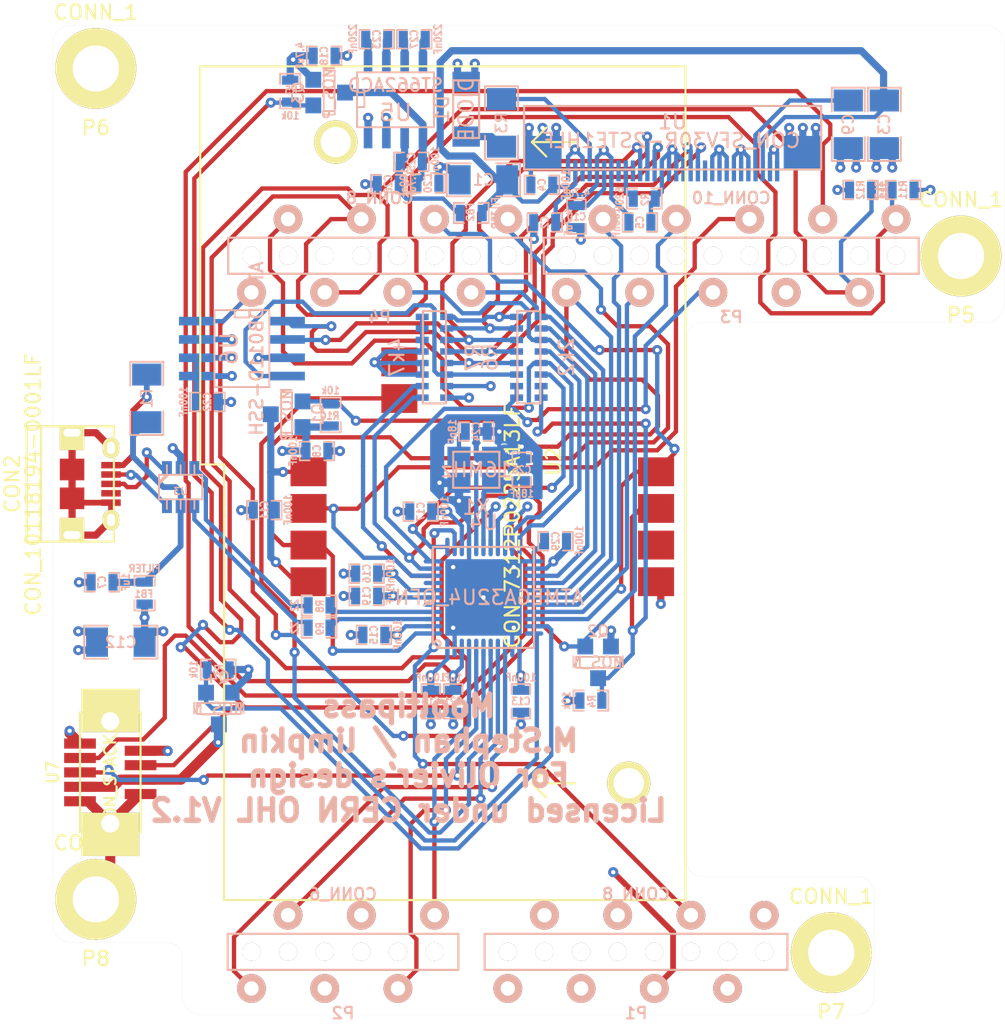
<source format=kicad_pcb>
(kicad_pcb (version 3) (host pcbnew "(2013-07-07 BZR 4022)-stable")
  (title_block (title Mooltipass) (rev 1.0))
  (layers (15 Top.Cu signal) (2 Interne2.Cu power hide) (1 Interne1.Cu power hide) (0 Bottom.Cu signal))
  (net 0 "")
  (net 1 +12V)
  (net 2 +3.3V)
  (net 3 +5V)
  (net 4 /12V_F)
  (net 5 /AREF)
  (net 6 /BL_POWER)
  (net 7 /DETECT_SC)
  (net 8 /FLASH_HV_nS)
  (net 9 /FLASH_nS)
  (net 10 /I2C_SCL)
  (net 11 /I2C_SDA)
  (net 12 /LCD_DnC)
  (net 13 /LCD_HV_DnC)
  (net 14 /LCD_HV_SS)
  (net 15 /LCD_HV_nRES)
  (net 16 /LCD_SS)
  (net 17 /LCD_nRES)
  (net 18 /LED_CAT)
  (net 19 /LED_PWM)
  (net 20 /PB4)
  (net 21 /PB5)
  (net 22 /PB6)
  (net 23 /PC6)
  (net 24 /PD2)
  (net 25 /PD3)
  (net 26 /PE6)
  (net 27 /PF0)
  (net 28 /PF1)
  (net 29 /PF6)
  (net 30 /PF7)
  (net 31 /SC_IO)
  (net 32 /SPI2_CLK)
  (net 33 /SPI2_HV_SCK)
  (net 34 /SPI2_MOSI)
  (net 35 /SPI_MISO)
  (net 36 /SPI_MOSI)
  (net 37 /SPI_SCK)
  (net 38 /USB_D+)
  (net 39 /USB_D-)
  (net 40 /VCC_SC)
  (net 41 /nCHANGE)
  (net 42 /nRESET)
  (net 43 GND)
  (net 44 N-000001)
  (net 45 N-0000016)
  (net 46 N-0000017)
  (net 47 N-0000018)
  (net 48 N-000002)
  (net 49 N-000003)
  (net 50 N-000004)
  (net 51 N-0000041)
  (net 52 N-0000042)
  (net 53 N-0000043)
  (net 54 N-0000044)
  (net 55 N-0000045)
  (net 56 N-0000054)
  (net 57 N-0000057)
  (net 58 N-0000060)
  (net 59 N-0000061)
  (net 60 N-0000062)
  (net 61 VCC)
  (module SO8EN (layer Bottom.Cu) (at 120.25 91.2 270)
    (fp_text reference U6)
    (fp_text value AT45DB011D-SSH)
    (pad 8 smd rect (at -1.905 3.167 270) (size 0.59944 2.39954) (layers Bottom.Cu Dessous.Pate Dessous.Masque) (net 24 /PD2))
    (pad 1 smd rect (at -1.905 -3.167 270) (size 0.59944 2.39954) (layers Bottom.Cu Dessous.Pate Dessous.Masque) (net 34 /SPI2_MOSI))
    (pad 7 smd rect (at -0.635 3.167 270) (size 0.59944 2.39954) (layers Bottom.Cu Dessous.Pate Dessous.Masque) (net 43 GND))
    (pad 6 smd rect (at 0.635 3.167 270) (size 0.59944 2.39954) (layers Bottom.Cu Dessous.Pate Dessous.Masque) (net 2 +3.3V))
    (pad 5 smd rect (at 1.905 3.167 270) (size 0.59944 2.39954) (layers Bottom.Cu Dessous.Pate Dessous.Masque) (net 2 +3.3V))
    (pad 2 smd rect (at -0.635 -3.167 270) (size 0.59944 2.39954) (layers Bottom.Cu Dessous.Pate Dessous.Masque) (net 32 /SPI2_CLK))
    (pad 3 smd rect (at 0.635 -3.167 270) (size 0.59944 2.39954) (layers Bottom.Cu Dessous.Pate Dessous.Masque) (net 2 +3.3V))
    (pad 4 smd rect (at 1.905 -3.167 270) (size 0.59944 2.39954) (layers Bottom.Cu Dessous.Pate Dessous.Masque) (net 9 /FLASH_nS))
  )
  (module SM1206 (layer Bottom.Cu) (at 113.65 94.65 270)
    (fp_text reference F1)
    (fp_text value FUSE hide)
    (pad 1 smd rect (at -1.651 0 270) (size 1.524 2.032) (layers Bottom.Cu Dessous.Pate Dessous.Masque) (net 56 N-0000054))
    (pad 2 smd rect (at 1.651 0 270) (size 1.524 2.032) (layers Bottom.Cu Dessous.Pate Dessous.Masque) (net 61 VCC))
  )
  (module SM0603_Capa (layer Bottom.Cu) (at 166.1 80.2)
    (fp_text reference R11)
    (fp_text value 2k2)
    (pad 1 smd rect (at -0.762 0) (size 0.635 1.143) (layers Bottom.Cu Dessous.Pate Dessous.Masque) (net 10 /I2C_SCL))
    (pad 2 smd rect (at 0.762 0) (size 0.635 1.143) (layers Bottom.Cu Dessous.Pate Dessous.Masque) (net 3 +5V))
  )
  (module SM0603_Capa (layer Bottom.Cu) (at 163.15 80.2 180)
    (fp_text reference R12)
    (fp_text value 2k2)
    (pad 1 smd rect (at -0.762 0 180) (size 0.635 1.143) (layers Bottom.Cu Dessous.Pate Dessous.Masque) (net 11 /I2C_SDA))
    (pad 2 smd rect (at 0.762 0 180) (size 0.635 1.143) (layers Bottom.Cu Dessous.Pate Dessous.Masque) (net 3 +5V))
  )
  (module HOLE_FIX_M3_SMALL (layer Top.Cu) (at 110.12 129.38)
    (fp_text reference P8)
    (fp_text value CONN_1)
    (pad 1 thru_hole circle (at 0 0) (size 5.6 5.6) (drill 3.2) (layers *.Cu *.Mask Dessus.SilkS) (net 43 GND))
  )
  (module HOLE_FIX_M3_SMALL (layer Top.Cu) (at 161.12 133.08)
    (fp_text reference P7)
    (fp_text value CONN_1)
    (pad 1 thru_hole circle (at 0 0) (size 5.6 5.6) (drill 3.2) (layers *.Cu *.Mask Dessus.SilkS) (net 43 GND))
  )
  (module HOLE_FIX_M3_SMALL (layer Top.Cu) (at 110.12 71.78)
    (fp_text reference P6)
    (fp_text value CONN_1)
    (pad 1 thru_hole circle (at 0 0) (size 5.6 5.6) (drill 3.2) (layers *.Cu *.Mask Dessus.SilkS) (net 43 GND))
  )
  (module HOLE_FIX_M3_SMALL (layer Top.Cu) (at 170.12 84.78)
    (fp_text reference P5)
    (fp_text value CONN_1)
    (pad 1 thru_hole circle (at 0 0) (size 5.6 5.6) (drill 3.2) (layers *.Cu *.Mask Dessus.SilkS) (net 43 GND))
  )
  (module SM0603_Resistor (layer Bottom.Cu) (at 118.6 113.45)
    (fp_text reference R1)
    (fp_text value 10k)
    (pad 1 smd rect (at -0.762 0) (size 0.635 1.143) (layers Bottom.Cu Dessous.Pate Dessous.Masque) (net 19 /LED_PWM))
    (pad 2 smd rect (at 0.762 0) (size 0.635 1.143) (layers Bottom.Cu Dessous.Pate Dessous.Masque) (net 43 GND))
  )
  (module XTAL_3.2_2.5 (layer Bottom.Cu) (at 136.5 99.6)
    (fp_text reference X1)
    (fp_text value 16MHz)
    (pad 1 smd rect (at -1.2 -0.9) (size 1.6 1.4) (layers Bottom.Cu Dessous.Pate Dessous.Masque) (net 47 N-0000018))
    (pad 2 smd rect (at 1.2 -0.9) (size 1.6 1.4) (layers Bottom.Cu Dessous.Pate Dessous.Masque) (net 43 GND))
    (pad 3 smd rect (at 1.2 0.9) (size 1.6 1.4) (layers Bottom.Cu Dessous.Pate Dessous.Masque) (net 46 N-0000017))
    (pad 4 smd rect (at -1.2 0.9) (size 1.6 1.4) (layers Bottom.Cu Dessous.Pate Dessous.Masque) (net 43 GND))
  )
  (module tsot-6 (layer Bottom.Cu) (at 116 100.8)
    (fp_text reference U3)
    (fp_text value IP4234CZ6,125 hide)
    (pad 1 smd rect (at -0.94996 -1.30048) (size 0.69088 1.00076) (layers Bottom.Cu Dessous.Pate Dessous.Masque) (net 57 N-0000057))
    (pad 3 smd rect (at 0.94996 -1.30048) (size 0.69088 1.00076) (layers Bottom.Cu Dessous.Pate Dessous.Masque) (net 38 /USB_D+))
    (pad 2 smd rect (at 0 -1.30048) (size 0.69088 1.00076) (layers Bottom.Cu Dessous.Pate Dessous.Masque) (net 43 GND))
    (pad 4 smd rect (at 0.94996 1.30048) (size 0.69088 1.00076) (layers Bottom.Cu Dessous.Pate Dessous.Masque) (net 39 /USB_D-))
    (pad 6 smd rect (at -0.94996 1.30048) (size 0.69088 1.00076) (layers Bottom.Cu Dessous.Pate Dessous.Masque) (net 58 N-0000060))
    (pad 5 smd rect (at 0 1.30048) (size 0.69088 1.00076) (layers Bottom.Cu Dessous.Pate Dessous.Masque) (net 61 VCC))
  )
  (module SOT23GDS_L (layer Bottom.Cu) (at 126.3 73.45 270)
    (fp_text reference Q3)
    (fp_text value MOS_P)
    (pad S smd rect (at -0.889 1.1 270) (size 1.1 1.1) (layers Bottom.Cu Dessous.Pate Dessous.Masque) (net 3 +5V))
    (pad G smd rect (at 0.889 1.1 270) (size 1.1 1.1) (layers Bottom.Cu Dessous.Pate Dessous.Masque) (net 6 /BL_POWER))
    (pad D smd rect (at 0 -1.1 270) (size 1.1 1.1) (layers Bottom.Cu Dessous.Pate Dessous.Masque) (net 51 N-0000041))
  )
  (module SOT23GDS_L (layer Bottom.Cu) (at 144.95 112.95 180)
    (fp_text reference Q2)
    (fp_text value MOS_N)
    (pad S smd rect (at -0.889 1.1 180) (size 1.1 1.1) (layers Bottom.Cu Dessous.Pate Dessous.Masque) (net 43 GND))
    (pad G smd rect (at 0.889 1.1 180) (size 1.1 1.1) (layers Bottom.Cu Dessous.Pate Dessous.Masque) (net 36 /SPI_MOSI))
    (pad D smd rect (at 0 -1.1 180) (size 1.1 1.1) (layers Bottom.Cu Dessous.Pate Dessous.Masque) (net 31 /SC_IO))
  )
  (module SOT23GDS_L (layer Bottom.Cu) (at 123.35 95.75 90)
    (fp_text reference Q1)
    (fp_text value MOS_P)
    (pad S smd rect (at -0.889 1.1 90) (size 1.1 1.1) (layers Bottom.Cu Dessous.Pate Dessous.Masque) (net 3 +5V))
    (pad G smd rect (at 0.889 1.1 90) (size 1.1 1.1) (layers Bottom.Cu Dessous.Pate Dessous.Masque) (net 20 /PB4))
    (pad D smd rect (at 0 -1.1 90) (size 1.1 1.1) (layers Bottom.Cu Dessous.Pate Dessous.Masque) (net 40 /VCC_SC))
  )
  (module SOD-123 (layer Bottom.Cu) (at 135.8 74.6 90)
    (fp_text reference D1)
    (fp_text value DIODE)
    (pad 1 smd rect (at -1.9 0 90) (size 1.4 1.9) (layers Bottom.Cu Dessous.Pate Dessous.Masque) (net 45 N-0000016))
    (pad 2 smd rect (at 1.9 0 90) (size 1.4 1.9) (layers Bottom.Cu Dessous.Pate Dessous.Masque) (net 43 GND))
  )
  (module SO8E (layer Bottom.Cu) (at 130.9 73.95)
    (fp_text reference U5)
    (fp_text value ST662ACD)
    (pad 8 smd rect (at -1.905 2.667) (size 0.59944 1.39954) (layers Bottom.Cu Dessous.Pate Dessous.Masque) (net 43 GND))
    (pad 1 smd rect (at -1.905 -2.667) (size 0.59944 1.39954) (layers Bottom.Cu Dessous.Pate Dessous.Masque) (net 55 N-0000045))
    (pad 7 smd rect (at -0.635 2.667) (size 0.59944 1.39954) (layers Bottom.Cu Dessous.Pate Dessous.Masque) (net 43 GND))
    (pad 6 smd rect (at 0.635 2.667) (size 0.59944 1.39954) (layers Bottom.Cu Dessous.Pate Dessous.Masque) (net 1 +12V))
    (pad 5 smd rect (at 1.905 2.667) (size 0.59944 1.39954) (layers Bottom.Cu Dessous.Pate Dessous.Masque) (net 51 N-0000041))
    (pad 2 smd rect (at -0.635 -2.667) (size 0.59944 1.39954) (layers Bottom.Cu Dessous.Pate Dessous.Masque) (net 54 N-0000044))
    (pad 3 smd rect (at 0.635 -2.667) (size 0.59944 1.39954) (layers Bottom.Cu Dessous.Pate Dessous.Masque) (net 52 N-0000042))
    (pad 4 smd rect (at 1.905 -2.667) (size 0.59944 1.39954) (layers Bottom.Cu Dessous.Pate Dessous.Masque) (net 53 N-0000043))
  )
  (module SM1206 (layer Bottom.Cu) (at 162.3 75.65 270)
    (fp_text reference C9)
    (fp_text value 10uF hide)
    (pad 1 smd rect (at -1.651 0 270) (size 1.524 2.032) (layers Bottom.Cu Dessous.Pate Dessous.Masque) (net 44 N-000001))
    (pad 2 smd rect (at 1.651 0 270) (size 1.524 2.032) (layers Bottom.Cu Dessous.Pate Dessous.Masque) (net 43 GND))
  )
  (module SM1206 (layer Bottom.Cu) (at 164.8 75.65 270)
    (fp_text reference C3)
    (fp_text value 10uF hide)
    (pad 1 smd rect (at -1.651 0 270) (size 1.524 2.032) (layers Bottom.Cu Dessous.Pate Dessous.Masque) (net 4 /12V_F))
    (pad 2 smd rect (at 1.651 0 270) (size 1.524 2.032) (layers Bottom.Cu Dessous.Pate Dessous.Masque) (net 43 GND))
  )
  (module SM1206 (layer Bottom.Cu) (at 111.85 111.55 180)
    (fp_text reference C12)
    (fp_text value 10uF hide)
    (pad 1 smd rect (at -1.651 0 180) (size 1.524 2.032) (layers Bottom.Cu Dessous.Pate Dessous.Masque) (net 3 +5V))
    (pad 2 smd rect (at 1.651 0 180) (size 1.524 2.032) (layers Bottom.Cu Dessous.Pate Dessous.Masque) (net 43 GND))
  )
  (module SM1206 (layer Bottom.Cu) (at 138.25 75.55 270)
    (fp_text reference R3)
    (fp_text value 50 hide)
    (pad 1 smd rect (at -1.651 0 270) (size 1.524 2.032) (layers Bottom.Cu Dessous.Pate Dessous.Masque) (net 48 N-000002))
    (pad 2 smd rect (at 1.651 0 270) (size 1.524 2.032) (layers Bottom.Cu Dessous.Pate Dessous.Masque) (net 45 N-0000016))
  )
  (module SM1206 (layer Bottom.Cu) (at 137 79.5 180)
    (fp_text reference C1)
    (fp_text value 10uF hide)
    (pad 1 smd rect (at -1.651 0 180) (size 1.524 2.032) (layers Bottom.Cu Dessous.Pate Dessous.Masque) (net 4 /12V_F))
    (pad 2 smd rect (at 1.651 0 180) (size 1.524 2.032) (layers Bottom.Cu Dessous.Pate Dessous.Masque) (net 43 GND))
  )
  (module SM0603_Resistor (layer Bottom.Cu) (at 125.6 109)
    (fp_text reference R8)
    (fp_text value 22)
    (pad 1 smd rect (at -0.762 0) (size 0.635 1.143) (layers Bottom.Cu Dessous.Pate Dessous.Masque) (net 38 /USB_D+))
    (pad 2 smd rect (at 0.762 0) (size 0.635 1.143) (layers Bottom.Cu Dessous.Pate Dessous.Masque) (net 60 N-0000062))
  )
  (module SM0603_Resistor (layer Bottom.Cu) (at 125.6 110.55)
    (fp_text reference R9)
    (fp_text value 22)
    (pad 1 smd rect (at -0.762 0) (size 0.635 1.143) (layers Bottom.Cu Dessous.Pate Dessous.Masque) (net 39 /USB_D-))
    (pad 2 smd rect (at 0.762 0) (size 0.635 1.143) (layers Bottom.Cu Dessous.Pate Dessous.Masque) (net 59 N-0000061))
  )
  (module SM0603_Resistor (layer Bottom.Cu) (at 123.6 73.35 90)
    (fp_text reference R5)
    (fp_text value 10k)
    (pad 1 smd rect (at -0.762 0 90) (size 0.635 1.143) (layers Bottom.Cu Dessous.Pate Dessous.Masque) (net 6 /BL_POWER))
    (pad 2 smd rect (at 0.762 0 90) (size 0.635 1.143) (layers Bottom.Cu Dessous.Pate Dessous.Masque) (net 3 +5V))
  )
  (module SM0603_Resistor (layer Bottom.Cu) (at 136.15 81.8 180)
    (fp_text reference FB2)
    (fp_text value FILTER)
    (pad 1 smd rect (at -0.762 0 180) (size 0.635 1.143) (layers Bottom.Cu Dessous.Pate Dessous.Masque) (net 4 /12V_F))
    (pad 2 smd rect (at 0.762 0 180) (size 0.635 1.143) (layers Bottom.Cu Dessous.Pate Dessous.Masque) (net 1 +12V))
  )
  (module SM0603_Resistor (layer Bottom.Cu) (at 113.5 108.15 270)
    (fp_text reference FB1)
    (fp_text value FILTER)
    (pad 1 smd rect (at -0.762 0 270) (size 0.635 1.143) (layers Bottom.Cu Dessous.Pate Dessous.Masque) (net 61 VCC))
    (pad 2 smd rect (at 0.762 0 270) (size 0.635 1.143) (layers Bottom.Cu Dessous.Pate Dessous.Masque) (net 3 +5V))
  )
  (module SM0603_Resistor (layer Bottom.Cu) (at 148.15 80.8)
    (fp_text reference R2)
    (fp_text value 620k)
    (pad 1 smd rect (at -0.762 0) (size 0.635 1.143) (layers Bottom.Cu Dessous.Pate Dessous.Masque) (net 50 N-000004))
    (pad 2 smd rect (at 0.762 0) (size 0.635 1.143) (layers Bottom.Cu Dessous.Pate Dessous.Masque) (net 43 GND))
  )
  (module SM0603_Resistor (layer Bottom.Cu) (at 144.45 115.6)
    (fp_text reference R4)
    (fp_text value 10k)
    (pad 1 smd rect (at -0.762 0) (size 0.635 1.143) (layers Bottom.Cu Dessous.Pate Dessous.Masque) (net 3 +5V))
    (pad 2 smd rect (at 0.762 0) (size 0.635 1.143) (layers Bottom.Cu Dessous.Pate Dessous.Masque) (net 31 /SC_IO))
  )
  (module SM0603_Resistor (layer Bottom.Cu) (at 126.4 95.8 270)
    (fp_text reference R10)
    (fp_text value 10k)
    (pad 1 smd rect (at -0.762 0 270) (size 0.635 1.143) (layers Bottom.Cu Dessous.Pate Dessous.Masque) (net 20 /PB4))
    (pad 2 smd rect (at 0.762 0 270) (size 0.635 1.143) (layers Bottom.Cu Dessous.Pate Dessous.Masque) (net 3 +5V))
  )
  (module SM0603_Capa (layer Bottom.Cu) (at 139.6 115.65 270)
    (fp_text reference C13)
    (fp_text value 100nF)
    (pad 1 smd rect (at -0.762 0 270) (size 0.635 1.143) (layers Bottom.Cu Dessous.Pate Dessous.Masque) (net 3 +5V))
    (pad 2 smd rect (at 0.762 0 270) (size 0.635 1.143) (layers Bottom.Cu Dessous.Pate Dessous.Masque) (net 43 GND))
  )
  (module SM0603_Capa (layer Bottom.Cu) (at 142 104.55 180)
    (fp_text reference C29)
    (fp_text value 100nF)
    (pad 1 smd rect (at -0.762 0 180) (size 0.635 1.143) (layers Bottom.Cu Dessous.Pate Dessous.Masque) (net 3 +5V))
    (pad 2 smd rect (at 0.762 0 180) (size 0.635 1.143) (layers Bottom.Cu Dessous.Pate Dessous.Masque) (net 43 GND))
  )
  (module SM0603_Capa (layer Bottom.Cu) (at 110.55 107.4 180)
    (fp_text reference C7)
    (fp_text value 1uF)
    (pad 1 smd rect (at -0.762 0 180) (size 0.635 1.143) (layers Bottom.Cu Dessous.Pate Dessous.Masque) (net 61 VCC))
    (pad 2 smd rect (at 0.762 0 180) (size 0.635 1.143) (layers Bottom.Cu Dessous.Pate Dessous.Masque) (net 43 GND))
  )
  (module SM0603_Capa (layer Bottom.Cu) (at 132.65 102.5 180)
    (fp_text reference C17)
    (fp_text value 100nF)
    (pad 1 smd rect (at -0.762 0 180) (size 0.635 1.143) (layers Bottom.Cu Dessous.Pate Dessous.Masque) (net 3 +5V))
    (pad 2 smd rect (at 0.762 0 180) (size 0.635 1.143) (layers Bottom.Cu Dessous.Pate Dessous.Masque) (net 43 GND))
  )
  (module SM0603_Capa (layer Bottom.Cu) (at 125.95 70.9)
    (fp_text reference C18)
    (fp_text value 4.7uF)
    (pad 1 smd rect (at -0.762 0) (size 0.635 1.143) (layers Bottom.Cu Dessous.Pate Dessous.Masque) (net 3 +5V))
    (pad 2 smd rect (at 0.762 0) (size 0.635 1.143) (layers Bottom.Cu Dessous.Pate Dessous.Masque) (net 43 GND))
  )
  (module SM0603_Capa (layer Bottom.Cu) (at 128.9 108.35 180)
    (fp_text reference C19)
    (fp_text value 1uF)
    (pad 1 smd rect (at -0.762 0 180) (size 0.635 1.143) (layers Bottom.Cu Dessous.Pate Dessous.Masque) (net 2 +3.3V))
    (pad 2 smd rect (at 0.762 0 180) (size 0.635 1.143) (layers Bottom.Cu Dessous.Pate Dessous.Masque) (net 43 GND))
  )
  (module SM0603_Capa (layer Bottom.Cu) (at 132 78.25 180)
    (fp_text reference C25)
    (fp_text value 100nF)
    (pad 1 smd rect (at -0.762 0 180) (size 0.635 1.143) (layers Bottom.Cu Dessous.Pate Dessous.Masque) (net 51 N-0000041))
    (pad 2 smd rect (at 0.762 0 180) (size 0.635 1.143) (layers Bottom.Cu Dessous.Pate Dessous.Masque) (net 1 +12V))
  )
  (module SM0603_Capa (layer Bottom.Cu) (at 130.4 79.8 180)
    (fp_text reference C28)
    (fp_text value 4.7uF)
    (pad 1 smd rect (at -0.762 0 180) (size 0.635 1.143) (layers Bottom.Cu Dessous.Pate Dessous.Masque) (net 1 +12V))
    (pad 2 smd rect (at 0.762 0 180) (size 0.635 1.143) (layers Bottom.Cu Dessous.Pate Dessous.Masque) (net 43 GND))
  )
  (module SM0603_Capa (layer Bottom.Cu) (at 132.2 69.75 180)
    (fp_text reference C27)
    (fp_text value 220nF)
    (pad 1 smd rect (at -0.762 0 180) (size 0.635 1.143) (layers Bottom.Cu Dessous.Pate Dessous.Masque) (net 53 N-0000043))
    (pad 2 smd rect (at 0.762 0 180) (size 0.635 1.143) (layers Bottom.Cu Dessous.Pate Dessous.Masque) (net 52 N-0000042))
  )
  (module SM0603_Capa (layer Bottom.Cu) (at 129.6 69.75)
    (fp_text reference C23)
    (fp_text value 220nF)
    (pad 1 smd rect (at -0.762 0) (size 0.635 1.143) (layers Bottom.Cu Dessous.Pate Dessous.Masque) (net 55 N-0000045))
    (pad 2 smd rect (at 0.762 0) (size 0.635 1.143) (layers Bottom.Cu Dessous.Pate Dessous.Masque) (net 54 N-0000044))
  )
  (module SM0603_Capa (layer Bottom.Cu) (at 133.15 79.75)
    (fp_text reference C20)
    (fp_text value 100nF)
    (pad 1 smd rect (at -0.762 0) (size 0.635 1.143) (layers Bottom.Cu Dessous.Pate Dessous.Masque) (net 51 N-0000041))
    (pad 2 smd rect (at 0.762 0) (size 0.635 1.143) (layers Bottom.Cu Dessous.Pate Dessous.Masque) (net 43 GND))
  )
  (module SM0603_Capa (layer Bottom.Cu) (at 134.9 115.65 270)
    (fp_text reference C21)
    (fp_text value 1uF)
    (pad 1 smd rect (at -0.762 0 270) (size 0.635 1.143) (layers Bottom.Cu Dessous.Pate Dessous.Masque) (net 5 /AREF))
    (pad 2 smd rect (at 0.762 0 270) (size 0.635 1.143) (layers Bottom.Cu Dessous.Pate Dessous.Masque) (net 43 GND))
  )
  (module SM0603_Capa (layer Bottom.Cu) (at 129.4 111.05 180)
    (fp_text reference C15)
    (fp_text value 100nF)
    (pad 1 smd rect (at -0.762 0 180) (size 0.635 1.143) (layers Bottom.Cu Dessous.Pate Dessous.Masque) (net 3 +5V))
    (pad 2 smd rect (at 0.762 0 180) (size 0.635 1.143) (layers Bottom.Cu Dessous.Pate Dessous.Masque) (net 43 GND))
  )
  (module SM0603_Capa (layer Bottom.Cu) (at 143.45 82.05 270)
    (fp_text reference C10)
    (fp_text value 4.7uF)
    (pad 1 smd rect (at -0.762 0 270) (size 0.635 1.143) (layers Bottom.Cu Dessous.Pate Dessous.Masque) (net 49 N-000003))
    (pad 2 smd rect (at 0.762 0 270) (size 0.635 1.143) (layers Bottom.Cu Dessous.Pate Dessous.Masque) (net 43 GND))
  )
  (module SM0603_Capa (layer Bottom.Cu) (at 147.85 82.45)
    (fp_text reference C5)
    (fp_text value 100nF)
    (pad 1 smd rect (at -0.762 0) (size 0.635 1.143) (layers Bottom.Cu Dessous.Pate Dessous.Masque) (net 2 +3.3V))
    (pad 2 smd rect (at 0.762 0) (size 0.635 1.143) (layers Bottom.Cu Dessous.Pate Dessous.Masque) (net 43 GND))
  )
  (module SM0603_Capa (layer Bottom.Cu) (at 141.25 82.45 180)
    (fp_text reference C2)
    (fp_text value 4.7uF)
    (pad 1 smd rect (at -0.762 0 180) (size 0.635 1.143) (layers Bottom.Cu Dessous.Pate Dessous.Masque) (net 2 +3.3V))
    (pad 2 smd rect (at 0.762 0 180) (size 0.635 1.143) (layers Bottom.Cu Dessous.Pate Dessous.Masque) (net 43 GND))
  )
  (module SM0603_Capa (layer Bottom.Cu) (at 125.45 98.3)
    (fp_text reference C8)
    (fp_text value 100nF)
    (pad 1 smd rect (at -0.762 0) (size 0.635 1.143) (layers Bottom.Cu Dessous.Pate Dessous.Masque) (net 3 +5V))
    (pad 2 smd rect (at 0.762 0) (size 0.635 1.143) (layers Bottom.Cu Dessous.Pate Dessous.Masque) (net 43 GND))
  )
  (module SM0603_Capa (layer Bottom.Cu) (at 141.05 79.85 180)
    (fp_text reference C4)
    (fp_text value 100nF)
    (pad 1 smd rect (at -0.762 0 180) (size 0.635 1.143) (layers Bottom.Cu Dessous.Pate Dessous.Masque) (net 4 /12V_F))
    (pad 2 smd rect (at 0.762 0 180) (size 0.635 1.143) (layers Bottom.Cu Dessous.Pate Dessous.Masque) (net 43 GND))
  )
  (module SM0603_Capa (layer Bottom.Cu) (at 133.35 115.65 270)
    (fp_text reference C14)
    (fp_text value 100nF)
    (pad 1 smd rect (at -0.762 0 270) (size 0.635 1.143) (layers Bottom.Cu Dessous.Pate Dessous.Masque) (net 3 +5V))
    (pad 2 smd rect (at 0.762 0 270) (size 0.635 1.143) (layers Bottom.Cu Dessous.Pate Dessous.Masque) (net 43 GND))
  )
  (module SM0603_Capa (layer Bottom.Cu) (at 128.9 106.8 180)
    (fp_text reference C16)
    (fp_text value 100nF)
    (pad 1 smd rect (at -0.762 0 180) (size 0.635 1.143) (layers Bottom.Cu Dessous.Pate Dessous.Masque) (net 3 +5V))
    (pad 2 smd rect (at 0.762 0 180) (size 0.635 1.143) (layers Bottom.Cu Dessous.Pate Dessous.Masque) (net 43 GND))
  )
  (module SM0603_Capa (layer Bottom.Cu) (at 117.85 94.9)
    (fp_text reference C22)
    (fp_text value 100nF)
    (pad 1 smd rect (at -0.762 0) (size 0.635 1.143) (layers Bottom.Cu Dessous.Pate Dessous.Masque) (net 2 +3.3V))
    (pad 2 smd rect (at 0.762 0) (size 0.635 1.143) (layers Bottom.Cu Dessous.Pate Dessous.Masque) (net 43 GND))
  )
  (module SM0603_Capa (layer Bottom.Cu) (at 139.65 99.6 90)
    (fp_text reference C26)
    (fp_text value 18pF)
    (pad 1 smd rect (at -0.762 0 90) (size 0.635 1.143) (layers Bottom.Cu Dessous.Pate Dessous.Masque) (net 46 N-0000017))
    (pad 2 smd rect (at 0.762 0 90) (size 0.635 1.143) (layers Bottom.Cu Dessous.Pate Dessous.Masque) (net 43 GND))
  )
  (module SM0603_Capa (layer Bottom.Cu) (at 136.5 96.95)
    (fp_text reference C24)
    (fp_text value 18pF)
    (pad 1 smd rect (at -0.762 0) (size 0.635 1.143) (layers Bottom.Cu Dessous.Pate Dessous.Masque) (net 47 N-0000018))
    (pad 2 smd rect (at 0.762 0) (size 0.635 1.143) (layers Bottom.Cu Dessous.Pate Dessous.Masque) (net 43 GND))
  )
  (module SM0603_Capa (layer Bottom.Cu) (at 121.8 102.4 180)
    (fp_text reference C11)
    (fp_text value 100nF)
    (pad 1 smd rect (at -0.762 0 180) (size 0.635 1.143) (layers Bottom.Cu Dessous.Pate Dessous.Masque) (net 40 /VCC_SC))
    (pad 2 smd rect (at 0.762 0 180) (size 0.635 1.143) (layers Bottom.Cu Dessous.Pate Dessous.Masque) (net 43 GND))
  )
  (module RNETWORK8_0603 (layer Bottom.Cu) (at 140.15 91.8 90)
    (fp_text reference R6)
    (fp_text value 2k2)
    (pad 1 smd rect (at -2.8 -0.85 90) (size 0.45 0.9) (layers Bottom.Cu Dessous.Pate Dessous.Masque) (net 35 /SPI_MISO))
    (pad 2 smd rect (at -2 -0.85 90) (size 0.45 0.9) (layers Bottom.Cu Dessous.Pate Dessous.Masque) (net 35 /SPI_MISO))
    (pad 3 smd rect (at -1.2 -0.85 90) (size 0.45 0.9) (layers Bottom.Cu Dessous.Pate Dessous.Masque) (net 9 /FLASH_nS))
    (pad 4 smd rect (at -0.4 -0.85 90) (size 0.45 0.9) (layers Bottom.Cu Dessous.Pate Dessous.Masque) (net 34 /SPI2_MOSI))
    (pad 5 smd rect (at 0.4 -0.85 90) (size 0.45 0.9) (layers Bottom.Cu Dessous.Pate Dessous.Masque) (net 32 /SPI2_CLK))
    (pad 6 smd rect (at 1.2 -0.85 90) (size 0.45 0.9) (layers Bottom.Cu Dessous.Pate Dessous.Masque) (net 17 /LCD_nRES))
    (pad 7 smd rect (at 2 -0.85 90) (size 0.45 0.9) (layers Bottom.Cu Dessous.Pate Dessous.Masque) (net 16 /LCD_SS))
    (pad 8 smd rect (at 2.8 -0.85 90) (size 0.45 0.9) (layers Bottom.Cu Dessous.Pate Dessous.Masque) (net 12 /LCD_DnC))
    (pad 9 smd rect (at 2.8 0.85 90) (size 0.45 0.9) (layers Bottom.Cu Dessous.Pate Dessous.Masque) (net 13 /LCD_HV_DnC))
    (pad 10 smd rect (at 2 0.85 90) (size 0.45 0.9) (layers Bottom.Cu Dessous.Pate Dessous.Masque) (net 14 /LCD_HV_SS))
    (pad 11 smd rect (at 1.2 0.85 90) (size 0.45 0.9) (layers Bottom.Cu Dessous.Pate Dessous.Masque) (net 15 /LCD_HV_nRES))
    (pad 12 smd rect (at 0.4 0.85 90) (size 0.45 0.9) (layers Bottom.Cu Dessous.Pate Dessous.Masque) (net 33 /SPI2_HV_SCK))
    (pad 13 smd rect (at -0.4 0.85 90) (size 0.45 0.9) (layers Bottom.Cu Dessous.Pate Dessous.Masque) (net 25 /PD3))
    (pad 14 smd rect (at -1.2 0.85 90) (size 0.45 0.9) (layers Bottom.Cu Dessous.Pate Dessous.Masque) (net 8 /FLASH_HV_nS))
    (pad 15 smd rect (at -2 0.85 90) (size 0.45 0.9) (layers Bottom.Cu Dessous.Pate Dessous.Masque) (net 31 /SC_IO))
    (pad 16 smd rect (at -2.8 0.85 90) (size 0.45 0.9) (layers Bottom.Cu Dessous.Pate Dessous.Masque) (net 31 /SC_IO))
  )
  (module RNETWORK8_0603 (layer Bottom.Cu) (at 133.6 91.8 270)
    (fp_text reference R7)
    (fp_text value 4k7)
    (pad 1 smd rect (at -2.8 -0.85 270) (size 0.45 0.9) (layers Bottom.Cu Dessous.Pate Dessous.Masque) (net 12 /LCD_DnC))
    (pad 2 smd rect (at -2 -0.85 270) (size 0.45 0.9) (layers Bottom.Cu Dessous.Pate Dessous.Masque) (net 16 /LCD_SS))
    (pad 3 smd rect (at -1.2 -0.85 270) (size 0.45 0.9) (layers Bottom.Cu Dessous.Pate Dessous.Masque) (net 17 /LCD_nRES))
    (pad 4 smd rect (at -0.4 -0.85 270) (size 0.45 0.9) (layers Bottom.Cu Dessous.Pate Dessous.Masque) (net 32 /SPI2_CLK))
    (pad 5 smd rect (at 0.4 -0.85 270) (size 0.45 0.9) (layers Bottom.Cu Dessous.Pate Dessous.Masque) (net 34 /SPI2_MOSI))
    (pad 6 smd rect (at 1.2 -0.85 270) (size 0.45 0.9) (layers Bottom.Cu Dessous.Pate Dessous.Masque) (net 9 /FLASH_nS))
    (pad 7 smd rect (at 2 -0.85 270) (size 0.45 0.9) (layers Bottom.Cu Dessous.Pate Dessous.Masque) (net 3 +5V))
    (pad 8 smd rect (at 2.8 -0.85 270) (size 0.45 0.9) (layers Bottom.Cu Dessous.Pate Dessous.Masque) (net 43 GND))
    (pad 9 smd rect (at 2.8 0.85 270) (size 0.45 0.9) (layers Bottom.Cu Dessous.Pate Dessous.Masque) (net 36 /SPI_MOSI))
    (pad 10 smd rect (at 2 0.85 270) (size 0.45 0.9) (layers Bottom.Cu Dessous.Pate Dessous.Masque) (net 42 /nRESET))
    (pad 11 smd rect (at 1.2 0.85 270) (size 0.45 0.9) (layers Bottom.Cu Dessous.Pate Dessous.Masque) (net 43 GND))
    (pad 12 smd rect (at 0.4 0.85 270) (size 0.45 0.9) (layers Bottom.Cu Dessous.Pate Dessous.Masque) (net 43 GND))
    (pad 13 smd rect (at -0.4 0.85 270) (size 0.45 0.9) (layers Bottom.Cu Dessous.Pate Dessous.Masque) (net 43 GND))
    (pad 14 smd rect (at -1.2 0.85 270) (size 0.45 0.9) (layers Bottom.Cu Dessous.Pate Dessous.Masque) (net 43 GND))
    (pad 15 smd rect (at -2 0.85 270) (size 0.45 0.9) (layers Bottom.Cu Dessous.Pate Dessous.Masque) (net 43 GND))
    (pad 16 smd rect (at -2.8 0.85 270) (size 0.45 0.9) (layers Bottom.Cu Dessous.Pate Dessous.Masque) (net 43 GND))
  )
  (module QFN44 (layer Bottom.Cu) (at 137 108.45)
    (fp_text reference U4)
    (fp_text value ATMEGA32U4_QFN)
    (pad 1 smd oval (at -3.5 2.5 270) (size 0.3 1.3) (layers Bottom.Cu Dessous.Pate Dessous.Masque) (net 26 /PE6))
    (pad 2 smd oval (at -3.5 2 270) (size 0.3 1.3) (layers Bottom.Cu Dessous.Pate Dessous.Masque) (net 3 +5V))
    (pad 3 smd oval (at -3.5 1.5 270) (size 0.3 1.3) (layers Bottom.Cu Dessous.Pate Dessous.Masque) (net 59 N-0000061))
    (pad 4 smd oval (at -3.5 1 270) (size 0.3 1.3) (layers Bottom.Cu Dessous.Pate Dessous.Masque) (net 60 N-0000062))
    (pad 5 smd oval (at -3.5 0.5 270) (size 0.3 1.3) (layers Bottom.Cu Dessous.Pate Dessous.Masque) (net 43 GND))
    (pad 6 smd oval (at -3.5 0 270) (size 0.3 1.3) (layers Bottom.Cu Dessous.Pate Dessous.Masque) (net 2 +3.3V))
    (pad 7 smd oval (at -3.5 -0.5 270) (size 0.3 1.3) (layers Bottom.Cu Dessous.Pate Dessous.Masque) (net 3 +5V))
    (pad 8 smd oval (at -3.5 -1 270) (size 0.3 1.3) (layers Bottom.Cu Dessous.Pate Dessous.Masque))
    (pad 9 smd oval (at -3.5 -1.5 270) (size 0.3 1.3) (layers Bottom.Cu Dessous.Pate Dessous.Masque) (net 37 /SPI_SCK))
    (pad 10 smd oval (at -3.5 -2 270) (size 0.3 1.3) (layers Bottom.Cu Dessous.Pate Dessous.Masque) (net 36 /SPI_MOSI))
    (pad 11 smd oval (at -3.5 -2.5 270) (size 0.3 1.3) (layers Bottom.Cu Dessous.Pate Dessous.Masque) (net 35 /SPI_MISO))
    (pad 12 smd oval (at -2.5 -3.5) (size 0.3 1.3) (layers Bottom.Cu Dessous.Pate Dessous.Masque) (net 8 /FLASH_HV_nS))
    (pad 13 smd oval (at -2 -3.5) (size 0.3 1.3) (layers Bottom.Cu Dessous.Pate Dessous.Masque) (net 42 /nRESET))
    (pad 14 smd oval (at -1.5 -3.5) (size 0.3 1.3) (layers Bottom.Cu Dessous.Pate Dessous.Masque) (net 3 +5V))
    (pad 15 smd oval (at -1 -3.5) (size 0.3 1.3) (layers Bottom.Cu Dessous.Pate Dessous.Masque) (net 43 GND))
    (pad 16 smd oval (at -0.5 -3.5) (size 0.3 1.3) (layers Bottom.Cu Dessous.Pate Dessous.Masque) (net 47 N-0000018))
    (pad 17 smd oval (at 0 -3.5) (size 0.3 1.3) (layers Bottom.Cu Dessous.Pate Dessous.Masque) (net 46 N-0000017))
    (pad 18 smd oval (at 0.5 -3.5) (size 0.3 1.3) (layers Bottom.Cu Dessous.Pate Dessous.Masque) (net 10 /I2C_SCL))
    (pad 19 smd oval (at 1 -3.5) (size 0.3 1.3) (layers Bottom.Cu Dessous.Pate Dessous.Masque) (net 11 /I2C_SDA))
    (pad 20 smd oval (at 1.5 -3.5) (size 0.3 1.3) (layers Bottom.Cu Dessous.Pate Dessous.Masque) (net 24 /PD2))
    (pad 21 smd oval (at 2 -3.5) (size 0.3 1.3) (layers Bottom.Cu Dessous.Pate Dessous.Masque) (net 25 /PD3))
    (pad 22 smd oval (at 2.5 -3.5) (size 0.3 1.3) (layers Bottom.Cu Dessous.Pate Dessous.Masque) (net 33 /SPI2_HV_SCK))
    (pad 23 smd oval (at 3.5 -2.5 270) (size 0.3 1.3) (layers Bottom.Cu Dessous.Pate Dessous.Masque) (net 43 GND))
    (pad 24 smd oval (at 3.5 -2 270) (size 0.3 1.3) (layers Bottom.Cu Dessous.Pate Dessous.Masque) (net 3 +5V))
    (pad 25 smd oval (at 3.5 -1.5 270) (size 0.3 1.3) (layers Bottom.Cu Dessous.Pate Dessous.Masque) (net 15 /LCD_HV_nRES))
    (pad 26 smd oval (at 3.5 -1 270) (size 0.3 1.3) (layers Bottom.Cu Dessous.Pate Dessous.Masque) (net 14 /LCD_HV_SS))
    (pad 27 smd oval (at 3.5 -0.5 270) (size 0.3 1.3) (layers Bottom.Cu Dessous.Pate Dessous.Masque) (net 13 /LCD_HV_DnC))
    (pad 28 smd oval (at 3.5 0 270) (size 0.3 1.3) (layers Bottom.Cu Dessous.Pate Dessous.Masque) (net 20 /PB4))
    (pad 29 smd oval (at 3.5 0.5 270) (size 0.3 1.3) (layers Bottom.Cu Dessous.Pate Dessous.Masque) (net 21 /PB5))
    (pad 30 smd oval (at 3.5 1 270) (size 0.3 1.3) (layers Bottom.Cu Dessous.Pate Dessous.Masque) (net 22 /PB6))
    (pad 31 smd oval (at 3.5 1.5 270) (size 0.3 1.3) (layers Bottom.Cu Dessous.Pate Dessous.Masque) (net 23 /PC6))
    (pad 32 smd oval (at 3.5 2 270) (size 0.3 1.3) (layers Bottom.Cu Dessous.Pate Dessous.Masque) (net 19 /LED_PWM))
    (pad 33 smd oval (at 3.5 2.5 270) (size 0.3 1.3) (layers Bottom.Cu Dessous.Pate Dessous.Masque) (net 6 /BL_POWER))
    (pad 34 smd oval (at 2.5 3.5) (size 0.3 1.3) (layers Bottom.Cu Dessous.Pate Dessous.Masque) (net 3 +5V))
    (pad 35 smd oval (at 2 3.5) (size 0.3 1.3) (layers Bottom.Cu Dessous.Pate Dessous.Masque) (net 43 GND))
    (pad 36 smd oval (at 1.5 3.5) (size 0.3 1.3) (layers Bottom.Cu Dessous.Pate Dessous.Masque) (net 30 /PF7))
    (pad 37 smd oval (at 1 3.5) (size 0.3 1.3) (layers Bottom.Cu Dessous.Pate Dessous.Masque) (net 29 /PF6))
    (pad 38 smd oval (at 0.5 3.5) (size 0.3 1.3) (layers Bottom.Cu Dessous.Pate Dessous.Masque) (net 7 /DETECT_SC))
    (pad 39 smd oval (at 0 3.5) (size 0.3 1.3) (layers Bottom.Cu Dessous.Pate Dessous.Masque) (net 41 /nCHANGE))
    (pad 40 smd oval (at -0.5 3.5) (size 0.3 1.3) (layers Bottom.Cu Dessous.Pate Dessous.Masque) (net 28 /PF1))
    (pad 41 smd oval (at -1 3.5) (size 0.3 1.3) (layers Bottom.Cu Dessous.Pate Dessous.Masque) (net 27 /PF0))
    (pad 42 smd oval (at -1.5 3.5) (size 0.3 1.3) (layers Bottom.Cu Dessous.Pate Dessous.Masque) (net 5 /AREF))
    (pad 43 smd oval (at -2 3.5) (size 0.3 1.3) (layers Bottom.Cu Dessous.Pate Dessous.Masque) (net 43 GND))
    (pad 44 smd oval (at -2.5 3.5) (size 0.3 1.3) (layers Bottom.Cu Dessous.Pate Dessous.Masque) (net 3 +5V))
    (pad 45 smd rect (at 0 0) (size 5.3 5.3) (layers Bottom.Cu Dessous.Pate Dessous.Masque) (net 43 GND))
  )
  (module CONSMART_7312P022XA13LF (layer Top.Cu) (at 126.76 76.88 90)
    (fp_text reference U2)
    (fp_text value CON_7312P0225A13LF)
    (pad FIX1 thru_hole circle (at 0 0 90) (size 3 3) (drill 2.1) (layers *.Cu *.Mask Dessus.SilkS) (net 43 GND))
    (pad FIX2 thru_hole circle (at -44.45 20.32 90) (size 3 3) (drill 2.1) (layers *.Cu *.Mask Dessus.SilkS) (net 43 GND))
    (pad C8 smd rect (at -22.86 22.21 90) (size 2 2.5) (layers Top.Cu Dessus.Pate Dessus.Masque) (net 23 /PC6))
    (pad C7 smd rect (at -25.4 22.21 90) (size 2 2.5) (layers Top.Cu Dessus.Pate Dessus.Masque) (net 31 /SC_IO))
    (pad C6 smd rect (at -27.94 22.21 90) (size 2 2.5) (layers Top.Cu Dessus.Pate Dessus.Masque))
    (pad C5 smd rect (at -30.48 22.21 90) (size 2 2.5) (layers Top.Cu Dessus.Pate Dessus.Masque) (net 43 GND))
    (pad C4 smd rect (at -22.86 -1.89 90) (size 2 2.5) (layers Top.Cu Dessus.Pate Dessus.Masque) (net 40 /VCC_SC))
    (pad C3 smd rect (at -25.4 -1.89 90) (size 2 2.5) (layers Top.Cu Dessus.Pate Dessus.Masque) (net 37 /SPI_SCK))
    (pad C2 smd rect (at -27.94 -1.89 90) (size 2 2.5) (layers Top.Cu Dessus.Pate Dessus.Masque) (net 26 /PE6))
    (pad C1 smd rect (at -30.48 -1.89 90) (size 2 2.5) (layers Top.Cu Dessus.Pate Dessus.Masque) (net 40 /VCC_SC))
    (pad S1 smd rect (at -17.78 4.41 90) (size 2 2.5) (layers Top.Cu Dessus.Pate Dessus.Masque) (net 7 /DETECT_SC))
    (pad S2 smd rect (at -15.24 4.41 90) (size 2 2.5) (layers Top.Cu Dessus.Pate Dessus.Masque) (net 43 GND))
  )
  (module SOT23GDS_L (layer Bottom.Cu) (at 118.65 116.15 180)
    (fp_text reference Q4)
    (fp_text value MOS_N)
    (pad S smd rect (at -0.889 1.1 180) (size 1.1 1.1) (layers Bottom.Cu Dessous.Pate Dessous.Masque) (net 43 GND))
    (pad G smd rect (at 0.889 1.1 180) (size 1.1 1.1) (layers Bottom.Cu Dessous.Pate Dessous.Masque) (net 19 /LED_PWM))
    (pad D smd rect (at 0 -1.1 180) (size 1.1 1.1) (layers Bottom.Cu Dessous.Pate Dessous.Masque) (net 18 /LED_CAT))
  )
  (module CONUSB_10118194 (layer Top.Cu) (at 111.17 100.58 270)
    (fp_text reference CON2)
    (fp_text value CON_10118194-0001LF)
    (pad 1 smd rect (at -1.3 0 270) (size 0.45 1.35) (layers Top.Cu Dessus.Pate Dessus.Masque) (net 56 N-0000054))
    (pad 2 smd rect (at -0.65 0 270) (size 0.45 1.35) (layers Top.Cu Dessus.Pate Dessus.Masque) (net 58 N-0000060))
    (pad 3 smd rect (at 0 0 270) (size 0.45 1.35) (layers Top.Cu Dessus.Pate Dessus.Masque) (net 57 N-0000057))
    (pad 4 smd rect (at 0.65 0 270) (size 0.45 1.35) (layers Top.Cu Dessus.Pate Dessus.Masque))
    (pad 5 smd rect (at 1.3 0 270) (size 0.45 1.35) (layers Top.Cu Dessus.Pate Dessus.Masque) (net 43 GND))
    (pad 6 thru_hole oval (at -2.5 0 270) (size 1.4 1.15) (drill oval 0.85 0.55) (layers *.Cu *.Mask Dessus.SilkS) (net 43 GND))
    (pad 7 thru_hole oval (at 2.5 0 270) (size 1.4 1.15) (drill oval 0.85 0.55) (layers *.Cu *.Mask Dessus.SilkS) (net 43 GND))
    (pad 8 thru_hole rect (at -3.55 2.7 270) (size 1.7 1.7) (drill oval 0.55 1.2 (offset 0.35 0)) (layers *.Cu *.Mask Dessus.SilkS) (net 43 GND))
    (pad 11 thru_hole rect (at 3.55 2.7 90) (size 1.7 1.7) (drill oval 0.55 1.2 (offset 0.35 0)) (layers *.Cu *.Mask Dessus.SilkS) (net 43 GND))
    (pad 9 smd rect (at -1 2.7 90) (size 1.5 1.7) (layers Top.Cu Dessus.Pate Dessus.Masque) (net 43 GND))
    (pad 10 smd rect (at 1 2.7 90) (size 1.5 1.7) (layers Top.Cu Dessus.Pate Dessus.Masque) (net 43 GND))
  )
  (module CON_FPC30 (layer Bottom.Cu) (at 150.12 78.78)
    (fp_text reference U1)
    (fp_text value CON_SFV30R-2STE1HLF)
    (pad 30 smd rect (at -7.25 0.1) (size 0.3 1.45) (layers Bottom.Cu Dessous.Pate Dessous.Masque) (net 43 GND))
    (pad 29 smd rect (at -6.75 0.1) (size 0.3 1.45) (layers Bottom.Cu Dessous.Pate Dessous.Masque) (net 4 /12V_F))
    (pad 28 smd rect (at -6.25 0.1) (size 0.3 1.45) (layers Bottom.Cu Dessous.Pate Dessous.Masque) (net 43 GND))
    (pad 27 smd rect (at -5.75 0.1) (size 0.3 1.45) (layers Bottom.Cu Dessous.Pate Dessous.Masque) (net 48 N-000002))
    (pad 26 smd rect (at -5.25 0.1) (size 0.3 1.45) (layers Bottom.Cu Dessous.Pate Dessous.Masque) (net 2 +3.3V))
    (pad 25 smd rect (at -4.75 0.1) (size 0.3 1.45) (layers Bottom.Cu Dessous.Pate Dessous.Masque) (net 49 N-000003))
    (pad 24 smd rect (at -4.25 0.1) (size 0.3 1.45) (layers Bottom.Cu Dessous.Pate Dessous.Masque) (net 2 +3.3V))
    (pad 23 smd rect (at -3.75 0.1) (size 0.3 1.45) (layers Bottom.Cu Dessous.Pate Dessous.Masque))
    (pad 22 smd rect (at -3.25 0.1) (size 0.3 1.45) (layers Bottom.Cu Dessous.Pate Dessous.Masque) (net 50 N-000004))
    (pad 21 smd rect (at -2.75 0.1) (size 0.3 1.45) (layers Bottom.Cu Dessous.Pate Dessous.Masque))
    (pad 20 smd rect (at -2.25 0.1) (size 0.3 1.45) (layers Bottom.Cu Dessous.Pate Dessous.Masque) (net 17 /LCD_nRES))
    (pad 19 smd rect (at -1.75 0.1) (size 0.3 1.45) (layers Bottom.Cu Dessous.Pate Dessous.Masque) (net 16 /LCD_SS))
    (pad 18 smd rect (at -1.25 0.1) (size 0.3 1.45) (layers Bottom.Cu Dessous.Pate Dessous.Masque) (net 12 /LCD_DnC))
    (pad 17 smd rect (at -0.75 0.1) (size 0.3 1.45) (layers Bottom.Cu Dessous.Pate Dessous.Masque) (net 43 GND))
    (pad 16 smd rect (at -0.25 0.1) (size 0.3 1.45) (layers Bottom.Cu Dessous.Pate Dessous.Masque) (net 43 GND))
    (pad 15 smd rect (at 0.25 0.1) (size 0.3 1.45) (layers Bottom.Cu Dessous.Pate Dessous.Masque) (net 43 GND))
    (pad 14 smd rect (at 0.75 0.1) (size 0.3 1.45) (layers Bottom.Cu Dessous.Pate Dessous.Masque) (net 43 GND))
    (pad 13 smd rect (at 1.25 0.1) (size 0.3 1.45) (layers Bottom.Cu Dessous.Pate Dessous.Masque) (net 32 /SPI2_CLK))
    (pad 12 smd rect (at 1.75 0.1) (size 0.3 1.45) (layers Bottom.Cu Dessous.Pate Dessous.Masque) (net 34 /SPI2_MOSI))
    (pad 11 smd rect (at 2.25 0.1) (size 0.3 1.45) (layers Bottom.Cu Dessous.Pate Dessous.Masque))
    (pad 10 smd rect (at 2.75 0.1) (size 0.3 1.45) (layers Bottom.Cu Dessous.Pate Dessous.Masque) (net 43 GND))
    (pad 9 smd rect (at 3.25 0.1) (size 0.3 1.45) (layers Bottom.Cu Dessous.Pate Dessous.Masque) (net 43 GND))
    (pad 8 smd rect (at 3.75 0.1) (size 0.3 1.45) (layers Bottom.Cu Dessous.Pate Dessous.Masque) (net 43 GND))
    (pad 7 smd rect (at 4.25 0.1) (size 0.3 1.45) (layers Bottom.Cu Dessous.Pate Dessous.Masque) (net 43 GND))
    (pad 6 smd rect (at 4.75 0.1) (size 0.3 1.45) (layers Bottom.Cu Dessous.Pate Dessous.Masque) (net 43 GND))
    (pad 5 smd rect (at 5.25 0.1) (size 0.3 1.45) (layers Bottom.Cu Dessous.Pate Dessous.Masque) (net 43 GND))
    (pad 4 smd rect (at 5.75 0.1) (size 0.3 1.45) (layers Bottom.Cu Dessous.Pate Dessous.Masque) (net 44 N-000001))
    (pad 3 smd rect (at 6.25 0.1) (size 0.3 1.45) (layers Bottom.Cu Dessous.Pate Dessous.Masque) (net 4 /12V_F))
    (pad 2 smd rect (at 6.75 0.1) (size 0.3 1.45) (layers Bottom.Cu Dessous.Pate Dessous.Masque) (net 43 GND))
    (pad 1 smd rect (at 7.25 0.1) (size 0.3 1.45) (layers Bottom.Cu Dessous.Pate Dessous.Masque) (net 43 GND))
    (pad 31 smd rect (at -9 -1.15) (size 2.6 2.35) (layers Bottom.Cu Dessous.Pate Dessous.Masque) (net 43 GND))
    (pad 32 smd rect (at 9 -1.15) (size 2.6 2.35) (layers Bottom.Cu Dessous.Pate Dessous.Masque) (net 43 GND))
  )
  (module CON_8_THROUGH (layer Bottom.Cu) (at 147.58 133.02 180)
    (fp_text reference P1)
    (fp_text value CONN_8)
    (pad 1 thru_hole circle (at -8.89 2.54 180) (size 2 2) (drill 1) (layers *.Cu *.Mask Dessous.SilkS))
    (pad 2 thru_hole circle (at -6.35 -2.54 180) (size 2 2) (drill 1) (layers *.Cu *.Mask Dessous.SilkS) (net 3 +5V))
    (pad 3 thru_hole circle (at -3.81 2.54 180) (size 2 2) (drill 1) (layers *.Cu *.Mask Dessous.SilkS) (net 42 /nRESET))
    (pad 4 thru_hole circle (at -1.27 -2.54 180) (size 2 2) (drill 1) (layers *.Cu *.Mask Dessous.SilkS) (net 2 +3.3V))
    (pad 5 thru_hole circle (at 1.27 2.54 180) (size 2 2) (drill 1) (layers *.Cu *.Mask Dessous.SilkS) (net 3 +5V))
    (pad 6 thru_hole circle (at 3.81 -2.54 180) (size 2 2) (drill 1) (layers *.Cu *.Mask Dessous.SilkS) (net 43 GND))
    (pad 7 thru_hole circle (at 6.35 2.54 180) (size 2 2) (drill 1) (layers *.Cu *.Mask Dessous.SilkS) (net 43 GND))
    (pad 8 thru_hole circle (at 8.89 -2.54 180) (size 2 2) (drill 1) (layers *.Cu *.Mask Dessous.SilkS))
    (pad 101 thru_hole circle (at -8.89 0 180) (size 1.25 1.25) (drill 1.25) (layers *.Cu *.Mask Dessous.SilkS))
    (pad 102 thru_hole circle (at -6.35 0 180) (size 1.25 1.25) (drill 1.25) (layers *.Cu *.Mask Dessous.SilkS))
    (pad 103 thru_hole circle (at -3.81 0 180) (size 1.25 1.25) (drill 1.25) (layers *.Cu *.Mask Dessous.SilkS))
    (pad 104 thru_hole circle (at -1.27 0 180) (size 1.25 1.25) (drill 1.25) (layers *.Cu *.Mask Dessous.SilkS))
    (pad 105 thru_hole circle (at 1.27 0 180) (size 1.25 1.25) (drill 1.25) (layers *.Cu *.Mask Dessous.SilkS))
    (pad 106 thru_hole circle (at 3.81 0 180) (size 1.25 1.25) (drill 1.25) (layers *.Cu *.Mask Dessous.SilkS))
    (pad 107 thru_hole circle (at 6.35 0 180) (size 1.25 1.25) (drill 1.25) (layers *.Cu *.Mask Dessous.SilkS))
    (pad 108 thru_hole circle (at 8.89 0 180) (size 1.25 1.25) (drill 1.25) (layers *.Cu *.Mask Dessous.SilkS))
  )
  (module CON_10_THROUGH (layer Bottom.Cu) (at 154.184 84.76 180)
    (fp_text reference P3)
    (fp_text value CONN_10)
    (pad 1 thru_hole circle (at -11.43 2.54 180) (size 2 2) (drill 1) (layers *.Cu *.Mask Dessous.SilkS) (net 10 /I2C_SCL))
    (pad 2 thru_hole circle (at -8.89 -2.54 180) (size 2 2) (drill 1) (layers *.Cu *.Mask Dessous.SilkS) (net 11 /I2C_SDA))
    (pad 3 thru_hole circle (at -6.35 2.54 180) (size 2 2) (drill 1) (layers *.Cu *.Mask Dessous.SilkS) (net 5 /AREF))
    (pad 4 thru_hole circle (at -3.81 -2.54 180) (size 2 2) (drill 1) (layers *.Cu *.Mask Dessous.SilkS) (net 43 GND))
    (pad 5 thru_hole circle (at -1.27 2.54 180) (size 2 2) (drill 1) (layers *.Cu *.Mask Dessous.SilkS) (net 37 /SPI_SCK))
    (pad 6 thru_hole circle (at 1.27 -2.54 180) (size 2 2) (drill 1) (layers *.Cu *.Mask Dessous.SilkS) (net 35 /SPI_MISO))
    (pad 7 thru_hole circle (at 3.81 2.54 180) (size 2 2) (drill 1) (layers *.Cu *.Mask Dessous.SilkS) (net 36 /SPI_MOSI))
    (pad 8 thru_hole circle (at 6.35 -2.54 180) (size 2 2) (drill 1) (layers *.Cu *.Mask Dessous.SilkS) (net 22 /PB6))
    (pad 10 thru_hole circle (at 11.43 -2.54 180) (size 2 2) (drill 1) (layers *.Cu *.Mask Dessous.SilkS) (net 20 /PB4))
    (pad 101 thru_hole circle (at -11.43 0 180) (size 1.25 1.25) (drill 1.25) (layers *.Cu *.Mask Dessous.SilkS))
    (pad 102 thru_hole circle (at -8.89 0 180) (size 1.25 1.25) (drill 1.25) (layers *.Cu *.Mask Dessous.SilkS))
    (pad 103 thru_hole circle (at -6.35 0 180) (size 1.25 1.25) (drill 1.25) (layers *.Cu *.Mask Dessous.SilkS))
    (pad 104 thru_hole circle (at -3.81 0 180) (size 1.25 1.25) (drill 1.25) (layers *.Cu *.Mask Dessous.SilkS))
    (pad 105 thru_hole circle (at -1.27 0 180) (size 1.25 1.25) (drill 1.25) (layers *.Cu *.Mask Dessous.SilkS))
    (pad 106 thru_hole circle (at 1.27 0 180) (size 1.25 1.25) (drill 1.25) (layers *.Cu *.Mask Dessous.SilkS))
    (pad 107 thru_hole circle (at 3.81 0 180) (size 1.25 1.25) (drill 1.25) (layers *.Cu *.Mask Dessous.SilkS))
    (pad 108 thru_hole circle (at 6.35 0 180) (size 1.25 1.25) (drill 1.25) (layers *.Cu *.Mask Dessous.SilkS))
    (pad 109 thru_hole circle (at 8.89 0 180) (size 1.25 1.25) (drill 1.25) (layers *.Cu *.Mask Dessous.SilkS))
    (pad 110 thru_hole circle (at 11.43 0 180) (size 1.25 1.25) (drill 1.25) (layers *.Cu *.Mask Dessous.SilkS))
    (pad 9 thru_hole circle (at 8.89 2.54 180) (size 2 2) (drill 1) (layers *.Cu *.Mask Dessous.SilkS) (net 21 /PB5))
  )
  (module CON_6_THROUGH (layer Bottom.Cu) (at 127.26 133.02 180)
    (fp_text reference P2)
    (fp_text value CONN_6)
    (pad 1 thru_hole circle (at -6.35 2.54 180) (size 2 2) (drill 1) (layers *.Cu *.Mask Dessous.SilkS) (net 27 /PF0))
    (pad 2 thru_hole circle (at -3.81 -2.54 180) (size 2 2) (drill 1) (layers *.Cu *.Mask Dessous.SilkS) (net 28 /PF1))
    (pad 3 thru_hole circle (at -1.27 2.54 180) (size 2 2) (drill 1) (layers *.Cu *.Mask Dessous.SilkS))
    (pad 4 thru_hole circle (at 1.27 -2.54 180) (size 2 2) (drill 1) (layers *.Cu *.Mask Dessous.SilkS))
    (pad 5 thru_hole circle (at 3.81 2.54 180) (size 2 2) (drill 1) (layers *.Cu *.Mask Dessous.SilkS) (net 29 /PF6))
    (pad 6 thru_hole circle (at 6.35 -2.54 180) (size 2 2) (drill 1) (layers *.Cu *.Mask Dessous.SilkS) (net 30 /PF7))
    (pad 101 thru_hole circle (at -6.35 0 180) (size 1.25 1.25) (drill 1.25) (layers *.Cu *.Mask Dessous.SilkS))
    (pad 102 thru_hole circle (at -3.81 0 180) (size 1.25 1.25) (drill 1.25) (layers *.Cu *.Mask Dessous.SilkS))
    (pad 103 thru_hole circle (at -1.27 0 180) (size 1.25 1.25) (drill 1.25) (layers *.Cu *.Mask Dessous.SilkS))
    (pad 104 thru_hole circle (at 1.27 0 180) (size 1.25 1.25) (drill 1.25) (layers *.Cu *.Mask Dessous.SilkS))
    (pad 105 thru_hole circle (at 3.81 0 180) (size 1.25 1.25) (drill 1.25) (layers *.Cu *.Mask Dessous.SilkS))
    (pad 106 thru_hole circle (at 6.35 0 180) (size 1.25 1.25) (drill 1.25) (layers *.Cu *.Mask Dessous.SilkS))
  )
  (module CON_8_THROUGH (layer Bottom.Cu) (at 129.8 84.76 180)
    (fp_text reference P4)
    (fp_text value CONN_8)
    (pad 1 thru_hole circle (at -8.89 2.54 180) (size 2 2) (drill 1) (layers *.Cu *.Mask Dessous.SilkS) (net 26 /PE6))
    (pad 2 thru_hole circle (at -6.35 -2.54 180) (size 2 2) (drill 1) (layers *.Cu *.Mask Dessous.SilkS) (net 13 /LCD_HV_DnC))
    (pad 3 thru_hole circle (at -3.81 2.54 180) (size 2 2) (drill 1) (layers *.Cu *.Mask Dessous.SilkS) (net 23 /PC6))
    (pad 4 thru_hole circle (at -1.27 -2.54 180) (size 2 2) (drill 1) (layers *.Cu *.Mask Dessous.SilkS) (net 15 /LCD_HV_nRES))
    (pad 5 thru_hole circle (at 1.27 2.54 180) (size 2 2) (drill 1) (layers *.Cu *.Mask Dessous.SilkS) (net 10 /I2C_SCL))
    (pad 6 thru_hole circle (at 3.81 -2.54 180) (size 2 2) (drill 1) (layers *.Cu *.Mask Dessous.SilkS) (net 11 /I2C_SDA))
    (pad 7 thru_hole circle (at 6.35 2.54 180) (size 2 2) (drill 1) (layers *.Cu *.Mask Dessous.SilkS) (net 25 /PD3))
    (pad 8 thru_hole circle (at 8.89 -2.54 180) (size 2 2) (drill 1) (layers *.Cu *.Mask Dessous.SilkS) (net 24 /PD2))
    (pad 101 thru_hole circle (at -8.89 0 180) (size 1.25 1.25) (drill 1.25) (layers *.Cu *.Mask Dessous.SilkS))
    (pad 102 thru_hole circle (at -6.35 0 180) (size 1.25 1.25) (drill 1.25) (layers *.Cu *.Mask Dessous.SilkS))
    (pad 103 thru_hole circle (at -3.81 0 180) (size 1.25 1.25) (drill 1.25) (layers *.Cu *.Mask Dessous.SilkS))
    (pad 104 thru_hole circle (at -1.27 0 180) (size 1.25 1.25) (drill 1.25) (layers *.Cu *.Mask Dessous.SilkS))
    (pad 105 thru_hole circle (at 1.27 0 180) (size 1.25 1.25) (drill 1.25) (layers *.Cu *.Mask Dessous.SilkS))
    (pad 106 thru_hole circle (at 3.81 0 180) (size 1.25 1.25) (drill 1.25) (layers *.Cu *.Mask Dessous.SilkS))
    (pad 107 thru_hole circle (at 6.35 0 180) (size 1.25 1.25) (drill 1.25) (layers *.Cu *.Mask Dessous.SilkS))
    (pad 108 thru_hole circle (at 8.89 0 180) (size 1.25 1.25) (drill 1.25) (layers *.Cu *.Mask Dessous.SilkS))
  )
  (module CON_STACK9_DB9_9S_1V (layer Top.Cu) (at 111.12 120.58 270)
    (fp_text reference U7)
    (fp_text value CON_STACK_9)
    (pad 1 smd rect (at -2 2.1 270) (size 0.7 2.2) (layers Top.Cu Dessus.Pate Dessus.Masque) (net 3 +5V))
    (pad 3 smd rect (at -1 2.1 270) (size 0.7 2.2) (layers Top.Cu Dessus.Pate Dessus.Masque) (net 10 /I2C_SCL))
    (pad 5 smd rect (at 0 2.1 270) (size 0.7 2.2) (layers Top.Cu Dessus.Pate Dessus.Masque) (net 41 /nCHANGE))
    (pad 7 smd rect (at 1 2.1 270) (size 0.7 2.2) (layers Top.Cu Dessus.Pate Dessus.Masque) (net 18 /LED_CAT))
    (pad 9 smd rect (at 2 2.1 270) (size 0.7 2.2) (layers Top.Cu Dessus.Pate Dessus.Masque) (net 43 GND))
    (pad 4 smd rect (at -0.5 -2.1 270) (size 0.7 2.2) (layers Top.Cu Dessus.Pate Dessus.Masque) (net 11 /I2C_SDA))
    (pad 6 smd rect (at 0.5 -2.1 270) (size 0.7 2.2) (layers Top.Cu Dessus.Pate Dessus.Masque) (net 18 /LED_CAT))
    (pad 2 smd rect (at -1.5 -2.1 270) (size 0.7 2.2) (layers Top.Cu Dessus.Pate Dessus.Masque) (net 3 +5V))
    (pad 8 smd rect (at 1.5 -2.1 270) (size 0.7 2.2) (layers Top.Cu Dessus.Pate Dessus.Masque) (net 43 GND))
    (pad FIX1 thru_hole rect (at -3.55 0 270) (size 3 4) (drill 1.25 (offset -0.75 0)) (layers *.Cu *.Mask Dessus.SilkS) (net 43 GND))
    (pad FIX2 thru_hole rect (at 3.55 0 90) (size 3 4) (drill 1.25 (offset -0.75 0)) (layers *.Cu *.Mask Dessus.SilkS) (net 43 GND))
  )
  (segment (start 131.162 79.8) (end 131.162 80.312) (width 0.3) (layer Bottom.Cu) (net 1))
  (segment (start 135.2 81.8) (end 135.388 81.8) (width 0.3) (layer Bottom.Cu) (net 1))
  (segment (start 134.2 80.8) (end 135.2 81.8) (width 0.3) (layer Bottom.Cu) (net 1))
  (segment (start 131.65 80.8) (end 134.2 80.8) (width 0.3) (layer Bottom.Cu) (net 1))
  (segment (start 131.162 80.312) (end 131.65 80.8) (width 0.3) (layer Bottom.Cu) (net 1))
  (segment (start 131.162 79.8) (end 131.162 78.326) (width 0.5) (layer Bottom.Cu) (net 1))
  (segment (start 131.162 78.326) (end 131.238 78.25) (width 0.5) (layer Bottom.Cu) (net 1))
  (segment (start 131.535 76.617) (end 131.535 77.953) (width 0.5) (layer Bottom.Cu) (net 1))
  (segment (start 131.535 77.953) (end 131.238 78.25) (width 0.5) (layer Bottom.Cu) (net 1))
  (segment (start 117.083 93.105) (end 117.083 94.895) (width 0.4) (layer Bottom.Cu) (net 2))
  (segment (start 117.083 94.895) (end 117.088 94.9) (width 0.4) (layer Bottom.Cu) (net 2))
  (segment (start 123.417 91.835) (end 121.415 91.835) (width 0.4) (layer Bottom.Cu) (net 2))
  (via (at 121.4 91.85) (size 0.7) (layers Top.Cu Bottom.Cu) (net 2))
  (segment (start 121.415 91.835) (end 121.4 91.85) (width 0.4) (layer Bottom.Cu) (net 2))
  (segment (start 117.083 93.105) (end 119.545 93.105) (width 0.4) (layer Bottom.Cu) (net 2))
  (via (at 119.55 93.1) (size 0.7) (layers Top.Cu Bottom.Cu) (net 2))
  (segment (start 119.545 93.105) (end 119.55 93.1) (width 0.4) (layer Bottom.Cu) (net 2))
  (segment (start 117.083 91.835) (end 119.535 91.835) (width 0.4) (layer Bottom.Cu) (net 2))
  (via (at 119.55 91.85) (size 0.7) (layers Top.Cu Bottom.Cu) (net 2))
  (segment (start 119.535 91.835) (end 119.55 91.85) (width 0.4) (layer Bottom.Cu) (net 2))
  (segment (start 117.083 93.105) (end 117.083 91.835) (width 0.4) (layer Bottom.Cu) (net 2))
  (via (at 145.35 77.45) (size 0.7) (layers Top.Cu Bottom.Cu) (net 2))
  (via (at 130.75 108.35) (size 0.7) (layers Top.Cu Bottom.Cu) (net 2))
  (segment (start 150.15 134.26) (end 150.15 131.65) (width 0.4) (layer Top.Cu) (net 2))
  (segment (start 150.15 131.65) (end 146 127.5) (width 0.4) (layer Top.Cu) (net 2))
  (via (at 146 127.5) (size 0.7) (layers Top.Cu Bottom.Cu) (net 2))
  (segment (start 148.85 135.56) (end 150.15 134.26) (width 0.4) (layer Top.Cu) (net 2))
  (segment (start 145.87 78.88) (end 145.87 80.77) (width 0.3) (layer Bottom.Cu) (net 2))
  (segment (start 147.088 81.988) (end 147.088 82.45) (width 0.3) (layer Bottom.Cu) (net 2))
  (segment (start 145.87 80.77) (end 147.088 81.988) (width 0.3) (layer Bottom.Cu) (net 2))
  (segment (start 145.87 78.88) (end 145.87 77.97) (width 0.3) (layer Bottom.Cu) (net 2))
  (segment (start 145.87 77.97) (end 145.35 77.45) (width 0.3) (layer Bottom.Cu) (net 2))
  (segment (start 144.87 77.93) (end 145.35 77.45) (width 0.3) (layer Bottom.Cu) (net 2))
  (segment (start 144.87 77.93) (end 144.87 78.88) (width 0.3) (layer Bottom.Cu) (net 2))
  (segment (start 142.012 82.45) (end 142.012 81.188) (width 0.3) (layer Bottom.Cu) (net 2))
  (segment (start 144.87 79.83) (end 144.87 78.88) (width 0.3) (layer Bottom.Cu) (net 2))
  (segment (start 144.15 80.55) (end 144.87 79.83) (width 0.3) (layer Bottom.Cu) (net 2))
  (segment (start 142.65 80.55) (end 144.15 80.55) (width 0.3) (layer Bottom.Cu) (net 2))
  (segment (start 142.012 81.188) (end 142.65 80.55) (width 0.3) (layer Bottom.Cu) (net 2))
  (segment (start 129.662 108.35) (end 130.75 108.35) (width 0.5) (layer Bottom.Cu) (net 2))
  (segment (start 130.85 108.45) (end 130.75 108.35) (width 0.3) (layer Bottom.Cu) (net 2))
  (segment (start 130.85 108.45) (end 133.5 108.45) (width 0.3) (layer Bottom.Cu) (net 2))
  (via (at 123.8 71.161) (size 0.7) (layers Top.Cu Bottom.Cu) (net 3))
  (segment (start 123.8 71.161) (end 123.8 71.15) (width 0.5) (layer Top.Cu) (net 3))
  (segment (start 113.501 111.55) (end 114.251 110.8) (width 0.5) (layer Bottom.Cu) (net 3))
  (via (at 114.8 110.8) (size 0.7) (layers Top.Cu Bottom.Cu) (net 3))
  (segment (start 114.251 110.8) (end 114.8 110.8) (width 0.5) (layer Bottom.Cu) (net 3))
  (via (at 113.501 109.85) (size 0.7) (layers Top.Cu Bottom.Cu) (net 3))
  (segment (start 113.501 109.85) (end 113.5 109.85) (width 0.5) (layer Top.Cu) (net 3))
  (segment (start 113.5 108.912) (end 113.501 108.913) (width 0.5) (layer Bottom.Cu) (net 3))
  (segment (start 113.501 108.913) (end 113.501 109.85) (width 0.5) (layer Bottom.Cu) (net 3))
  (segment (start 113.501 109.85) (end 113.501 111.55) (width 0.5) (layer Bottom.Cu) (net 3))
  (segment (start 131 111.05) (end 130.162 111.05) (width 0.5) (layer Bottom.Cu) (net 3))
  (segment (start 113.22 119.08) (end 115.08 119.08) (width 0.7) (layer Top.Cu) (net 3))
  (via (at 115.1 119.1) (size 0.7) (layers Top.Cu Bottom.Cu) (net 3))
  (segment (start 115.08 119.08) (end 115.1 119.1) (width 0.7) (layer Top.Cu) (net 3))
  (segment (start 109.02 118.58) (end 108.3 117.86) (width 0.7) (layer Top.Cu) (net 3))
  (via (at 108.3 117.7) (size 0.7) (layers Top.Cu Bottom.Cu) (net 3))
  (segment (start 108.3 117.86) (end 108.3 117.7) (width 0.7) (layer Top.Cu) (net 3))
  (segment (start 124.688 98.3) (end 124.688 96.877) (width 0.5) (layer Bottom.Cu) (net 3))
  (segment (start 124.688 96.877) (end 124.45 96.639) (width 0.5) (layer Bottom.Cu) (net 3))
  (segment (start 124.688 98.3) (end 123.05 98.3) (width 0.5) (layer Bottom.Cu) (net 3))
  (via (at 123.05 98.3) (size 0.7) (layers Top.Cu Bottom.Cu) (net 3))
  (segment (start 124.45 96.639) (end 126.323 96.639) (width 0.5) (layer Bottom.Cu) (net 3))
  (segment (start 126.323 96.639) (end 126.4 96.562) (width 0.5) (layer Bottom.Cu) (net 3))
  (segment (start 166.862 80.2) (end 168 80.2) (width 0.3) (layer Bottom.Cu) (net 3))
  (via (at 168 80.2) (size 0.7) (layers Top.Cu Bottom.Cu) (net 3))
  (segment (start 162.388 80.2) (end 161.55 80.2) (width 0.3) (layer Bottom.Cu) (net 3))
  (via (at 161.55 80.2) (size 0.7) (layers Top.Cu Bottom.Cu) (net 3))
  (segment (start 142.85 115.6) (end 143.688 115.6) (width 0.5) (layer Bottom.Cu) (net 3))
  (via (at 142.85 115.6) (size 0.7) (layers Top.Cu Bottom.Cu) (net 3))
  (via (at 139.6 113.85) (size 0.7) (layers Top.Cu Bottom.Cu) (net 3))
  (segment (start 134.45 93.8) (end 137.5 93.8) (width 0.3) (layer Bottom.Cu) (net 3))
  (via (at 137.5 93.8) (size 0.7) (layers Top.Cu Bottom.Cu) (net 3))
  (segment (start 142.762 104.55) (end 142.762 105.038) (width 0.3) (layer Bottom.Cu) (net 3))
  (segment (start 141.35 106.45) (end 141.85 105.95) (width 0.3) (layer Bottom.Cu) (net 3))
  (via (at 141.85 105.95) (size 0.7) (layers Top.Cu Bottom.Cu) (net 3))
  (segment (start 141.35 106.45) (end 140.5 106.45) (width 0.3) (layer Bottom.Cu) (net 3))
  (segment (start 142.762 105.038) (end 141.85 105.95) (width 0.5) (layer Bottom.Cu) (net 3))
  (via (at 130.75 106.8) (size 0.7) (layers Top.Cu Bottom.Cu) (net 3))
  (via (at 131 111.05) (size 0.7) (layers Top.Cu Bottom.Cu) (net 3))
  (segment (start 125.2 72.561) (end 123.8 71.161) (width 0.5) (layer Bottom.Cu) (net 3))
  (segment (start 123.8 71.161) (end 123.789 71.15) (width 0.5) (layer Bottom.Cu) (net 3))
  (segment (start 123.789 71.15) (end 123.6 71.15) (width 0.5) (layer Bottom.Cu) (net 3))
  (segment (start 123.6 72.588) (end 123.6 71.15) (width 0.5) (layer Bottom.Cu) (net 3))
  (segment (start 123.85 70.9) (end 123.6 71.15) (width 0.5) (layer Bottom.Cu) (net 3))
  (segment (start 123.85 70.9) (end 125.188 70.9) (width 0.5) (layer Bottom.Cu) (net 3))
  (segment (start 129.662 106.8) (end 130.75 106.8) (width 0.5) (layer Bottom.Cu) (net 3))
  (segment (start 131.9 107.95) (end 130.75 106.8) (width 0.3) (layer Bottom.Cu) (net 3))
  (segment (start 131.9 107.95) (end 133.5 107.95) (width 0.3) (layer Bottom.Cu) (net 3))
  (segment (start 133.412 102.5) (end 134.5 102.5) (width 0.5) (layer Bottom.Cu) (net 3))
  (segment (start 135.5 103.5) (end 134.5 102.5) (width 0.3) (layer Bottom.Cu) (net 3))
  (via (at 134.5 102.5) (size 0.7) (layers Top.Cu Bottom.Cu) (net 3))
  (segment (start 135.5 103.5) (end 135.5 104.95) (width 0.3) (layer Bottom.Cu) (net 3))
  (segment (start 139.6 114.888) (end 139.6 113.85) (width 0.5) (layer Bottom.Cu) (net 3))
  (segment (start 139.5 113.75) (end 139.6 113.85) (width 0.3) (layer Bottom.Cu) (net 3))
  (segment (start 139.5 113.75) (end 139.5 111.95) (width 0.3) (layer Bottom.Cu) (net 3))
  (segment (start 133.35 114.888) (end 133.35 113.85) (width 0.5) (layer Bottom.Cu) (net 3))
  (segment (start 134.5 112.7) (end 133.35 113.85) (width 0.3) (layer Bottom.Cu) (net 3))
  (via (at 133.35 113.85) (size 0.7) (layers Top.Cu Bottom.Cu) (net 3))
  (segment (start 134.5 112.7) (end 134.5 111.95) (width 0.3) (layer Bottom.Cu) (net 3))
  (segment (start 131.6 110.45) (end 131 111.05) (width 0.3) (layer Bottom.Cu) (net 3))
  (segment (start 131.6 110.45) (end 133.5 110.45) (width 0.3) (layer Bottom.Cu) (net 3))
  (segment (start 164.8 73.999) (end 164.8 74.5) (width 0.3) (layer Bottom.Cu) (net 4))
  (segment (start 156.37 76.68) (end 157.9 75.15) (width 0.3) (layer Bottom.Cu) (net 4))
  (segment (start 157.9 75.15) (end 160.95 75.15) (width 0.3) (layer Bottom.Cu) (net 4))
  (segment (start 156.37 76.68) (end 156.37 78.88) (width 0.3) (layer Bottom.Cu) (net 4))
  (segment (start 164.15 75.15) (end 160.95 75.15) (width 0.3) (layer Bottom.Cu) (net 4))
  (segment (start 164.8 74.5) (end 164.15 75.15) (width 0.3) (layer Bottom.Cu) (net 4))
  (segment (start 138.651 79.5) (end 137.95 79.5) (width 0.5) (layer Bottom.Cu) (net 4))
  (segment (start 137.95 79.5) (end 136.3 77.85) (width 0.5) (layer Bottom.Cu) (net 4))
  (segment (start 164.75 72.1) (end 164.75 73.999) (width 0.5) (layer Bottom.Cu) (net 4))
  (segment (start 163.2 70.55) (end 164.75 72.1) (width 0.5) (layer Bottom.Cu) (net 4))
  (segment (start 134.8 70.55) (end 163.2 70.55) (width 0.5) (layer Bottom.Cu) (net 4))
  (segment (start 134 71.35) (end 134.8 70.55) (width 0.5) (layer Bottom.Cu) (net 4))
  (segment (start 134 77.3) (end 134 71.35) (width 0.5) (layer Bottom.Cu) (net 4))
  (segment (start 134.55 77.85) (end 134 77.3) (width 0.5) (layer Bottom.Cu) (net 4))
  (segment (start 136.3 77.85) (end 134.55 77.85) (width 0.5) (layer Bottom.Cu) (net 4))
  (segment (start 138.651 79.5) (end 138.651 79.951) (width 0.3) (layer Bottom.Cu) (net 4))
  (segment (start 141.95 79.85) (end 141.812 79.85) (width 0.3) (layer Bottom.Cu) (net 4))
  (segment (start 140.8 81) (end 141.95 79.85) (width 0.3) (layer Bottom.Cu) (net 4))
  (segment (start 139.7 81) (end 140.8 81) (width 0.3) (layer Bottom.Cu) (net 4))
  (segment (start 138.651 79.951) (end 139.7 81) (width 0.3) (layer Bottom.Cu) (net 4))
  (segment (start 143.37 78.88) (end 143.37 79.78) (width 0.3) (layer Bottom.Cu) (net 4))
  (segment (start 143.37 79.78) (end 143.15 80) (width 0.3) (layer Bottom.Cu) (net 4))
  (segment (start 143.15 80) (end 141.962 80) (width 0.3) (layer Bottom.Cu) (net 4))
  (segment (start 141.962 80) (end 141.812 79.85) (width 0.3) (layer Bottom.Cu) (net 4))
  (segment (start 136.912 81.8) (end 136.912 81.638) (width 0.3) (layer Bottom.Cu) (net 4))
  (segment (start 138.651 79.899) (end 138.651 79.5) (width 0.3) (layer Bottom.Cu) (net 4))
  (segment (start 136.912 81.638) (end 138.651 79.899) (width 0.5) (layer Bottom.Cu) (net 4))
  (segment (start 160.534 82.22) (end 160.534 77.066) (width 0.3) (layer Top.Cu) (net 5))
  (segment (start 161.05 75.65) (end 158.75 73.35) (width 0.3) (layer Top.Cu) (net 5))
  (segment (start 161.05 76.55) (end 161.05 75.65) (width 0.3) (layer Top.Cu) (net 5))
  (segment (start 160.534 77.066) (end 161.05 76.55) (width 0.3) (layer Top.Cu) (net 5))
  (segment (start 116.55 100.55) (end 116.55 110.45) (width 0.3) (layer Top.Cu) (net 5))
  (segment (start 116.55 100.55) (end 116.35 100.35) (width 0.3) (layer Top.Cu) (net 5))
  (segment (start 116.35 100.35) (end 116.35 78.95) (width 0.3) (layer Top.Cu) (net 5))
  (segment (start 116.35 78.95) (end 121.95 73.35) (width 0.3) (layer Top.Cu) (net 5))
  (segment (start 121.95 73.35) (end 158.75 73.35) (width 0.3) (layer Top.Cu) (net 5))
  (segment (start 116.55 110.45) (end 120.35 114.25) (width 0.3) (layer Top.Cu) (net 5))
  (segment (start 120.35 114.25) (end 131.8 114.25) (width 0.3) (layer Top.Cu) (net 5))
  (segment (start 131.8 114.25) (end 132.4 113.65) (width 0.3) (layer Top.Cu) (net 5))
  (segment (start 134.9 113.85) (end 134.15 113.1) (width 0.3) (layer Top.Cu) (net 5))
  (segment (start 134.15 113.1) (end 132.95 113.1) (width 0.3) (layer Top.Cu) (net 5))
  (segment (start 132.95 113.1) (end 132.4 113.65) (width 0.3) (layer Top.Cu) (net 5))
  (segment (start 132.4 113.65) (end 132.4 113.65) (width 0.3) (layer Top.Cu) (net 5))
  (via (at 134.9 113.85) (size 0.7) (layers Top.Cu Bottom.Cu) (net 5))
  (segment (start 134.9 114.888) (end 134.9 113.85) (width 0.5) (layer Bottom.Cu) (net 5))
  (segment (start 135.5 113.25) (end 134.9 113.85) (width 0.3) (layer Bottom.Cu) (net 5))
  (segment (start 135.5 113.25) (end 135.5 111.95) (width 0.3) (layer Bottom.Cu) (net 5))
  (segment (start 116.95 79.4) (end 122.2 74.15) (width 0.3) (layer Top.Cu) (net 6))
  (segment (start 123.562 74.15) (end 123.6 74.112) (width 0.3) (layer Bottom.Cu) (net 6))
  (segment (start 122.25 74.15) (end 123.562 74.15) (width 0.3) (layer Bottom.Cu) (net 6))
  (via (at 122.25 74.15) (size 0.7) (layers Top.Cu Bottom.Cu) (net 6))
  (segment (start 122.2 74.15) (end 122.25 74.15) (width 0.3) (layer Top.Cu) (net 6))
  (segment (start 123.6 74.112) (end 123.827 74.339) (width 0.3) (layer Bottom.Cu) (net 6))
  (segment (start 123.827 74.339) (end 125.2 74.339) (width 0.3) (layer Bottom.Cu) (net 6))
  (segment (start 118.15 101.2) (end 118.15 109.45) (width 0.3) (layer Top.Cu) (net 6))
  (segment (start 118.15 109.45) (end 119.4 110.7) (width 0.3) (layer Top.Cu) (net 6))
  (segment (start 122.05 112.8) (end 119.95 110.7) (width 0.3) (layer Bottom.Cu) (net 6))
  (via (at 119.4 110.7) (size 0.7) (layers Top.Cu Bottom.Cu) (net 6))
  (segment (start 119.95 110.7) (end 119.4 110.7) (width 0.3) (layer Bottom.Cu) (net 6))
  (segment (start 118.15 101.2) (end 116.95 100) (width 0.3) (layer Top.Cu) (net 6))
  (segment (start 116.95 100) (end 116.95 79.4) (width 0.3) (layer Top.Cu) (net 6))
  (segment (start 140.5 110.95) (end 140.7 111.15) (width 0.3) (layer Bottom.Cu) (net 6))
  (segment (start 122.05 114.4) (end 122.05 112.8) (width 0.3) (layer Bottom.Cu) (net 6))
  (segment (start 132.95 125.3) (end 122.05 114.4) (width 0.3) (layer Bottom.Cu) (net 6))
  (segment (start 135 125.3) (end 132.95 125.3) (width 0.3) (layer Bottom.Cu) (net 6))
  (segment (start 140.7 119.6) (end 135 125.3) (width 0.3) (layer Bottom.Cu) (net 6))
  (segment (start 140.7 111.15) (end 140.7 119.6) (width 0.3) (layer Bottom.Cu) (net 6))
  (segment (start 121.6 106.65) (end 121.6 107.4) (width 0.3) (layer Top.Cu) (net 7))
  (segment (start 121.6 107.4) (end 123.9 109.7) (width 0.3) (layer Top.Cu) (net 7))
  (segment (start 131.77 94.66) (end 131.29 94.66) (width 0.3) (layer Top.Cu) (net 7))
  (segment (start 121.6 97.8) (end 121.6 106.65) (width 0.3) (layer Top.Cu) (net 7))
  (segment (start 124.75 94.65) (end 121.6 97.8) (width 0.3) (layer Top.Cu) (net 7))
  (segment (start 131.3 94.65) (end 124.75 94.65) (width 0.3) (layer Top.Cu) (net 7))
  (segment (start 131.29 94.66) (end 131.3 94.65) (width 0.3) (layer Top.Cu) (net 7))
  (segment (start 123.9 112.25) (end 123.9 115.4) (width 0.3) (layer Bottom.Cu) (net 7))
  (via (at 123.9 112.25) (size 0.7) (layers Top.Cu Bottom.Cu) (net 7))
  (segment (start 123.9 109.7) (end 123.9 112.25) (width 0.3) (layer Top.Cu) (net 7))
  (segment (start 133.25 124.75) (end 123.9 115.4) (width 0.3) (layer Bottom.Cu) (net 7))
  (segment (start 137.5 111.95) (end 137.5 118.15) (width 0.3) (layer Bottom.Cu) (net 7))
  (segment (start 134 124.75) (end 133.25 124.75) (width 0.3) (layer Bottom.Cu) (net 7))
  (segment (start 136 122.75) (end 134 124.75) (width 0.3) (layer Bottom.Cu) (net 7))
  (segment (start 136 119.65) (end 136 122.75) (width 0.3) (layer Bottom.Cu) (net 7))
  (segment (start 137.5 118.15) (end 136 119.65) (width 0.3) (layer Bottom.Cu) (net 7))
  (segment (start 141.75 100.85) (end 142.55 100.05) (width 0.3) (layer Bottom.Cu) (net 8))
  (segment (start 134.95 100.85) (end 141.75 100.85) (width 0.3) (layer Top.Cu) (net 8))
  (via (at 141.75 100.85) (size 0.7) (layers Top.Cu Bottom.Cu) (net 8))
  (segment (start 134.5 104.95) (end 133.35 104.95) (width 0.3) (layer Bottom.Cu) (net 8))
  (via (at 132.1 103.7) (size 0.7) (layers Top.Cu Bottom.Cu) (net 8))
  (segment (start 133.35 104.95) (end 132.1 103.7) (width 0.3) (layer Bottom.Cu) (net 8))
  (segment (start 132.1 103.7) (end 134.95 100.85) (width 0.3) (layer Top.Cu) (net 8))
  (segment (start 141.6 93) (end 141 93) (width 0.3) (layer Bottom.Cu) (net 8))
  (segment (start 142.55 93.95) (end 141.6 93) (width 0.3) (layer Bottom.Cu) (net 8))
  (segment (start 142.55 100.05) (end 142.55 93.95) (width 0.3) (layer Bottom.Cu) (net 8))
  (segment (start 129.95 88.75) (end 125.25 88.75) (width 0.3) (layer Bottom.Cu) (net 9))
  (segment (start 121.505 93.105) (end 122.917 93.105) (width 0.3) (layer Bottom.Cu) (net 9))
  (segment (start 120.5 92.1) (end 121.505 93.105) (width 0.3) (layer Bottom.Cu) (net 9))
  (segment (start 120.5 89.9) (end 120.5 92.1) (width 0.3) (layer Bottom.Cu) (net 9))
  (segment (start 122.45 87.95) (end 120.5 89.9) (width 0.3) (layer Bottom.Cu) (net 9))
  (segment (start 124.45 87.95) (end 122.45 87.95) (width 0.3) (layer Bottom.Cu) (net 9))
  (segment (start 125.25 88.75) (end 124.45 87.95) (width 0.3) (layer Bottom.Cu) (net 9))
  (segment (start 134.45 93) (end 133.85 93) (width 0.3) (layer Bottom.Cu) (net 9))
  (segment (start 131.65 88.75) (end 129.95 88.75) (width 0.3) (layer Bottom.Cu) (net 9))
  (segment (start 129.95 88.75) (end 129.9 88.75) (width 0.3) (layer Bottom.Cu) (net 9))
  (segment (start 132.2 88.2) (end 131.65 88.75) (width 0.3) (layer Bottom.Cu) (net 9))
  (segment (start 133.35 88.2) (end 132.2 88.2) (width 0.3) (layer Bottom.Cu) (net 9))
  (segment (start 133.6 88.45) (end 133.35 88.2) (width 0.3) (layer Bottom.Cu) (net 9))
  (segment (start 133.6 92.75) (end 133.6 88.45) (width 0.3) (layer Bottom.Cu) (net 9))
  (segment (start 133.85 93) (end 133.6 92.75) (width 0.3) (layer Bottom.Cu) (net 9))
  (segment (start 139.3 93) (end 134.45 93) (width 0.3) (layer Bottom.Cu) (net 9))
  (segment (start 165.338 80.2) (end 165.338 81.944) (width 0.3) (layer Bottom.Cu) (net 10))
  (segment (start 165.338 81.944) (end 165.614 82.22) (width 0.3) (layer Bottom.Cu) (net 10))
  (segment (start 109.02 119.58) (end 110.32 119.58) (width 0.3) (layer Top.Cu) (net 10))
  (segment (start 114.9 116.8) (end 114.9 112.7) (width 0.3) (layer Top.Cu) (net 10))
  (segment (start 113.4 118.3) (end 114.9 116.8) (width 0.3) (layer Top.Cu) (net 10))
  (segment (start 111.6 118.3) (end 113.4 118.3) (width 0.3) (layer Top.Cu) (net 10))
  (segment (start 110.32 119.58) (end 111.6 118.3) (width 0.3) (layer Top.Cu) (net 10))
  (segment (start 115.6 111.1) (end 116.35 111.1) (width 0.3) (layer Top.Cu) (net 10))
  (segment (start 114.9 111.8) (end 115.6 111.1) (width 0.3) (layer Top.Cu) (net 10))
  (segment (start 114.9 112.7) (end 114.9 111.8) (width 0.3) (layer Top.Cu) (net 10))
  (segment (start 134.1 105.9) (end 137.85 102.15) (width 0.3) (layer Top.Cu) (net 10))
  (segment (start 137.85 102.15) (end 137.85 102.15) (width 0.3) (layer Top.Cu) (net 10))
  (segment (start 164.7 87.95) (end 164.7 86.15) (width 0.3) (layer Top.Cu) (net 10))
  (segment (start 126.43 82.22) (end 124.7 83.95) (width 0.3) (layer Top.Cu) (net 10))
  (segment (start 124.7 83.95) (end 124.7 85.95) (width 0.3) (layer Top.Cu) (net 10))
  (segment (start 124.7 85.95) (end 124.15 86.5) (width 0.3) (layer Top.Cu) (net 10))
  (segment (start 124.15 86.5) (end 124.15 88.25) (width 0.3) (layer Top.Cu) (net 10))
  (segment (start 124.15 88.25) (end 124.75 88.85) (width 0.3) (layer Top.Cu) (net 10))
  (segment (start 124.75 88.85) (end 125.55 88.85) (width 0.3) (layer Top.Cu) (net 10))
  (segment (start 125.55 88.85) (end 125.55 88.85) (width 0.3) (layer Top.Cu) (net 10))
  (segment (start 125.55 88.85) (end 131.85 88.85) (width 0.3) (layer Top.Cu) (net 10))
  (segment (start 131.85 88.85) (end 133 87.7) (width 0.3) (layer Top.Cu) (net 10))
  (segment (start 133 87.7) (end 133 86.6) (width 0.3) (layer Top.Cu) (net 10))
  (segment (start 133 86.6) (end 132.35 85.95) (width 0.3) (layer Top.Cu) (net 10))
  (segment (start 132.35 85.95) (end 132.35 83.8) (width 0.3) (layer Top.Cu) (net 10))
  (segment (start 132.35 83.8) (end 131.9 83.35) (width 0.3) (layer Top.Cu) (net 10))
  (segment (start 131.9 83.35) (end 131.9 79.35) (width 0.3) (layer Top.Cu) (net 10))
  (segment (start 131.9 79.35) (end 136.1 75.15) (width 0.3) (layer Top.Cu) (net 10))
  (segment (start 136.1 75.15) (end 154 75.15) (width 0.3) (layer Top.Cu) (net 10))
  (segment (start 154 75.15) (end 156 77.15) (width 0.3) (layer Top.Cu) (net 10))
  (segment (start 156 77.15) (end 156 79.1) (width 0.3) (layer Top.Cu) (net 10))
  (segment (start 156 79.1) (end 157.25 80.35) (width 0.3) (layer Top.Cu) (net 10))
  (segment (start 157.25 80.35) (end 157.25 83.25) (width 0.3) (layer Top.Cu) (net 10))
  (segment (start 157.25 83.25) (end 156.75 83.75) (width 0.3) (layer Top.Cu) (net 10))
  (segment (start 156.75 83.75) (end 156.75 85.75) (width 0.3) (layer Top.Cu) (net 10))
  (segment (start 156.75 85.75) (end 156.2 86.3) (width 0.3) (layer Top.Cu) (net 10))
  (segment (start 156.2 86.3) (end 156.2 88) (width 0.3) (layer Top.Cu) (net 10))
  (segment (start 156.2 88) (end 156.95 88.75) (width 0.3) (layer Top.Cu) (net 10))
  (segment (start 156.95 88.75) (end 163.9 88.75) (width 0.3) (layer Top.Cu) (net 10))
  (segment (start 163.9 88.75) (end 164.7 87.95) (width 0.3) (layer Top.Cu) (net 10))
  (segment (start 128.53 82.22) (end 126.43 82.22) (width 0.3) (layer Top.Cu) (net 10))
  (segment (start 164.35 83.484) (end 165.614 82.22) (width 0.3) (layer Top.Cu) (net 10))
  (segment (start 164.35 85.8) (end 164.35 83.484) (width 0.3) (layer Top.Cu) (net 10))
  (segment (start 164.7 86.15) (end 164.35 85.8) (width 0.3) (layer Top.Cu) (net 10))
  (segment (start 128.53 82.22) (end 126.96 80.65) (width 0.3) (layer Top.Cu) (net 10))
  (segment (start 135.7 112.6) (end 135.65 112.55) (width 0.3) (layer Top.Cu) (net 10))
  (segment (start 132.1 112.6) (end 135.7 112.6) (width 0.3) (layer Top.Cu) (net 10))
  (segment (start 131.35 113.35) (end 132.1 112.6) (width 0.3) (layer Top.Cu) (net 10))
  (segment (start 123.3 113.35) (end 131.35 113.35) (width 0.3) (layer Top.Cu) (net 10))
  (segment (start 121.35 111.4) (end 123.3 113.35) (width 0.3) (layer Top.Cu) (net 10))
  (segment (start 121.35 109.85) (end 121.35 111.4) (width 0.3) (layer Top.Cu) (net 10))
  (segment (start 119.4 107.9) (end 121.35 109.85) (width 0.3) (layer Top.Cu) (net 10))
  (segment (start 119.4 100.4) (end 119.4 107.9) (width 0.3) (layer Top.Cu) (net 10))
  (segment (start 118.15 99.15) (end 119.4 100.4) (width 0.3) (layer Top.Cu) (net 10))
  (segment (start 118.15 84.9) (end 118.15 99.15) (width 0.3) (layer Top.Cu) (net 10))
  (segment (start 122.4 80.65) (end 118.15 84.9) (width 0.3) (layer Top.Cu) (net 10))
  (segment (start 126.96 80.65) (end 122.4 80.65) (width 0.3) (layer Top.Cu) (net 10))
  (segment (start 134.1 111) (end 135.65 112.55) (width 0.3) (layer Top.Cu) (net 10))
  (segment (start 135.65 112.55) (end 135.9 112.8) (width 0.3) (layer Top.Cu) (net 10))
  (segment (start 120.5 115.25) (end 116.35 111.1) (width 0.3) (layer Top.Cu) (net 10))
  (segment (start 134.65 115.25) (end 120.5 115.25) (width 0.3) (layer Top.Cu) (net 10))
  (segment (start 135.9 114) (end 134.65 115.25) (width 0.3) (layer Top.Cu) (net 10))
  (segment (start 135.9 112.8) (end 135.9 114) (width 0.3) (layer Top.Cu) (net 10))
  (segment (start 137.5 104.95) (end 137.5 102.5) (width 0.3) (layer Bottom.Cu) (net 10))
  (segment (start 134.1 105.9) (end 134.1 111) (width 0.3) (layer Top.Cu) (net 10))
  (via (at 137.85 102.15) (size 0.7) (layers Top.Cu Bottom.Cu) (net 10))
  (segment (start 137.5 102.5) (end 137.85 102.15) (width 0.3) (layer Bottom.Cu) (net 10))
  (segment (start 113.22 120.08) (end 115.52 120.08) (width 0.3) (layer Top.Cu) (net 11))
  (segment (start 119.52 116.08) (end 120.45 116.08) (width 0.3) (layer Top.Cu) (net 11))
  (segment (start 115.52 120.08) (end 119.52 116.08) (width 0.3) (layer Top.Cu) (net 11))
  (segment (start 163.074 87.3) (end 161.8 86.026) (width 0.3) (layer Bottom.Cu) (net 11))
  (segment (start 163.912 81.688) (end 163.912 80.2) (width 0.3) (layer Bottom.Cu) (net 11))
  (segment (start 161.8 83.8) (end 163.912 81.688) (width 0.3) (layer Bottom.Cu) (net 11))
  (segment (start 161.8 86.026) (end 161.8 83.8) (width 0.3) (layer Bottom.Cu) (net 11))
  (segment (start 135.5 74.6) (end 129.65 80.45) (width 0.3) (layer Top.Cu) (net 11))
  (segment (start 129.65 80.45) (end 129.65 80.55) (width 0.3) (layer Top.Cu) (net 11))
  (segment (start 160.8 87.3) (end 163.074 87.3) (width 0.3) (layer Top.Cu) (net 11))
  (segment (start 159.3 85.8) (end 160.8 87.3) (width 0.3) (layer Top.Cu) (net 11))
  (segment (start 159.3 83.75) (end 159.3 85.8) (width 0.3) (layer Top.Cu) (net 11))
  (segment (start 158.65 83.1) (end 159.3 83.75) (width 0.3) (layer Top.Cu) (net 11))
  (segment (start 158.65 77.65) (end 158.65 83.1) (width 0.3) (layer Top.Cu) (net 11))
  (segment (start 155.6 74.6) (end 158.65 77.65) (width 0.3) (layer Top.Cu) (net 11))
  (segment (start 135.5 74.6) (end 155.6 74.6) (width 0.3) (layer Top.Cu) (net 11))
  (segment (start 117.55 110.35) (end 118.75 111.55) (width 0.3) (layer Top.Cu) (net 11))
  (segment (start 116.27 111.9) (end 116 111.9) (width 0.3) (layer Top.Cu) (net 11))
  (via (at 116 111.9) (size 0.7) (layers Top.Cu Bottom.Cu) (net 11))
  (segment (start 116 111.9) (end 117.55 110.35) (width 0.3) (layer Bottom.Cu) (net 11))
  (via (at 117.55 110.35) (size 0.7) (layers Top.Cu Bottom.Cu) (net 11))
  (segment (start 120.45 116.08) (end 116.27 111.9) (width 0.3) (layer Top.Cu) (net 11))
  (segment (start 128.4 87.3) (end 125.99 87.3) (width 0.3) (layer Top.Cu) (net 11))
  (segment (start 129.8 85.9) (end 128.4 87.3) (width 0.3) (layer Top.Cu) (net 11))
  (segment (start 129.8 83.9) (end 129.8 85.9) (width 0.3) (layer Top.Cu) (net 11))
  (segment (start 130.35 83.35) (end 129.8 83.9) (width 0.3) (layer Top.Cu) (net 11))
  (segment (start 130.35 81.25) (end 130.35 83.35) (width 0.3) (layer Top.Cu) (net 11))
  (segment (start 129.65 80.55) (end 130.35 81.25) (width 0.3) (layer Top.Cu) (net 11))
  (segment (start 128.05 80.55) (end 129.65 80.55) (width 0.3) (layer Top.Cu) (net 11))
  (segment (start 127.6 80.1) (end 128.05 80.55) (width 0.3) (layer Top.Cu) (net 11))
  (segment (start 121.65 80.1) (end 127.6 80.1) (width 0.3) (layer Top.Cu) (net 11))
  (segment (start 117.55 84.2) (end 121.65 80.1) (width 0.3) (layer Top.Cu) (net 11))
  (segment (start 117.55 99.55) (end 117.55 84.2) (width 0.3) (layer Top.Cu) (net 11))
  (segment (start 118.8 100.8) (end 117.55 99.55) (width 0.3) (layer Top.Cu) (net 11))
  (segment (start 118.8 108.6) (end 118.8 100.8) (width 0.3) (layer Top.Cu) (net 11))
  (segment (start 120.2 110) (end 118.8 108.6) (width 0.3) (layer Top.Cu) (net 11))
  (segment (start 120.2 110.95) (end 120.2 110) (width 0.3) (layer Top.Cu) (net 11))
  (segment (start 119.6 111.55) (end 120.2 110.95) (width 0.3) (layer Top.Cu) (net 11))
  (segment (start 118.75 111.55) (end 119.6 111.55) (width 0.3) (layer Top.Cu) (net 11))
  (segment (start 138.95 102.15) (end 138.95 105.1) (width 0.3) (layer Top.Cu) (net 11))
  (segment (start 138.95 105.1) (end 139.9 106.05) (width 0.3) (layer Top.Cu) (net 11))
  (segment (start 138 104.95) (end 138 103.1) (width 0.3) (layer Bottom.Cu) (net 11))
  (segment (start 134.77 116.08) (end 120.45 116.08) (width 0.3) (layer Top.Cu) (net 11))
  (segment (start 139.9 110.95) (end 134.77 116.08) (width 0.3) (layer Top.Cu) (net 11))
  (segment (start 139.9 106.05) (end 139.9 110.95) (width 0.3) (layer Top.Cu) (net 11))
  (via (at 138.95 102.15) (size 0.7) (layers Top.Cu Bottom.Cu) (net 11))
  (segment (start 138 103.1) (end 138.95 102.15) (width 0.3) (layer Bottom.Cu) (net 11))
  (segment (start 138.1 89) (end 139.95 87.15) (width 0.3) (layer Top.Cu) (net 12))
  (via (at 138.1 89) (size 0.7) (layers Top.Cu Bottom.Cu) (net 12))
  (segment (start 148.87 77.48) (end 149.1 77.25) (width 0.3) (layer Bottom.Cu) (net 12))
  (via (at 149.1 77.25) (size 0.7) (layers Top.Cu Bottom.Cu) (net 12))
  (segment (start 148.87 77.48) (end 148.87 78.88) (width 0.3) (layer Bottom.Cu) (net 12))
  (segment (start 149.1 77.9) (end 149.1 77.25) (width 0.3) (layer Top.Cu) (net 12))
  (segment (start 147.7 79.3) (end 149.1 77.9) (width 0.3) (layer Top.Cu) (net 12))
  (segment (start 143.75 79.3) (end 147.7 79.3) (width 0.3) (layer Top.Cu) (net 12))
  (segment (start 139.6 83.45) (end 143.75 79.3) (width 0.3) (layer Top.Cu) (net 12))
  (segment (start 139.6 83.85) (end 139.6 83.45) (width 0.3) (layer Top.Cu) (net 12))
  (segment (start 139.95 84.2) (end 139.6 83.85) (width 0.3) (layer Top.Cu) (net 12))
  (segment (start 139.95 87.15) (end 139.95 84.2) (width 0.3) (layer Top.Cu) (net 12))
  (segment (start 134.45 89) (end 134.95 89) (width 0.3) (layer Bottom.Cu) (net 12))
  (segment (start 138.1 89) (end 139.3 89) (width 0.3) (layer Bottom.Cu) (net 12))
  (segment (start 137.25 89) (end 138.1 89) (width 0.3) (layer Bottom.Cu) (net 12))
  (segment (start 137 89.25) (end 137.25 89) (width 0.3) (layer Bottom.Cu) (net 12))
  (segment (start 135.2 89.25) (end 137 89.25) (width 0.3) (layer Bottom.Cu) (net 12))
  (segment (start 134.95 89) (end 135.2 89.25) (width 0.3) (layer Bottom.Cu) (net 12))
  (segment (start 141 89) (end 141.6 89) (width 0.3) (layer Bottom.Cu) (net 13))
  (segment (start 141.6 89) (end 145.3 92.7) (width 0.3) (layer Bottom.Cu) (net 13))
  (segment (start 141 89) (end 140.7 88.7) (width 0.3) (layer Bottom.Cu) (net 13))
  (segment (start 140.7 88.7) (end 140.7 88.35) (width 0.3) (layer Bottom.Cu) (net 13))
  (segment (start 140.7 88.35) (end 139.65 87.3) (width 0.3) (layer Bottom.Cu) (net 13))
  (segment (start 139.65 87.3) (end 136.15 87.3) (width 0.3) (layer Bottom.Cu) (net 13))
  (segment (start 140.5 107.95) (end 142.85 107.95) (width 0.3) (layer Bottom.Cu) (net 13))
  (segment (start 145.3 105.5) (end 145.3 92.7) (width 0.3) (layer Bottom.Cu) (net 13))
  (segment (start 142.85 107.95) (end 145.3 105.5) (width 0.3) (layer Bottom.Cu) (net 13))
  (segment (start 140.5 107.45) (end 142.5 107.45) (width 0.3) (layer Bottom.Cu) (net 14))
  (segment (start 141.6 89.8) (end 141 89.8) (width 0.3) (layer Bottom.Cu) (net 14))
  (segment (start 144.75 92.95) (end 141.6 89.8) (width 0.3) (layer Bottom.Cu) (net 14))
  (segment (start 144.75 105.2) (end 144.75 92.95) (width 0.3) (layer Bottom.Cu) (net 14))
  (segment (start 142.5 107.45) (end 144.75 105.2) (width 0.3) (layer Bottom.Cu) (net 14))
  (segment (start 141 90.6) (end 140.4 90.6) (width 0.3) (layer Bottom.Cu) (net 15))
  (segment (start 134.1 87.3) (end 131.07 87.3) (width 0.3) (layer Bottom.Cu) (net 15))
  (segment (start 135.55 88.75) (end 134.1 87.3) (width 0.3) (layer Bottom.Cu) (net 15))
  (segment (start 136.75 88.75) (end 135.55 88.75) (width 0.3) (layer Bottom.Cu) (net 15))
  (segment (start 137.45 88.05) (end 136.75 88.75) (width 0.3) (layer Bottom.Cu) (net 15))
  (segment (start 139.6 88.05) (end 137.45 88.05) (width 0.3) (layer Bottom.Cu) (net 15))
  (segment (start 140.15 88.6) (end 139.6 88.05) (width 0.3) (layer Bottom.Cu) (net 15))
  (segment (start 140.15 90.35) (end 140.15 88.6) (width 0.3) (layer Bottom.Cu) (net 15))
  (segment (start 140.4 90.6) (end 140.15 90.35) (width 0.3) (layer Bottom.Cu) (net 15))
  (segment (start 140.5 106.95) (end 142.15 106.95) (width 0.3) (layer Bottom.Cu) (net 15))
  (segment (start 141.6 90.6) (end 141 90.6) (width 0.3) (layer Bottom.Cu) (net 15))
  (segment (start 144.2 93.2) (end 141.6 90.6) (width 0.3) (layer Bottom.Cu) (net 15))
  (segment (start 144.2 104.9) (end 144.2 93.2) (width 0.3) (layer Bottom.Cu) (net 15))
  (segment (start 142.15 106.95) (end 144.2 104.9) (width 0.3) (layer Bottom.Cu) (net 15))
  (segment (start 137.45 89.8) (end 137.05 89.4) (width 0.3) (layer Top.Cu) (net 16))
  (via (at 137.45 89.8) (size 0.7) (layers Top.Cu Bottom.Cu) (net 16))
  (segment (start 148.37 76.52) (end 148.35 76.5) (width 0.3) (layer Bottom.Cu) (net 16))
  (via (at 148.35 76.5) (size 0.7) (layers Top.Cu Bottom.Cu) (net 16))
  (segment (start 148.37 76.52) (end 148.37 78.88) (width 0.3) (layer Bottom.Cu) (net 16))
  (segment (start 148.35 77.6) (end 148.35 76.5) (width 0.3) (layer Top.Cu) (net 16))
  (segment (start 147.2 78.75) (end 148.35 77.6) (width 0.3) (layer Top.Cu) (net 16))
  (segment (start 139.75 78.75) (end 147.2 78.75) (width 0.3) (layer Top.Cu) (net 16))
  (segment (start 136.7 81.8) (end 139.75 78.75) (width 0.3) (layer Top.Cu) (net 16))
  (segment (start 136.7 82.95) (end 136.7 81.8) (width 0.3) (layer Top.Cu) (net 16))
  (segment (start 137.45 83.7) (end 136.7 82.95) (width 0.3) (layer Top.Cu) (net 16))
  (segment (start 137.45 85.9) (end 137.45 83.7) (width 0.3) (layer Top.Cu) (net 16))
  (segment (start 138 86.45) (end 137.45 85.9) (width 0.3) (layer Top.Cu) (net 16))
  (segment (start 138 87.85) (end 138 86.45) (width 0.3) (layer Top.Cu) (net 16))
  (segment (start 137.05 88.8) (end 138 87.85) (width 0.3) (layer Top.Cu) (net 16))
  (segment (start 137.05 89.4) (end 137.05 88.8) (width 0.3) (layer Top.Cu) (net 16))
  (segment (start 139.3 89.8) (end 137.45 89.8) (width 0.3) (layer Bottom.Cu) (net 16))
  (segment (start 137.45 89.8) (end 134.45 89.8) (width 0.3) (layer Bottom.Cu) (net 16))
  (segment (start 135.775 82.975) (end 135.775 81.475) (width 0.3) (layer Top.Cu) (net 17))
  (segment (start 139.05 78.2) (end 146.7 78.2) (width 0.3) (layer Top.Cu) (net 17))
  (segment (start 135.775 81.475) (end 139.05 78.2) (width 0.3) (layer Top.Cu) (net 17))
  (segment (start 136 90.6) (end 134.15 88.75) (width 0.3) (layer Top.Cu) (net 17))
  (via (at 136 90.6) (size 0.7) (layers Top.Cu Bottom.Cu) (net 17))
  (segment (start 147.87 77.47) (end 147.65 77.25) (width 0.3) (layer Bottom.Cu) (net 17))
  (via (at 147.65 77.25) (size 0.7) (layers Top.Cu Bottom.Cu) (net 17))
  (segment (start 147.87 77.47) (end 147.87 78.88) (width 0.3) (layer Bottom.Cu) (net 17))
  (segment (start 146.7 78.2) (end 147.65 77.25) (width 0.3) (layer Top.Cu) (net 17))
  (segment (start 134.85 83.9) (end 135.775 82.975) (width 0.3) (layer Top.Cu) (net 17))
  (segment (start 134.85 85.9) (end 134.85 83.9) (width 0.3) (layer Top.Cu) (net 17))
  (segment (start 134.15 86.6) (end 134.85 85.9) (width 0.3) (layer Top.Cu) (net 17))
  (segment (start 134.15 88.75) (end 134.15 86.6) (width 0.3) (layer Top.Cu) (net 17))
  (segment (start 134.45 90.6) (end 136 90.6) (width 0.3) (layer Bottom.Cu) (net 17))
  (segment (start 136 90.6) (end 139.3 90.6) (width 0.3) (layer Bottom.Cu) (net 17))
  (segment (start 113.22 121.08) (end 116.02 121.08) (width 0.7) (layer Top.Cu) (net 18))
  (segment (start 118.65 118.45) (end 118.65 117.25) (width 0.7) (layer Bottom.Cu) (net 18))
  (segment (start 118.6 118.5) (end 118.65 118.45) (width 0.7) (layer Bottom.Cu) (net 18))
  (via (at 118.6 118.5) (size 0.7) (layers Top.Cu Bottom.Cu) (net 18))
  (segment (start 116.02 121.08) (end 118.6 118.5) (width 0.7) (layer Top.Cu) (net 18))
  (segment (start 109.02 121.58) (end 111.32 121.58) (width 0.7) (layer Top.Cu) (net 18))
  (segment (start 111.82 121.08) (end 113.22 121.08) (width 0.7) (layer Top.Cu) (net 18))
  (segment (start 111.32 121.58) (end 111.82 121.08) (width 0.7) (layer Top.Cu) (net 18))
  (segment (start 117.761 115.05) (end 117.761 115.711) (width 0.3) (layer Bottom.Cu) (net 19))
  (segment (start 118.2 116.15) (end 122.95 116.15) (width 0.3) (layer Bottom.Cu) (net 19))
  (segment (start 117.761 115.711) (end 118.2 116.15) (width 0.3) (layer Bottom.Cu) (net 19))
  (segment (start 117.761 115.05) (end 117.761 113.527) (width 0.3) (layer Bottom.Cu) (net 19))
  (segment (start 117.761 113.527) (end 117.838 113.45) (width 0.3) (layer Bottom.Cu) (net 19))
  (segment (start 140.5 110.45) (end 141.45 110.45) (width 0.3) (layer Bottom.Cu) (net 19))
  (segment (start 132.65 125.85) (end 122.95 116.15) (width 0.3) (layer Bottom.Cu) (net 19))
  (segment (start 135.25 125.85) (end 132.65 125.85) (width 0.3) (layer Bottom.Cu) (net 19))
  (segment (start 141.7 119.4) (end 135.25 125.85) (width 0.3) (layer Bottom.Cu) (net 19))
  (segment (start 141.7 110.7) (end 141.7 119.4) (width 0.3) (layer Bottom.Cu) (net 19))
  (segment (start 141.45 110.45) (end 141.7 110.7) (width 0.3) (layer Bottom.Cu) (net 19))
  (segment (start 128.15 96.2) (end 138.9 96.2) (width 0.3) (layer Top.Cu) (net 20))
  (segment (start 142.754 87.3) (end 142.754 91.704) (width 0.3) (layer Top.Cu) (net 20))
  (segment (start 142.754 91.704) (end 144.4 93.35) (width 0.3) (layer Top.Cu) (net 20))
  (segment (start 144.4 93.35) (end 148 93.35) (width 0.3) (layer Top.Cu) (net 20))
  (segment (start 148 93.35) (end 149.1 94.45) (width 0.3) (layer Top.Cu) (net 20))
  (segment (start 149.1 94.45) (end 149.1 96.6) (width 0.3) (layer Top.Cu) (net 20))
  (segment (start 149.1 96.6) (end 148.55 97.15) (width 0.3) (layer Top.Cu) (net 20))
  (segment (start 148.55 97.15) (end 143 97.15) (width 0.3) (layer Top.Cu) (net 20))
  (segment (start 143 97.15) (end 142.15 98) (width 0.3) (layer Top.Cu) (net 20))
  (segment (start 142.15 98) (end 140.7 98) (width 0.3) (layer Top.Cu) (net 20))
  (segment (start 140.7 98) (end 138.9 96.2) (width 0.3) (layer Top.Cu) (net 20))
  (segment (start 138.9 96.2) (end 138.9 96.2) (width 0.3) (layer Top.Cu) (net 20))
  (segment (start 138.9 96.2) (end 138.9 96.2) (width 0.3) (layer Top.Cu) (net 20))
  (segment (start 126.988 95.038) (end 128.15 96.2) (width 0.3) (layer Bottom.Cu) (net 20))
  (via (at 128.15 96.2) (size 0.7) (layers Top.Cu Bottom.Cu) (net 20))
  (segment (start 126.4 95.038) (end 126.988 95.038) (width 0.3) (layer Bottom.Cu) (net 20))
  (segment (start 124.45 94.861) (end 126.223 94.861) (width 0.3) (layer Bottom.Cu) (net 20))
  (segment (start 126.223 94.861) (end 126.4 95.038) (width 0.3) (layer Bottom.Cu) (net 20))
  (segment (start 140.5 108.45) (end 143.2 108.45) (width 0.3) (layer Bottom.Cu) (net 20))
  (segment (start 145.85 90.396) (end 142.754 87.3) (width 0.3) (layer Bottom.Cu) (net 20))
  (segment (start 145.85 105.8) (end 145.85 90.396) (width 0.3) (layer Bottom.Cu) (net 20))
  (segment (start 143.2 108.45) (end 145.85 105.8) (width 0.3) (layer Bottom.Cu) (net 20))
  (segment (start 140.5 108.95) (end 143.55 108.95) (width 0.3) (layer Bottom.Cu) (net 21))
  (segment (start 145.294 82.844) (end 145.294 82.22) (width 0.3) (layer Bottom.Cu) (net 21))
  (segment (start 146.55 84.1) (end 145.294 82.844) (width 0.3) (layer Bottom.Cu) (net 21))
  (segment (start 146.55 85.85) (end 146.55 84.1) (width 0.3) (layer Bottom.Cu) (net 21))
  (segment (start 146.05 86.35) (end 146.55 85.85) (width 0.3) (layer Bottom.Cu) (net 21))
  (segment (start 146.05 87.95) (end 146.05 86.35) (width 0.3) (layer Bottom.Cu) (net 21))
  (segment (start 146.4 88.3) (end 146.05 87.95) (width 0.3) (layer Bottom.Cu) (net 21))
  (segment (start 146.4 106.1) (end 146.4 88.3) (width 0.3) (layer Bottom.Cu) (net 21))
  (segment (start 143.55 108.95) (end 146.4 106.1) (width 0.3) (layer Bottom.Cu) (net 21))
  (segment (start 147.834 87.3) (end 146.95 88.184) (width 0.3) (layer Bottom.Cu) (net 22))
  (segment (start 146.95 88.184) (end 146.95 88.2) (width 0.3) (layer Bottom.Cu) (net 22))
  (segment (start 140.5 109.45) (end 143.9 109.45) (width 0.3) (layer Bottom.Cu) (net 22))
  (segment (start 146.95 106.4) (end 146.95 88.2) (width 0.3) (layer Bottom.Cu) (net 22))
  (segment (start 143.9 109.45) (end 146.95 106.4) (width 0.3) (layer Bottom.Cu) (net 22))
  (segment (start 145.6 108.6) (end 146.35 107.85) (width 0.3) (layer Bottom.Cu) (net 23))
  (segment (start 147.56 99.74) (end 148.97 99.74) (width 0.3) (layer Top.Cu) (net 23))
  (segment (start 146.55 100.75) (end 147.56 99.74) (width 0.3) (layer Top.Cu) (net 23))
  (segment (start 146.55 107.85) (end 146.55 100.75) (width 0.3) (layer Top.Cu) (net 23))
  (via (at 146.55 107.85) (size 0.7) (layers Top.Cu Bottom.Cu) (net 23))
  (segment (start 146.35 107.85) (end 146.55 107.85) (width 0.3) (layer Bottom.Cu) (net 23))
  (via (at 149.05 91.3) (size 0.7) (layers Top.Cu Bottom.Cu) (net 23))
  (segment (start 144.7 91.3) (end 145.05 91.3) (width 0.3) (layer Bottom.Cu) (net 23))
  (segment (start 139.95 86.55) (end 144.7 91.3) (width 0.3) (layer Bottom.Cu) (net 23))
  (segment (start 138.1 86.55) (end 139.95 86.55) (width 0.3) (layer Bottom.Cu) (net 23))
  (segment (start 137.45 85.9) (end 138.1 86.55) (width 0.3) (layer Bottom.Cu) (net 23))
  (segment (start 137.45 83.7) (end 137.45 85.9) (width 0.3) (layer Bottom.Cu) (net 23))
  (segment (start 137 83.25) (end 137.45 83.7) (width 0.3) (layer Bottom.Cu) (net 23))
  (segment (start 134.64 83.25) (end 137 83.25) (width 0.3) (layer Bottom.Cu) (net 23))
  (segment (start 145.05 91.3) (end 149.05 91.3) (width 0.3) (layer Top.Cu) (net 23))
  (via (at 145.05 91.3) (size 0.7) (layers Top.Cu Bottom.Cu) (net 23))
  (segment (start 133.61 82.22) (end 134.64 83.25) (width 0.3) (layer Bottom.Cu) (net 23))
  (segment (start 149.05 96.95) (end 149.05 91.3) (width 0.3) (layer Bottom.Cu) (net 23))
  (segment (start 149.05 96.95) (end 150.25 98.15) (width 0.3) (layer Bottom.Cu) (net 23))
  (via (at 150.25 98.15) (size 0.7) (layers Top.Cu Bottom.Cu) (net 23))
  (segment (start 150.25 98.46) (end 150.25 98.15) (width 0.3) (layer Top.Cu) (net 23))
  (segment (start 148.97 99.74) (end 150.25 98.46) (width 0.3) (layer Top.Cu) (net 23))
  (segment (start 145.6 108.6) (end 144.25 109.95) (width 0.3) (layer Bottom.Cu) (net 23))
  (segment (start 140.5 109.95) (end 144.25 109.95) (width 0.3) (layer Bottom.Cu) (net 23))
  (segment (start 117.083 89.295) (end 118.965 89.295) (width 0.3) (layer Bottom.Cu) (net 24))
  (segment (start 118.965 89.295) (end 120.96 87.3) (width 0.3) (layer Bottom.Cu) (net 24))
  (segment (start 123.75 111.05) (end 130.75 118.05) (width 0.3) (layer Bottom.Cu) (net 24))
  (segment (start 130.75 118.05) (end 131.45 118.05) (width 0.3) (layer Bottom.Cu) (net 24))
  (segment (start 138.5 103.7) (end 139.2 103) (width 0.3) (layer Bottom.Cu) (net 24))
  (segment (start 139.2 103) (end 139.2 103) (width 0.3) (layer Bottom.Cu) (net 24))
  (segment (start 139.2 103) (end 140.05 102.15) (width 0.3) (layer Bottom.Cu) (net 24))
  (via (at 140.05 102.15) (size 0.7) (layers Top.Cu Bottom.Cu) (net 24))
  (segment (start 140.05 102.15) (end 139.55 102.65) (width 0.3) (layer Top.Cu) (net 24))
  (segment (start 139.55 102.65) (end 139.55 104.9) (width 0.3) (layer Top.Cu) (net 24))
  (segment (start 139.55 104.9) (end 140.5 105.85) (width 0.3) (layer Top.Cu) (net 24))
  (segment (start 140.5 105.85) (end 140.5 111.292968) (width 0.3) (layer Top.Cu) (net 24))
  (segment (start 140.5 111.292968) (end 135.75 116.042968) (width 0.3) (layer Top.Cu) (net 24))
  (segment (start 135.75 116.042968) (end 135.75 117.55) (width 0.3) (layer Top.Cu) (net 24))
  (segment (start 135.75 117.55) (end 135.25 118.05) (width 0.3) (layer Top.Cu) (net 24))
  (segment (start 135.25 118.05) (end 131.45 118.05) (width 0.3) (layer Top.Cu) (net 24))
  (via (at 131.45 118.05) (size 0.7) (layers Top.Cu Bottom.Cu) (net 24))
  (segment (start 138.5 104.95) (end 138.5 103.7) (width 0.3) (layer Bottom.Cu) (net 24))
  (segment (start 120.95 87.3) (end 120.91 87.3) (width 0.3) (layer Top.Cu) (net 24))
  (segment (start 118.75 89.5) (end 120.95 87.3) (width 0.3) (layer Top.Cu) (net 24))
  (segment (start 118.75 98.7) (end 118.75 89.5) (width 0.3) (layer Top.Cu) (net 24))
  (segment (start 121 100.95) (end 118.75 98.7) (width 0.3) (layer Top.Cu) (net 24))
  (segment (start 121 108.05) (end 121 100.95) (width 0.3) (layer Top.Cu) (net 24))
  (segment (start 122.6 109.65) (end 121 108.05) (width 0.3) (layer Top.Cu) (net 24))
  (segment (start 122.6 111.05) (end 122.6 109.65) (width 0.3) (layer Top.Cu) (net 24))
  (via (at 122.6 111.05) (size 0.7) (layers Top.Cu Bottom.Cu) (net 24))
  (segment (start 123.75 111.05) (end 122.6 111.05) (width 0.3) (layer Bottom.Cu) (net 24))
  (segment (start 123.925 92.225) (end 127.875 92.225) (width 0.3) (layer Top.Cu) (net 25))
  (segment (start 134.15 91.95) (end 134.15 93.85) (width 0.3) (layer Top.Cu) (net 25))
  (segment (start 132.85 90.65) (end 134.15 91.95) (width 0.3) (layer Top.Cu) (net 25))
  (segment (start 129.45 90.65) (end 132.85 90.65) (width 0.3) (layer Top.Cu) (net 25))
  (segment (start 127.875 92.225) (end 129.45 90.65) (width 0.3) (layer Top.Cu) (net 25))
  (segment (start 140.15 95.3) (end 135.6 95.3) (width 0.3) (layer Top.Cu) (net 25))
  (segment (start 135.6 95.3) (end 134.15 93.85) (width 0.3) (layer Top.Cu) (net 25))
  (segment (start 141 92.2) (end 140.5 92.2) (width 0.3) (layer Bottom.Cu) (net 25))
  (via (at 140.15 95.3) (size 0.7) (layers Top.Cu Bottom.Cu) (net 25))
  (segment (start 140.15 92.55) (end 140.15 95.3) (width 0.3) (layer Bottom.Cu) (net 25))
  (segment (start 140.5 92.2) (end 140.15 92.55) (width 0.3) (layer Bottom.Cu) (net 25))
  (segment (start 122.2 83.47) (end 123.45 82.22) (width 0.3) (layer Top.Cu) (net 25))
  (segment (start 122.2 85.75) (end 122.2 83.47) (width 0.3) (layer Top.Cu) (net 25))
  (segment (start 123.1 86.65) (end 122.2 85.75) (width 0.3) (layer Top.Cu) (net 25))
  (segment (start 123.1 91.4) (end 123.1 86.65) (width 0.3) (layer Top.Cu) (net 25))
  (segment (start 123.925 92.225) (end 123.1 91.4) (width 0.3) (layer Top.Cu) (net 25))
  (segment (start 139 104.95) (end 139 103.95) (width 0.3) (layer Bottom.Cu) (net 25))
  (segment (start 141.6 92.2) (end 141 92.2) (width 0.3) (layer Bottom.Cu) (net 25))
  (segment (start 143.1 93.7) (end 141.6 92.2) (width 0.3) (layer Bottom.Cu) (net 25))
  (segment (start 143.1 100.65) (end 143.1 93.7) (width 0.3) (layer Bottom.Cu) (net 25))
  (segment (start 140.85 102.9) (end 143.1 100.65) (width 0.3) (layer Bottom.Cu) (net 25))
  (segment (start 140.05 102.9) (end 140.85 102.9) (width 0.3) (layer Bottom.Cu) (net 25))
  (segment (start 139 103.95) (end 140.05 102.9) (width 0.3) (layer Bottom.Cu) (net 25))
  (segment (start 132 98.8) (end 130.55 97.35) (width 0.3) (layer Top.Cu) (net 26))
  (segment (start 123.12 104.82) (end 125.77 104.82) (width 0.3) (layer Top.Cu) (net 26))
  (segment (start 122.2 103.9) (end 123.12 104.82) (width 0.3) (layer Top.Cu) (net 26))
  (segment (start 122.2 98.05) (end 122.2 103.9) (width 0.3) (layer Top.Cu) (net 26))
  (segment (start 122.9 97.35) (end 122.2 98.05) (width 0.3) (layer Top.Cu) (net 26))
  (segment (start 130.55 97.35) (end 122.9 97.35) (width 0.3) (layer Top.Cu) (net 26))
  (segment (start 132 98.8) (end 143.2 98.8) (width 0.3) (layer Top.Cu) (net 26))
  (segment (start 146.3 89.65) (end 145.15 88.5) (width 0.3) (layer Top.Cu) (net 26))
  (segment (start 148.55 89.65) (end 146.3 89.65) (width 0.3) (layer Top.Cu) (net 26))
  (segment (start 149.8 90.9) (end 148.55 89.65) (width 0.3) (layer Top.Cu) (net 26))
  (segment (start 149.8 96.7) (end 149.8 90.9) (width 0.3) (layer Top.Cu) (net 26))
  (segment (start 148.8 97.7) (end 149.8 96.7) (width 0.3) (layer Top.Cu) (net 26))
  (segment (start 144.3 97.7) (end 148.8 97.7) (width 0.3) (layer Top.Cu) (net 26))
  (segment (start 143.2 98.8) (end 144.3 97.7) (width 0.3) (layer Top.Cu) (net 26))
  (segment (start 125.77 104.82) (end 126.55 105.6) (width 0.3) (layer Top.Cu) (net 26))
  (segment (start 126.55 112.15) (end 126.55 105.6) (width 0.3) (layer Top.Cu) (net 26))
  (segment (start 132.3 110.95) (end 133.5 110.95) (width 0.3) (layer Bottom.Cu) (net 26))
  (via (at 126.55 112.15) (size 0.7) (layers Top.Cu Bottom.Cu) (net 26))
  (segment (start 131.1 112.15) (end 126.55 112.15) (width 0.3) (layer Bottom.Cu) (net 26))
  (segment (start 132.3 110.95) (end 131.1 112.15) (width 0.3) (layer Bottom.Cu) (net 26))
  (segment (start 126.55 112.15) (end 126.55 112.15) (width 0.3) (layer Top.Cu) (net 26))
  (segment (start 138.69 82.94) (end 141.6 85.85) (width 0.3) (layer Bottom.Cu) (net 26))
  (segment (start 141.6 85.85) (end 143.95 85.85) (width 0.3) (layer Bottom.Cu) (net 26))
  (segment (start 143.95 85.85) (end 145.15 87.05) (width 0.3) (layer Bottom.Cu) (net 26))
  (segment (start 145.15 87.05) (end 145.15 88.5) (width 0.3) (layer Bottom.Cu) (net 26))
  (via (at 145.15 88.5) (size 0.7) (layers Top.Cu Bottom.Cu) (net 26))
  (segment (start 138.69 82.22) (end 138.69 82.94) (width 0.3) (layer Bottom.Cu) (net 26))
  (segment (start 133.6 124) (end 133.6 130.47) (width 0.3) (layer Top.Cu) (net 27))
  (segment (start 136 117.25) (end 133.6 119.65) (width 0.3) (layer Bottom.Cu) (net 27))
  (segment (start 133.6 119.65) (end 133.6 124) (width 0.3) (layer Bottom.Cu) (net 27))
  (via (at 133.6 124) (size 0.7) (layers Top.Cu Bottom.Cu) (net 27))
  (segment (start 136 111.95) (end 136 117.25) (width 0.3) (layer Bottom.Cu) (net 27))
  (segment (start 133.6 130.47) (end 133.61 130.48) (width 0.3) (layer Top.Cu) (net 27))
  (segment (start 136.5 111.95) (end 136.5 117.55) (width 0.3) (layer Bottom.Cu) (net 28))
  (segment (start 132.35 134.28) (end 131.07 135.56) (width 0.3) (layer Top.Cu) (net 28))
  (segment (start 132.35 132.15) (end 132.35 134.28) (width 0.3) (layer Top.Cu) (net 28))
  (segment (start 131.95 131.75) (end 132.35 132.15) (width 0.3) (layer Top.Cu) (net 28))
  (segment (start 131.95 124.15) (end 131.95 131.75) (width 0.3) (layer Top.Cu) (net 28))
  (segment (start 132.9 123.2) (end 131.95 124.15) (width 0.3) (layer Top.Cu) (net 28))
  (segment (start 134.4 123.2) (end 132.9 123.2) (width 0.3) (layer Top.Cu) (net 28))
  (via (at 134.4 123.2) (size 0.7) (layers Top.Cu Bottom.Cu) (net 28))
  (segment (start 134.4 119.65) (end 134.4 123.2) (width 0.3) (layer Bottom.Cu) (net 28))
  (segment (start 136.5 117.55) (end 134.4 119.65) (width 0.3) (layer Bottom.Cu) (net 28))
  (segment (start 138 111.95) (end 138 118.45) (width 0.3) (layer Bottom.Cu) (net 29))
  (segment (start 131.53 122.4) (end 123.45 130.48) (width 0.3) (layer Top.Cu) (net 29))
  (segment (start 136.8 122.4) (end 131.53 122.4) (width 0.3) (layer Top.Cu) (net 29))
  (via (at 136.8 122.4) (size 0.7) (layers Top.Cu Bottom.Cu) (net 29))
  (segment (start 136.8 119.65) (end 136.8 122.4) (width 0.3) (layer Bottom.Cu) (net 29))
  (segment (start 138 118.45) (end 136.8 119.65) (width 0.3) (layer Bottom.Cu) (net 29))
  (segment (start 138.5 111.95) (end 138.5 118.75) (width 0.3) (layer Bottom.Cu) (net 30))
  (segment (start 119.7 134.35) (end 120.91 135.56) (width 0.3) (layer Top.Cu) (net 30))
  (segment (start 119.7 132) (end 119.7 134.35) (width 0.3) (layer Top.Cu) (net 30))
  (segment (start 130.1 121.6) (end 119.7 132) (width 0.3) (layer Top.Cu) (net 30))
  (segment (start 137.6 121.6) (end 130.1 121.6) (width 0.3) (layer Top.Cu) (net 30))
  (via (at 137.6 121.6) (size 0.7) (layers Top.Cu Bottom.Cu) (net 30))
  (segment (start 137.6 119.65) (end 137.6 121.6) (width 0.3) (layer Bottom.Cu) (net 30))
  (segment (start 138.5 118.75) (end 137.6 119.65) (width 0.3) (layer Bottom.Cu) (net 30))
  (segment (start 147.35 110.75) (end 148.25 109.85) (width 0.3) (layer Bottom.Cu) (net 31))
  (segment (start 148.25 109.85) (end 148.25 105.4) (width 0.3) (layer Bottom.Cu) (net 31))
  (segment (start 148.97 102.28) (end 147.92 102.28) (width 0.3) (layer Top.Cu) (net 31))
  (segment (start 147.3 110.7) (end 147.35 110.75) (width 0.3) (layer Top.Cu) (net 31))
  (segment (start 147.3 102.9) (end 147.3 110.7) (width 0.3) (layer Top.Cu) (net 31))
  (segment (start 147.92 102.28) (end 147.3 102.9) (width 0.3) (layer Top.Cu) (net 31))
  (segment (start 140.75 96.95) (end 141.25 96.95) (width 0.3) (layer Top.Cu) (net 31))
  (segment (start 141.25 96.95) (end 141.8 96.4) (width 0.3) (layer Top.Cu) (net 31))
  (segment (start 141.8 96.4) (end 148.25 96.4) (width 0.3) (layer Top.Cu) (net 31))
  (via (at 148.25 96.4) (size 0.7) (layers Top.Cu Bottom.Cu) (net 31))
  (segment (start 148.25 96.4) (end 148.25 105.4) (width 0.3) (layer Bottom.Cu) (net 31))
  (segment (start 141 94.6) (end 141 96.7) (width 0.3) (layer Bottom.Cu) (net 31))
  (via (at 140.75 96.95) (size 0.7) (layers Top.Cu Bottom.Cu) (net 31))
  (segment (start 141 96.7) (end 140.75 96.95) (width 0.3) (layer Bottom.Cu) (net 31))
  (segment (start 141 93.8) (end 141 94.6) (width 0.3) (layer Bottom.Cu) (net 31))
  (segment (start 144.95 114.05) (end 145.65 114.05) (width 0.3) (layer Bottom.Cu) (net 31))
  (segment (start 145.65 114.05) (end 147.35 112.35) (width 0.3) (layer Bottom.Cu) (net 31))
  (segment (start 147.35 112.35) (end 147.35 110.75) (width 0.3) (layer Bottom.Cu) (net 31))
  (via (at 147.35 110.75) (size 0.7) (layers Top.Cu Bottom.Cu) (net 31))
  (segment (start 147.35 110.75) (end 147.35 110.75) (width 0.3) (layer Top.Cu) (net 31))
  (segment (start 145.212 115.6) (end 145.212 114.312) (width 0.3) (layer Bottom.Cu) (net 31))
  (segment (start 145.212 114.312) (end 144.95 114.05) (width 0.3) (layer Bottom.Cu) (net 31))
  (via (at 126.05 90.6) (size 0.7) (layers Top.Cu Bottom.Cu) (net 32))
  (segment (start 123.417 90.565) (end 123.452 90.6) (width 0.3) (layer Bottom.Cu) (net 32))
  (segment (start 123.452 90.6) (end 126.05 90.6) (width 0.3) (layer Bottom.Cu) (net 32))
  (segment (start 126.05 90.6) (end 127.05 90.6) (width 0.3) (layer Top.Cu) (net 32))
  (segment (start 135.75 91.4) (end 137.5 91.4) (width 0.3) (layer Top.Cu) (net 32))
  (segment (start 133.8 89.45) (end 135.75 91.4) (width 0.3) (layer Top.Cu) (net 32))
  (segment (start 128.2 89.45) (end 133.8 89.45) (width 0.3) (layer Top.Cu) (net 32))
  (segment (start 127.05 90.6) (end 128.2 89.45) (width 0.3) (layer Top.Cu) (net 32))
  (segment (start 137.5 91.4) (end 140.55 88.35) (width 0.3) (layer Top.Cu) (net 32))
  (via (at 137.5 91.4) (size 0.7) (layers Top.Cu Bottom.Cu) (net 32))
  (segment (start 151.37 77.47) (end 151.15 77.25) (width 0.3) (layer Bottom.Cu) (net 32))
  (via (at 151.15 77.25) (size 0.7) (layers Top.Cu Bottom.Cu) (net 32))
  (segment (start 151.37 77.47) (end 151.37 78.88) (width 0.3) (layer Bottom.Cu) (net 32))
  (segment (start 151.15 77.5) (end 151.15 77.25) (width 0.3) (layer Top.Cu) (net 32))
  (segment (start 148.8 79.85) (end 151.15 77.5) (width 0.3) (layer Top.Cu) (net 32))
  (segment (start 144.15 79.85) (end 148.8 79.85) (width 0.3) (layer Top.Cu) (net 32))
  (segment (start 141.25 82.75) (end 144.15 79.85) (width 0.3) (layer Top.Cu) (net 32))
  (segment (start 141.25 83.9) (end 141.25 82.75) (width 0.3) (layer Top.Cu) (net 32))
  (segment (start 140.55 84.6) (end 141.25 83.9) (width 0.3) (layer Top.Cu) (net 32))
  (segment (start 140.55 88.35) (end 140.55 84.6) (width 0.3) (layer Top.Cu) (net 32))
  (segment (start 139.3 91.4) (end 137.5 91.4) (width 0.3) (layer Bottom.Cu) (net 32))
  (segment (start 137.5 91.4) (end 134.45 91.4) (width 0.3) (layer Bottom.Cu) (net 32))
  (segment (start 139.5 104.95) (end 139.5 104.3) (width 0.3) (layer Bottom.Cu) (net 33))
  (segment (start 141.6 91.4) (end 141 91.4) (width 0.3) (layer Bottom.Cu) (net 33))
  (segment (start 143.65 93.45) (end 141.6 91.4) (width 0.3) (layer Bottom.Cu) (net 33))
  (segment (start 143.65 100.95) (end 143.65 93.45) (width 0.3) (layer Bottom.Cu) (net 33))
  (segment (start 141.15 103.45) (end 143.65 100.95) (width 0.3) (layer Bottom.Cu) (net 33))
  (segment (start 140.3 103.45) (end 141.15 103.45) (width 0.3) (layer Bottom.Cu) (net 33))
  (segment (start 139.5 104.25) (end 140.3 103.45) (width 0.3) (layer Bottom.Cu) (net 33))
  (segment (start 126.45 89.65) (end 123.772 89.65) (width 0.3) (layer Bottom.Cu) (net 34))
  (segment (start 123.772 89.65) (end 123.417 89.295) (width 0.3) (layer Bottom.Cu) (net 34))
  (segment (start 125.475 89.675) (end 126.425 89.675) (width 0.3) (layer Top.Cu) (net 34))
  (segment (start 126.425 89.675) (end 126.45 89.65) (width 0.3) (layer Top.Cu) (net 34))
  (via (at 126.45 89.65) (size 0.7) (layers Top.Cu Bottom.Cu) (net 34))
  (segment (start 135.75 92.2) (end 133.6 90.05) (width 0.3) (layer Top.Cu) (net 34))
  (segment (start 133.6 90.05) (end 128.85 90.05) (width 0.3) (layer Top.Cu) (net 34))
  (segment (start 128.85 90.05) (end 127.55 91.35) (width 0.3) (layer Top.Cu) (net 34))
  (segment (start 127.55 91.35) (end 125.45 91.35) (width 0.3) (layer Top.Cu) (net 34))
  (segment (start 125.45 91.35) (end 125.1 91) (width 0.3) (layer Top.Cu) (net 34))
  (segment (start 125.1 91) (end 125.1 90.05) (width 0.3) (layer Top.Cu) (net 34))
  (segment (start 125.1 90.05) (end 125.475 89.675) (width 0.3) (layer Top.Cu) (net 34))
  (segment (start 136 92.2) (end 135.75 92.2) (width 0.3) (layer Top.Cu) (net 34))
  (segment (start 149.075 80.425) (end 144.575 80.425) (width 0.3) (layer Top.Cu) (net 34))
  (segment (start 141.15 88.9) (end 137.85 92.2) (width 0.3) (layer Top.Cu) (net 34))
  (segment (start 141.15 84.75) (end 141.15 88.9) (width 0.3) (layer Top.Cu) (net 34))
  (segment (start 141.8 84.1) (end 141.15 84.75) (width 0.3) (layer Top.Cu) (net 34))
  (segment (start 141.8 83.2) (end 141.8 84.1) (width 0.3) (layer Top.Cu) (net 34))
  (segment (start 144.575 80.425) (end 141.8 83.2) (width 0.3) (layer Top.Cu) (net 34))
  (segment (start 136 92.2) (end 137.85 92.2) (width 0.3) (layer Top.Cu) (net 34))
  (via (at 136 92.2) (size 0.7) (layers Top.Cu Bottom.Cu) (net 34))
  (segment (start 151.87 77.48) (end 152.1 77.25) (width 0.3) (layer Bottom.Cu) (net 34))
  (via (at 152.1 77.25) (size 0.7) (layers Top.Cu Bottom.Cu) (net 34))
  (segment (start 151.87 77.48) (end 151.87 78.88) (width 0.3) (layer Bottom.Cu) (net 34))
  (segment (start 152.1 77.4) (end 152.1 77.25) (width 0.3) (layer Top.Cu) (net 34))
  (segment (start 149.1 80.4) (end 152.1 77.4) (width 0.3) (layer Top.Cu) (net 34))
  (segment (start 149.1 80.4) (end 149.1 80.4) (width 0.3) (layer Top.Cu) (net 34))
  (segment (start 149.075 80.425) (end 149.1 80.4) (width 0.3) (layer Top.Cu) (net 34))
  (segment (start 134.45 92.2) (end 136 92.2) (width 0.3) (layer Bottom.Cu) (net 34))
  (segment (start 136 92.2) (end 139.3 92.2) (width 0.3) (layer Bottom.Cu) (net 34))
  (segment (start 138.525 95.375) (end 139.125 95.375) (width 0.3) (layer Bottom.Cu) (net 35))
  (segment (start 140.75 96.15) (end 141.5 95.4) (width 0.3) (layer Top.Cu) (net 35))
  (segment (start 140.2 96.15) (end 140.75 96.15) (width 0.3) (layer Top.Cu) (net 35))
  (segment (start 140.05 96.3) (end 140.2 96.15) (width 0.3) (layer Top.Cu) (net 35))
  (via (at 140.05 96.3) (size 0.7) (layers Top.Cu Bottom.Cu) (net 35))
  (segment (start 139.125 95.375) (end 140.05 96.3) (width 0.3) (layer Bottom.Cu) (net 35))
  (segment (start 151.95 87.3) (end 152.914 87.3) (width 0.3) (layer Bottom.Cu) (net 35))
  (segment (start 148.25 91) (end 151.95 87.3) (width 0.3) (layer Bottom.Cu) (net 35))
  (segment (start 148.25 95.4) (end 148.25 91) (width 0.3) (layer Bottom.Cu) (net 35))
  (via (at 148.25 95.4) (size 0.7) (layers Top.Cu Bottom.Cu) (net 35))
  (segment (start 141.5 95.4) (end 148.25 95.4) (width 0.3) (layer Top.Cu) (net 35))
  (segment (start 139.3 94.6) (end 139.3 93.8) (width 0.3) (layer Bottom.Cu) (net 35))
  (segment (start 134.275 95.375) (end 138.525 95.375) (width 0.3) (layer Bottom.Cu) (net 35))
  (segment (start 138.525 95.375) (end 139.3 94.6) (width 0.3) (layer Bottom.Cu) (net 35))
  (segment (start 133.5 105.95) (end 133.3 105.95) (width 0.3) (layer Bottom.Cu) (net 35))
  (segment (start 130.25 99.4) (end 134.275 95.375) (width 0.3) (layer Bottom.Cu) (net 35))
  (segment (start 130.25 102.9) (end 130.25 99.4) (width 0.3) (layer Bottom.Cu) (net 35))
  (segment (start 133.3 105.95) (end 130.25 102.9) (width 0.3) (layer Bottom.Cu) (net 35))
  (segment (start 146.05 109.4) (end 147.5 107.95) (width 0.3) (layer Bottom.Cu) (net 36))
  (segment (start 147.5 107.95) (end 147.5 106.05) (width 0.3) (layer Bottom.Cu) (net 36))
  (segment (start 138.15 101.4) (end 137.2 101.4) (width 0.3) (layer Top.Cu) (net 36))
  (segment (start 137.2 101.4) (end 135.35 103.25) (width 0.3) (layer Top.Cu) (net 36))
  (segment (start 144.061 111.85) (end 144.061 111.389) (width 0.3) (layer Bottom.Cu) (net 36))
  (segment (start 150.374 82.776) (end 150.374 82.22) (width 0.3) (layer Bottom.Cu) (net 36))
  (segment (start 147.5 106.05) (end 147.5 90.35) (width 0.3) (layer Bottom.Cu) (net 36))
  (segment (start 147.5 90.35) (end 149.65 88.2) (width 0.3) (layer Bottom.Cu) (net 36))
  (segment (start 149.65 88.2) (end 149.65 86.05) (width 0.3) (layer Bottom.Cu) (net 36))
  (segment (start 149.65 86.05) (end 149.1 85.5) (width 0.3) (layer Bottom.Cu) (net 36))
  (segment (start 149.1 85.5) (end 149.1 84.05) (width 0.3) (layer Bottom.Cu) (net 36))
  (segment (start 149.1 84.05) (end 150.374 82.776) (width 0.3) (layer Bottom.Cu) (net 36))
  (segment (start 144.061 111.389) (end 146.05 109.4) (width 0.3) (layer Bottom.Cu) (net 36))
  (segment (start 129.45 99.6) (end 129.45 97.3) (width 0.3) (layer Bottom.Cu) (net 36))
  (segment (start 132.15 94.6) (end 132.75 94.6) (width 0.3) (layer Bottom.Cu) (net 36))
  (segment (start 129.45 97.3) (end 132.15 94.6) (width 0.3) (layer Bottom.Cu) (net 36))
  (segment (start 132.85 103.7) (end 132.85 104.7) (width 0.3) (layer Top.Cu) (net 36))
  (via (at 131.85 105.7) (size 0.7) (layers Top.Cu Bottom.Cu) (net 36))
  (segment (start 132.85 103.7) (end 133.3 103.25) (width 0.3) (layer Top.Cu) (net 36))
  (segment (start 133.3 103.25) (end 135.35 103.25) (width 0.3) (layer Top.Cu) (net 36))
  (segment (start 132.85 104.7) (end 131.85 105.7) (width 0.3) (layer Top.Cu) (net 36))
  (segment (start 129.45 103.3) (end 129.45 99.6) (width 0.3) (layer Bottom.Cu) (net 36))
  (segment (start 131.85 105.7) (end 129.45 103.3) (width 0.3) (layer Bottom.Cu) (net 36))
  (segment (start 133.5 106.45) (end 132.6 106.45) (width 0.3) (layer Bottom.Cu) (net 36))
  (segment (start 142.6 111.85) (end 144.061 111.85) (width 0.3) (layer Bottom.Cu) (net 36))
  (via (at 142.6 111.85) (size 0.7) (layers Top.Cu Bottom.Cu) (net 36))
  (segment (start 141.1 110.35) (end 142.6 111.85) (width 0.3) (layer Top.Cu) (net 36))
  (segment (start 141.1 105.6) (end 141.1 110.35) (width 0.3) (layer Top.Cu) (net 36))
  (segment (start 140.15 104.65) (end 141.1 105.6) (width 0.3) (layer Top.Cu) (net 36))
  (segment (start 140.15 103.3) (end 140.15 104.65) (width 0.3) (layer Top.Cu) (net 36))
  (segment (start 140.9 102.55) (end 140.15 103.3) (width 0.3) (layer Top.Cu) (net 36))
  (segment (start 140.9 101.9) (end 140.9 102.55) (width 0.3) (layer Top.Cu) (net 36))
  (segment (start 140.4 101.4) (end 140.9 101.9) (width 0.3) (layer Top.Cu) (net 36))
  (segment (start 138.15 101.4) (end 140.4 101.4) (width 0.3) (layer Top.Cu) (net 36))
  (segment (start 132.6 106.45) (end 131.85 105.7) (width 0.3) (layer Bottom.Cu) (net 36))
  (segment (start 149.05 98.25) (end 145.9 98.25) (width 0.3) (layer Top.Cu) (net 37))
  (segment (start 145.9 98.25) (end 144.725 99.425) (width 0.3) (layer Top.Cu) (net 37))
  (segment (start 131.125 99.425) (end 144.725 99.425) (width 0.3) (layer Top.Cu) (net 37))
  (segment (start 128.25 102.3) (end 131.125 99.425) (width 0.3) (layer Top.Cu) (net 37))
  (segment (start 126.6 102.3) (end 128.25 102.3) (width 0.3) (layer Top.Cu) (net 37))
  (segment (start 150.35 96.95) (end 150.35 86.9) (width 0.3) (layer Top.Cu) (net 37))
  (segment (start 149.05 98.25) (end 150.35 96.95) (width 0.3) (layer Top.Cu) (net 37))
  (segment (start 155.454 82.22) (end 153.33 82.22) (width 0.3) (layer Top.Cu) (net 37))
  (segment (start 151.65 85.6) (end 150.35 86.9) (width 0.3) (layer Top.Cu) (net 37))
  (segment (start 151.65 83.9) (end 151.65 85.6) (width 0.3) (layer Top.Cu) (net 37))
  (segment (start 153.33 82.22) (end 151.65 83.9) (width 0.3) (layer Top.Cu) (net 37))
  (segment (start 126.6 102.3) (end 126.6 103.6) (width 0.3) (layer Bottom.Cu) (net 37))
  (segment (start 128.7 105.7) (end 130.75 105.7) (width 0.3) (layer Bottom.Cu) (net 37))
  (segment (start 126.6 103.6) (end 128.7 105.7) (width 0.3) (layer Bottom.Cu) (net 37))
  (segment (start 133.5 106.95) (end 132 106.95) (width 0.3) (layer Bottom.Cu) (net 37))
  (segment (start 132 106.95) (end 130.75 105.7) (width 0.3) (layer Bottom.Cu) (net 37))
  (segment (start 126.58 102.28) (end 124.87 102.28) (width 0.3) (layer Top.Cu) (net 37))
  (segment (start 126.6 102.3) (end 126.58 102.28) (width 0.3) (layer Top.Cu) (net 37))
  (via (at 126.6 102.3) (size 0.7) (layers Top.Cu Bottom.Cu) (net 37))
  (segment (start 116.94996 99.49952) (end 116.99952 99.49952) (width 0.3) (layer Bottom.Cu) (net 38))
  (segment (start 117.75 103.05) (end 123.75 109.05) (width 0.3) (layer Bottom.Cu) (net 38))
  (segment (start 117.75 100.25) (end 117.75 103.05) (width 0.3) (layer Bottom.Cu) (net 38))
  (segment (start 116.99952 99.49952) (end 117.75 100.25) (width 0.3) (layer Bottom.Cu) (net 38))
  (segment (start 124.838 109) (end 124.788 109.05) (width 0.3) (layer Bottom.Cu) (net 38))
  (segment (start 124.788 109.05) (end 123.75 109.05) (width 0.3) (layer Bottom.Cu) (net 38))
  (segment (start 116.94996 102.10048) (end 116.94996 103.04996) (width 0.3) (layer Bottom.Cu) (net 39))
  (segment (start 116.94996 103.04996) (end 124.05 110.15) (width 0.3) (layer Bottom.Cu) (net 39))
  (segment (start 124.838 110.55) (end 124.692545 110.15) (width 0.3) (layer Bottom.Cu) (net 39))
  (segment (start 124.692545 110.15) (end 124.05 110.15) (width 0.3) (layer Bottom.Cu) (net 39))
  (segment (start 122.562 102.4) (end 122.562 102.062) (width 0.5) (layer Bottom.Cu) (net 40))
  (segment (start 122.562 102.062) (end 122.25 101.75) (width 0.5) (layer Bottom.Cu) (net 40))
  (segment (start 122.562 102.4) (end 122.3 102.4) (width 0.5) (layer Bottom.Cu) (net 40))
  (segment (start 122.25 102.35) (end 122.562 102.4) (width 0.5) (layer Bottom.Cu) (net 40))
  (segment (start 122.3 102.4) (end 122.25 102.35) (width 0.5) (layer Bottom.Cu) (net 40))
  (segment (start 123.1 99.75) (end 122.25 99.75) (width 0.5) (layer Bottom.Cu) (net 40))
  (segment (start 122.25 99.75) (end 122.25 99.8) (width 0.5) (layer Bottom.Cu) (net 40))
  (segment (start 122.25 95.75) (end 122.25 99.8) (width 0.5) (layer Bottom.Cu) (net 40))
  (segment (start 122.25 99.8) (end 122.25 101.75) (width 0.5) (layer Bottom.Cu) (net 40))
  (segment (start 122.25 101.75) (end 122.25 105.65) (width 0.5) (layer Bottom.Cu) (net 40))
  (segment (start 123.96 107.36) (end 124.87 107.36) (width 0.3) (layer Top.Cu) (net 40))
  (via (at 122.6 106) (size 0.7) (layers Top.Cu Bottom.Cu) (net 40))
  (segment (start 123.96 107.36) (end 122.6 106) (width 0.3) (layer Top.Cu) (net 40))
  (segment (start 122.25 105.65) (end 122.6 106) (width 0.5) (layer Bottom.Cu) (net 40))
  (segment (start 124.87 99.74) (end 123.11 99.74) (width 0.3) (layer Top.Cu) (net 40))
  (segment (start 123.11 99.74) (end 123.1 99.75) (width 0.3) (layer Top.Cu) (net 40))
  (via (at 123.1 99.75) (size 0.7) (layers Top.Cu Bottom.Cu) (net 40))
  (segment (start 109.02 120.58) (end 110.82 120.58) (width 0.3) (layer Top.Cu) (net 41))
  (segment (start 117.9 120.8) (end 121.6 120.8) (width 0.3) (layer Top.Cu) (net 41))
  (segment (start 117.6 121.1) (end 117.9 120.8) (width 0.3) (layer Top.Cu) (net 41))
  (via (at 117.6 121.1) (size 0.7) (layers Top.Cu Bottom.Cu) (net 41))
  (segment (start 111.7 121.1) (end 117.6 121.1) (width 0.3) (layer Bottom.Cu) (net 41))
  (segment (start 111 120.4) (end 111.7 121.1) (width 0.3) (layer Bottom.Cu) (net 41))
  (via (at 111 120.4) (size 0.7) (layers Top.Cu Bottom.Cu) (net 41))
  (segment (start 110.82 120.58) (end 111 120.4) (width 0.3) (layer Top.Cu) (net 41))
  (segment (start 121.6 120.8) (end 128.75 120.8) (width 0.3) (layer Top.Cu) (net 41))
  (segment (start 137 111.95) (end 137 117.85) (width 0.3) (layer Bottom.Cu) (net 41))
  (segment (start 135.2 120.8) (end 128.75 120.8) (width 0.3) (layer Top.Cu) (net 41))
  (via (at 135.2 120.8) (size 0.7) (layers Top.Cu Bottom.Cu) (net 41))
  (segment (start 135.2 119.65) (end 135.2 120.8) (width 0.3) (layer Bottom.Cu) (net 41))
  (segment (start 137 117.85) (end 135.2 119.65) (width 0.3) (layer Bottom.Cu) (net 41))
  (segment (start 128.65 99.35) (end 128.65 97.3) (width 0.3) (layer Bottom.Cu) (net 42))
  (segment (start 132.15 93.8) (end 132.75 93.8) (width 0.3) (layer Bottom.Cu) (net 42))
  (segment (start 128.65 97.3) (end 132.15 93.8) (width 0.3) (layer Bottom.Cu) (net 42))
  (segment (start 134.55 103.8) (end 133.8 103.8) (width 0.3) (layer Bottom.Cu) (net 42))
  (segment (start 133.55 104.05) (end 133.55 105.75) (width 0.3) (layer Top.Cu) (net 42))
  (segment (start 133.6 104) (end 133.55 104.05) (width 0.3) (layer Top.Cu) (net 42))
  (via (at 133.6 104) (size 0.7) (layers Top.Cu Bottom.Cu) (net 42))
  (segment (start 133.8 103.8) (end 133.6 104) (width 0.3) (layer Bottom.Cu) (net 42))
  (segment (start 133.55 106.95) (end 132 106.95) (width 0.3) (layer Top.Cu) (net 42))
  (segment (start 128.65 103.6) (end 128.65 99.35) (width 0.3) (layer Bottom.Cu) (net 42))
  (segment (start 129.95 104.9) (end 128.65 103.6) (width 0.3) (layer Bottom.Cu) (net 42))
  (via (at 129.95 104.9) (size 0.7) (layers Top.Cu Bottom.Cu) (net 42))
  (segment (start 132 106.95) (end 129.95 104.9) (width 0.3) (layer Top.Cu) (net 42))
  (segment (start 134.8 103.8) (end 134.55 103.8) (width 0.3) (layer Bottom.Cu) (net 42))
  (segment (start 133.55 111.9) (end 132.25 113.2) (width 0.3) (layer Bottom.Cu) (net 42))
  (segment (start 133.55 105.75) (end 133.55 106.95) (width 0.3) (layer Top.Cu) (net 42))
  (segment (start 133.55 106.95) (end 133.55 111.9) (width 0.3) (layer Top.Cu) (net 42))
  (via (at 133.55 111.9) (size 0.7) (layers Top.Cu Bottom.Cu) (net 42))
  (segment (start 135 104.95) (end 135 104) (width 0.3) (layer Bottom.Cu) (net 42))
  (segment (start 135 104) (end 134.8 103.8) (width 0.3) (layer Bottom.Cu) (net 42))
  (segment (start 140.91 120) (end 151.39 130.48) (width 0.3) (layer Top.Cu) (net 42))
  (segment (start 132.8 120) (end 140.91 120) (width 0.3) (layer Top.Cu) (net 42))
  (via (at 132.8 120) (size 0.7) (layers Top.Cu Bottom.Cu) (net 42))
  (segment (start 132.25 119.45) (end 132.8 120) (width 0.3) (layer Bottom.Cu) (net 42))
  (segment (start 132.25 113.2) (end 132.25 119.45) (width 0.3) (layer Bottom.Cu) (net 42))
  (segment (start 118.612 94.9) (end 119.5 94.9) (width 0.4) (layer Bottom.Cu) (net 43))
  (via (at 119.5 94.9) (size 0.7) (layers Top.Cu Bottom.Cu) (net 43))
  (segment (start 117.083 90.565) (end 119.535 90.565) (width 0.4) (layer Bottom.Cu) (net 43))
  (via (at 119.55 90.55) (size 0.7) (layers Top.Cu Bottom.Cu) (net 43))
  (segment (start 119.535 90.565) (end 119.55 90.55) (width 0.4) (layer Bottom.Cu) (net 43))
  (segment (start 120.7 113.45) (end 120.7 113.889) (width 0.5) (layer Bottom.Cu) (net 43))
  (via (at 120.7 113.45) (size 0.7) (layers Top.Cu Bottom.Cu) (net 43))
  (segment (start 119.362 113.45) (end 120.7 113.45) (width 0.5) (layer Bottom.Cu) (net 43))
  (segment (start 120.7 113.889) (end 119.539 115.05) (width 0.5) (layer Bottom.Cu) (net 43))
  (segment (start 116 99.49952) (end 116 98.65) (width 0.5) (layer Bottom.Cu) (net 43))
  (via (at 115.45 98.1) (size 0.7) (layers Top.Cu Bottom.Cu) (net 43))
  (segment (start 116 98.65) (end 115.45 98.1) (width 0.5) (layer Bottom.Cu) (net 43))
  (segment (start 121.038 102.4) (end 120.2 102.4) (width 0.5) (layer Bottom.Cu) (net 43))
  (via (at 120.2 102.4) (size 0.7) (layers Top.Cu Bottom.Cu) (net 43))
  (segment (start 110.199 111.55) (end 109.649 112.1) (width 0.5) (layer Bottom.Cu) (net 43))
  (via (at 108.9 112.1) (size 0.7) (layers Top.Cu Bottom.Cu) (net 43))
  (segment (start 109.649 112.1) (end 108.9 112.1) (width 0.5) (layer Bottom.Cu) (net 43))
  (segment (start 110.199 111.55) (end 109.449 110.8) (width 0.5) (layer Bottom.Cu) (net 43))
  (via (at 108.9 110.8) (size 0.7) (layers Top.Cu Bottom.Cu) (net 43))
  (segment (start 109.449 110.8) (end 108.9 110.8) (width 0.5) (layer Bottom.Cu) (net 43))
  (segment (start 109.788 107.4) (end 108.95 107.4) (width 0.5) (layer Bottom.Cu) (net 43))
  (via (at 108.95 107.4) (size 0.7) (layers Top.Cu Bottom.Cu) (net 43))
  (segment (start 128.638 111.05) (end 127.8 111.05) (width 0.5) (layer Bottom.Cu) (net 43))
  (via (at 127.8 111.05) (size 0.7) (layers Top.Cu Bottom.Cu) (net 43))
  (segment (start 113.22 122.08) (end 113.17 122.08) (width 0.7) (layer Top.Cu) (net 43))
  (segment (start 113.17 122.08) (end 111.12 124.13) (width 0.7) (layer Top.Cu) (net 43))
  (segment (start 109.02 122.58) (end 109.57 122.58) (width 0.7) (layer Top.Cu) (net 43))
  (segment (start 109.57 122.58) (end 111.12 124.13) (width 0.7) (layer Top.Cu) (net 43))
  (segment (start 111.12 124.13) (end 111.12 128.38) (width 0.7) (layer Top.Cu) (net 43))
  (segment (start 111.12 128.38) (end 110.12 129.38) (width 0.7) (layer Top.Cu) (net 43))
  (segment (start 148.97 107.36) (end 149.3 107.69) (width 0.5) (layer Top.Cu) (net 43))
  (via (at 149.3 108.9) (size 0.7) (layers Top.Cu Bottom.Cu) (net 43))
  (segment (start 149.3 107.69) (end 149.3 108.9) (width 0.5) (layer Top.Cu) (net 43))
  (segment (start 126.212 98.3) (end 127.05 98.3) (width 0.5) (layer Bottom.Cu) (net 43))
  (via (at 127.05 98.3) (size 0.7) (layers Top.Cu Bottom.Cu) (net 43))
  (segment (start 111.17 101.88) (end 111.17 103.08) (width 0.4) (layer Top.Cu) (net 43))
  (segment (start 111.17 101.88) (end 108.77 101.88) (width 0.4) (layer Top.Cu) (net 43))
  (segment (start 108.77 101.88) (end 108.47 101.58) (width 0.4) (layer Top.Cu) (net 43))
  (segment (start 108.47 101.58) (end 108.47 104.13) (width 0.5) (layer Top.Cu) (net 43))
  (segment (start 108.47 99.58) (end 108.47 101.58) (width 0.5) (layer Top.Cu) (net 43))
  (segment (start 108.47 97.03) (end 108.47 99.58) (width 0.5) (layer Top.Cu) (net 43))
  (segment (start 108.47 104.13) (end 110.12 104.13) (width 0.5) (layer Top.Cu) (net 43))
  (segment (start 110.12 104.13) (end 111.17 103.08) (width 0.5) (layer Top.Cu) (net 43))
  (segment (start 108.47 97.03) (end 110.12 97.03) (width 0.5) (layer Top.Cu) (net 43))
  (segment (start 110.12 97.03) (end 111.17 98.08) (width 0.5) (layer Top.Cu) (net 43))
  (segment (start 164.8 77.301) (end 165.35 77.851) (width 0.5) (layer Bottom.Cu) (net 43))
  (via (at 165.35 78.65) (size 0.7) (layers Top.Cu Bottom.Cu) (net 43))
  (segment (start 165.35 77.851) (end 165.35 78.65) (width 0.5) (layer Bottom.Cu) (net 43))
  (segment (start 164.8 77.301) (end 164.25 77.851) (width 0.5) (layer Bottom.Cu) (net 43))
  (via (at 164.25 78.65) (size 0.7) (layers Top.Cu Bottom.Cu) (net 43))
  (segment (start 164.25 77.851) (end 164.25 78.65) (width 0.5) (layer Bottom.Cu) (net 43))
  (segment (start 162.3 77.301) (end 162.85 77.851) (width 0.5) (layer Bottom.Cu) (net 43))
  (via (at 162.85 78.65) (size 0.7) (layers Top.Cu Bottom.Cu) (net 43))
  (segment (start 162.85 77.851) (end 162.85 78.65) (width 0.5) (layer Bottom.Cu) (net 43))
  (segment (start 162.3 77.301) (end 161.75 77.851) (width 0.5) (layer Bottom.Cu) (net 43))
  (via (at 161.75 78.65) (size 0.7) (layers Top.Cu Bottom.Cu) (net 43))
  (segment (start 161.75 77.851) (end 161.75 78.65) (width 0.5) (layer Bottom.Cu) (net 43))
  (segment (start 129.45 92.15) (end 131.14 92.15) (width 0.3) (layer Top.Cu) (net 43))
  (via (at 129.45 92.15) (size 0.7) (layers Top.Cu Bottom.Cu) (net 43))
  (segment (start 131.14 92.15) (end 131.17 92.12) (width 0.3) (layer Top.Cu) (net 43))
  (segment (start 132.75 93) (end 130.3 93) (width 0.3) (layer Bottom.Cu) (net 43))
  (segment (start 129.5 92.2) (end 129.45 92.15) (width 0.3) (layer Bottom.Cu) (net 43))
  (segment (start 132.75 92.2) (end 129.5 92.2) (width 0.3) (layer Bottom.Cu) (net 43))
  (segment (start 130.2 91.4) (end 132.75 91.4) (width 0.3) (layer Bottom.Cu) (net 43))
  (segment (start 130.2 91.4) (end 129.45 92.15) (width 0.3) (layer Bottom.Cu) (net 43))
  (segment (start 130.3 93) (end 129.45 92.15) (width 0.3) (layer Bottom.Cu) (net 43))
  (segment (start 132.75 89) (end 132.75 89.8) (width 0.3) (layer Bottom.Cu) (net 43))
  (segment (start 132.75 89.8) (end 132.75 90.6) (width 0.3) (layer Bottom.Cu) (net 43))
  (segment (start 132.75 91.4) (end 132.75 90.6) (width 0.3) (layer Bottom.Cu) (net 43))
  (segment (start 132.75 93) (end 132.75 92.2) (width 0.3) (layer Bottom.Cu) (net 43))
  (segment (start 150.87 78.88) (end 150.87 78.17) (width 0.3) (layer Bottom.Cu) (net 43))
  (via (at 150.1 77.4) (size 0.7) (layers Top.Cu Bottom.Cu) (net 43))
  (segment (start 150.87 78.17) (end 150.1 77.4) (width 0.3) (layer Bottom.Cu) (net 43))
  (segment (start 149.37 78.88) (end 149.37 78.13) (width 0.3) (layer Bottom.Cu) (net 43))
  (segment (start 150.37 77.67) (end 150.1 77.4) (width 0.3) (layer Bottom.Cu) (net 43))
  (segment (start 150.37 78.88) (end 150.37 77.67) (width 0.3) (layer Bottom.Cu) (net 43))
  (segment (start 149.87 77.63) (end 149.87 78.88) (width 0.3) (layer Bottom.Cu) (net 43))
  (segment (start 149.87 77.63) (end 150.1 77.4) (width 0.3) (layer Bottom.Cu) (net 43))
  (segment (start 149.37 78.13) (end 150.1 77.4) (width 0.3) (layer Bottom.Cu) (net 43))
  (segment (start 134.45 94.6) (end 136 94.6) (width 0.3) (layer Bottom.Cu) (net 43))
  (via (at 136 94.6) (size 0.7) (layers Top.Cu Bottom.Cu) (net 43))
  (segment (start 141.238 104.55) (end 140.5 105.288) (width 0.3) (layer Bottom.Cu) (net 43))
  (segment (start 140.5 105.288) (end 140.5 105.95) (width 0.3) (layer Bottom.Cu) (net 43))
  (segment (start 126.712 70.9) (end 127.55 70.9) (width 0.5) (layer Bottom.Cu) (net 43))
  (via (at 127.55 70.9) (size 0.7) (layers Top.Cu Bottom.Cu) (net 43))
  (segment (start 159.12 77.63) (end 160.05 76.7) (width 0.3) (layer Bottom.Cu) (net 43))
  (via (at 160.05 75.9) (size 0.7) (layers Top.Cu Bottom.Cu) (net 43))
  (segment (start 160.05 76.7) (end 160.05 75.9) (width 0.5) (layer Bottom.Cu) (net 43))
  (segment (start 159.12 77.63) (end 159.15 77.6) (width 0.3) (layer Bottom.Cu) (net 43))
  (via (at 159.15 75.9) (size 0.7) (layers Top.Cu Bottom.Cu) (net 43))
  (segment (start 159.15 77.6) (end 159.15 75.9) (width 0.5) (layer Bottom.Cu) (net 43))
  (segment (start 159.12 77.63) (end 158.2 76.71) (width 0.3) (layer Bottom.Cu) (net 43))
  (via (at 158.2 75.9) (size 0.7) (layers Top.Cu Bottom.Cu) (net 43))
  (segment (start 158.2 76.71) (end 158.2 75.9) (width 0.5) (layer Bottom.Cu) (net 43))
  (segment (start 157.37 78.88) (end 157.37 77.62) (width 0.3) (layer Bottom.Cu) (net 43))
  (segment (start 156.87 77.68) (end 157.15 77.4) (width 0.3) (layer Bottom.Cu) (net 43))
  (via (at 157.15 77.4) (size 0.7) (layers Top.Cu Bottom.Cu) (net 43))
  (segment (start 156.87 77.68) (end 156.87 78.88) (width 0.3) (layer Bottom.Cu) (net 43))
  (segment (start 157.37 77.62) (end 157.15 77.4) (width 0.3) (layer Bottom.Cu) (net 43))
  (segment (start 155.37 78.88) (end 155.37 77.92) (width 0.3) (layer Bottom.Cu) (net 43))
  (via (at 154.85 77.4) (size 0.7) (layers Top.Cu Bottom.Cu) (net 43))
  (segment (start 155.37 77.92) (end 154.85 77.4) (width 0.3) (layer Bottom.Cu) (net 43))
  (segment (start 154.37 78.88) (end 154.37 77.88) (width 0.3) (layer Bottom.Cu) (net 43))
  (segment (start 154.87 77.42) (end 154.85 77.4) (width 0.3) (layer Bottom.Cu) (net 43))
  (segment (start 154.87 77.42) (end 154.87 78.88) (width 0.3) (layer Bottom.Cu) (net 43))
  (segment (start 154.37 77.88) (end 154.85 77.4) (width 0.3) (layer Bottom.Cu) (net 43))
  (segment (start 153.87 78.88) (end 153.87 77.92) (width 0.3) (layer Bottom.Cu) (net 43))
  (via (at 153.35 77.4) (size 0.7) (layers Top.Cu Bottom.Cu) (net 43))
  (segment (start 153.87 77.92) (end 153.35 77.4) (width 0.3) (layer Bottom.Cu) (net 43))
  (segment (start 152.87 78.88) (end 152.87 77.88) (width 0.3) (layer Bottom.Cu) (net 43))
  (segment (start 153.37 77.42) (end 153.35 77.4) (width 0.3) (layer Bottom.Cu) (net 43))
  (segment (start 153.37 77.42) (end 153.37 78.88) (width 0.3) (layer Bottom.Cu) (net 43))
  (segment (start 152.87 77.88) (end 153.35 77.4) (width 0.3) (layer Bottom.Cu) (net 43))
  (segment (start 141.12 77.63) (end 142.05 76.7) (width 0.3) (layer Bottom.Cu) (net 43))
  (via (at 142.05 75.9) (size 0.7) (layers Top.Cu Bottom.Cu) (net 43))
  (segment (start 142.05 76.7) (end 142.05 75.9) (width 0.5) (layer Bottom.Cu) (net 43))
  (segment (start 141.12 77.63) (end 141.1 77.61) (width 0.3) (layer Bottom.Cu) (net 43))
  (via (at 141.1 75.9) (size 0.7) (layers Top.Cu Bottom.Cu) (net 43))
  (segment (start 141.1 77.61) (end 141.1 75.9) (width 0.5) (layer Bottom.Cu) (net 43))
  (segment (start 141.12 77.63) (end 140.15 76.66) (width 0.3) (layer Bottom.Cu) (net 43))
  (via (at 140.15 75.9) (size 0.7) (layers Top.Cu Bottom.Cu) (net 43))
  (segment (start 140.15 76.66) (end 140.15 75.9) (width 0.5) (layer Bottom.Cu) (net 43))
  (segment (start 140.288 79.85) (end 140.288 78.462) (width 0.3) (layer Bottom.Cu) (net 43))
  (segment (start 140.288 78.462) (end 141.12 77.63) (width 0.3) (layer Bottom.Cu) (net 43))
  (segment (start 143.87 78.88) (end 143.87 77.92) (width 0.3) (layer Bottom.Cu) (net 43))
  (segment (start 142.87 77.88) (end 143.35 77.4) (width 0.3) (layer Bottom.Cu) (net 43))
  (via (at 143.35 77.4) (size 0.7) (layers Top.Cu Bottom.Cu) (net 43))
  (segment (start 142.87 77.88) (end 142.87 78.88) (width 0.3) (layer Bottom.Cu) (net 43))
  (segment (start 143.87 77.92) (end 143.35 77.4) (width 0.3) (layer Bottom.Cu) (net 43))
  (segment (start 135.8 72.7) (end 136.4 72.1) (width 0.3) (layer Bottom.Cu) (net 43))
  (via (at 136.4 71.45) (size 0.7) (layers Top.Cu Bottom.Cu) (net 43))
  (segment (start 136.4 72.1) (end 136.4 71.45) (width 0.5) (layer Bottom.Cu) (net 43))
  (segment (start 135.8 72.7) (end 135.2 72.1) (width 0.3) (layer Bottom.Cu) (net 43))
  (via (at 135.2 71.45) (size 0.7) (layers Top.Cu Bottom.Cu) (net 43))
  (segment (start 135.2 72.1) (end 135.2 71.45) (width 0.5) (layer Bottom.Cu) (net 43))
  (segment (start 148.612 82.45) (end 148.612 81.1) (width 0.3) (layer Bottom.Cu) (net 43))
  (segment (start 148.612 81.1) (end 148.912 80.8) (width 0.3) (layer Bottom.Cu) (net 43))
  (segment (start 149.37 78.88) (end 149.37 80.342) (width 0.3) (layer Bottom.Cu) (net 43))
  (segment (start 149.37 80.342) (end 148.912 80.8) (width 0.3) (layer Bottom.Cu) (net 43))
  (segment (start 143.45 82.812) (end 143.75 83.112) (width 0.5) (layer Bottom.Cu) (net 43))
  (via (at 143.75 83.65) (size 0.7) (layers Top.Cu Bottom.Cu) (net 43))
  (segment (start 143.75 83.112) (end 143.75 83.65) (width 0.5) (layer Bottom.Cu) (net 43))
  (segment (start 140.488 82.45) (end 140.488 83.588) (width 0.5) (layer Bottom.Cu) (net 43))
  (via (at 140.5 83.6) (size 0.7) (layers Top.Cu Bottom.Cu) (net 43))
  (segment (start 140.488 83.588) (end 140.5 83.6) (width 0.3) (layer Bottom.Cu) (net 43))
  (segment (start 129.638 79.8) (end 128.8 79.8) (width 0.5) (layer Bottom.Cu) (net 43))
  (via (at 128.8 79.8) (size 0.7) (layers Top.Cu Bottom.Cu) (net 43))
  (segment (start 133.95 78.6) (end 134.449 78.6) (width 0.5) (layer Bottom.Cu) (net 43))
  (segment (start 133.912 78.638) (end 133.95 78.6) (width 0.3) (layer Bottom.Cu) (net 43))
  (via (at 133.95 78.6) (size 0.7) (layers Top.Cu Bottom.Cu) (net 43))
  (segment (start 133.912 79.75) (end 133.912 78.638) (width 0.5) (layer Bottom.Cu) (net 43))
  (segment (start 134.449 78.6) (end 135.349 79.5) (width 0.5) (layer Bottom.Cu) (net 43))
  (segment (start 130.265 76.617) (end 130.265 75.215) (width 0.5) (layer Bottom.Cu) (net 43))
  (via (at 130.25 75.2) (size 0.7) (layers Top.Cu Bottom.Cu) (net 43))
  (segment (start 130.265 75.215) (end 130.25 75.2) (width 0.5) (layer Bottom.Cu) (net 43))
  (segment (start 128.995 76.617) (end 128.995 75.205) (width 0.5) (layer Bottom.Cu) (net 43))
  (via (at 129 75.2) (size 0.7) (layers Top.Cu Bottom.Cu) (net 43))
  (segment (start 128.995 75.205) (end 129 75.2) (width 0.5) (layer Bottom.Cu) (net 43))
  (segment (start 145.839 111.85) (end 145.839 110.761) (width 0.5) (layer Bottom.Cu) (net 43))
  (via (at 145.85 110.75) (size 0.7) (layers Top.Cu Bottom.Cu) (net 43))
  (segment (start 145.839 110.761) (end 145.85 110.75) (width 0.3) (layer Bottom.Cu) (net 43))
  (segment (start 137 108.45) (end 134.9 110.55) (width 0.3) (layer Top.Cu) (net 43))
  (segment (start 134.9 110.55) (end 137 108.45) (width 0.3) (layer Bottom.Cu) (net 43))
  (via (at 134.9 110.55) (size 0.7) (layers Top.Cu Bottom.Cu) (net 43))
  (segment (start 137 108.45) (end 139.1 110.55) (width 0.3) (layer Top.Cu) (net 43))
  (segment (start 139.1 110.55) (end 137 108.45) (width 0.3) (layer Bottom.Cu) (net 43))
  (via (at 139.1 110.55) (size 0.7) (layers Top.Cu Bottom.Cu) (net 43))
  (segment (start 137 108.45) (end 134.9 106.35) (width 0.3) (layer Top.Cu) (net 43))
  (segment (start 134.9 106.35) (end 137 108.45) (width 0.3) (layer Bottom.Cu) (net 43))
  (via (at 134.9 106.35) (size 0.7) (layers Top.Cu Bottom.Cu) (net 43))
  (segment (start 137 108.45) (end 139.1 106.35) (width 0.3) (layer Top.Cu) (net 43))
  (via (at 137 108.45) (size 0.7) (layers Top.Cu Bottom.Cu) (net 43))
  (segment (start 139.1 106.35) (end 137 108.45) (width 0.3) (layer Bottom.Cu) (net 43))
  (via (at 139.1 106.35) (size 0.7) (layers Top.Cu Bottom.Cu) (net 43))
  (segment (start 131.888 102.5) (end 131.05 102.5) (width 0.5) (layer Bottom.Cu) (net 43))
  (via (at 131.05 102.5) (size 0.7) (layers Top.Cu Bottom.Cu) (net 43))
  (segment (start 136 104.95) (end 136 102.45) (width 0.3) (layer Bottom.Cu) (net 43))
  (via (at 135.3 101.75) (size 0.7) (layers Top.Cu Bottom.Cu) (net 43))
  (segment (start 135.3 101.75) (end 135.3 100.5) (width 0.3) (layer Bottom.Cu) (net 43))
  (segment (start 136 102.45) (end 135.3 101.75) (width 0.3) (layer Bottom.Cu) (net 43))
  (segment (start 135.3 100.5) (end 133.95 100.5) (width 0.3) (layer Bottom.Cu) (net 43))
  (via (at 133.95 100.5) (size 0.7) (layers Top.Cu Bottom.Cu) (net 43))
  (segment (start 139.65 98) (end 138.4 98) (width 0.3) (layer Bottom.Cu) (net 43))
  (via (at 139.65 98) (size 0.7) (layers Top.Cu Bottom.Cu) (net 43))
  (segment (start 139.65 98.838) (end 139.65 98) (width 0.3) (layer Bottom.Cu) (net 43))
  (segment (start 138.4 98) (end 137.7 98.7) (width 0.3) (layer Bottom.Cu) (net 43))
  (segment (start 138.1 96.95) (end 138.1 98.3) (width 0.3) (layer Bottom.Cu) (net 43))
  (via (at 138.1 96.95) (size 0.7) (layers Top.Cu Bottom.Cu) (net 43))
  (segment (start 137.262 96.95) (end 138.1 96.95) (width 0.3) (layer Bottom.Cu) (net 43))
  (segment (start 138.1 98.3) (end 137.7 98.7) (width 0.3) (layer Bottom.Cu) (net 43))
  (segment (start 139.6 116.412) (end 139.6 117.25) (width 0.5) (layer Bottom.Cu) (net 43))
  (via (at 139.6 117.25) (size 0.7) (layers Top.Cu Bottom.Cu) (net 43))
  (segment (start 134.9 116.412) (end 134.9 117.25) (width 0.5) (layer Bottom.Cu) (net 43))
  (via (at 134.9 117.25) (size 0.7) (layers Top.Cu Bottom.Cu) (net 43))
  (segment (start 133.35 116.412) (end 133.35 117.25) (width 0.5) (layer Bottom.Cu) (net 43))
  (via (at 133.35 117.25) (size 0.7) (layers Top.Cu Bottom.Cu) (net 43))
  (segment (start 135 111.95) (end 135 110.45) (width 0.3) (layer Bottom.Cu) (net 43))
  (segment (start 135 110.45) (end 137 108.45) (width 0.3) (layer Bottom.Cu) (net 43))
  (segment (start 139 111.95) (end 139 110.45) (width 0.3) (layer Bottom.Cu) (net 43))
  (segment (start 139 110.45) (end 137 108.45) (width 0.3) (layer Bottom.Cu) (net 43))
  (segment (start 140.5 105.95) (end 139.5 105.95) (width 0.3) (layer Bottom.Cu) (net 43))
  (segment (start 139.5 105.95) (end 137 108.45) (width 0.3) (layer Bottom.Cu) (net 43))
  (segment (start 136 104.95) (end 136 107.45) (width 0.3) (layer Bottom.Cu) (net 43))
  (segment (start 136 107.45) (end 137 108.45) (width 0.3) (layer Bottom.Cu) (net 43))
  (segment (start 128.138 108.35) (end 127.3 108.35) (width 0.5) (layer Bottom.Cu) (net 43))
  (via (at 127.3 108.35) (size 0.7) (layers Top.Cu Bottom.Cu) (net 43))
  (segment (start 128.138 106.8) (end 127.3 106.8) (width 0.5) (layer Bottom.Cu) (net 43))
  (via (at 127.3 106.8) (size 0.7) (layers Top.Cu Bottom.Cu) (net 43))
  (segment (start 133.5 108.95) (end 136.5 108.95) (width 0.3) (layer Bottom.Cu) (net 43))
  (segment (start 136.5 108.95) (end 137 108.45) (width 0.3) (layer Bottom.Cu) (net 43))
  (segment (start 162.3 73.999) (end 158.251 73.999) (width 0.3) (layer Bottom.Cu) (net 44))
  (segment (start 155.860002 78.88) (end 155.87 78.88) (width 0.3) (layer Bottom.Cu) (net 44))
  (segment (start 155.860002 76.389998) (end 155.860002 78.88) (width 0.3) (layer Bottom.Cu) (net 44))
  (segment (start 158.251 73.999) (end 155.860002 76.389998) (width 0.3) (layer Bottom.Cu) (net 44))
  (segment (start 135.8 76.5) (end 137.549 76.5) (width 0.5) (layer Bottom.Cu) (net 45))
  (segment (start 137.549 76.5) (end 138.25 77.201) (width 0.5) (layer Bottom.Cu) (net 45))
  (segment (start 137.7 100.5) (end 139.512 100.5) (width 0.3) (layer Bottom.Cu) (net 46))
  (segment (start 139.512 100.5) (end 139.65 100.362) (width 0.3) (layer Bottom.Cu) (net 46))
  (segment (start 137 104.95) (end 137 101.2) (width 0.3) (layer Bottom.Cu) (net 46))
  (segment (start 137 101.2) (end 137.7 100.5) (width 0.3) (layer Bottom.Cu) (net 46))
  (segment (start 135.3 98.7) (end 135.3 97.388) (width 0.3) (layer Bottom.Cu) (net 47))
  (segment (start 135.3 97.388) (end 135.738 96.95) (width 0.3) (layer Bottom.Cu) (net 47))
  (segment (start 136.5 104.95) (end 136.5 99.6) (width 0.3) (layer Bottom.Cu) (net 47))
  (segment (start 135.6 98.7) (end 135.3 98.7) (width 0.3) (layer Bottom.Cu) (net 47))
  (segment (start 136.5 99.6) (end 135.6 98.7) (width 0.3) (layer Bottom.Cu) (net 47))
  (segment (start 138.25 73.899) (end 141.249 73.899) (width 0.3) (layer Bottom.Cu) (net 48))
  (segment (start 144.37 78.88) (end 144.37 77.02) (width 0.3) (layer Bottom.Cu) (net 48))
  (segment (start 144.37 77.02) (end 141.249 73.899) (width 0.3) (layer Bottom.Cu) (net 48))
  (segment (start 143.45 81.288) (end 144.212 81.288) (width 0.3) (layer Bottom.Cu) (net 49))
  (segment (start 145.37 80.13) (end 145.37 78.88) (width 0.3) (layer Bottom.Cu) (net 49))
  (segment (start 144.212 81.288) (end 145.37 80.13) (width 0.3) (layer Bottom.Cu) (net 49))
  (segment (start 146.87 78.88) (end 146.87 80.282) (width 0.3) (layer Bottom.Cu) (net 50))
  (segment (start 146.87 80.282) (end 147.388 80.8) (width 0.3) (layer Bottom.Cu) (net 50))
  (segment (start 132.762 78.25) (end 132.762 79.376) (width 0.3) (layer Bottom.Cu) (net 51))
  (segment (start 132.762 79.376) (end 132.388 79.75) (width 0.3) (layer Bottom.Cu) (net 51))
  (segment (start 132.805 76.617) (end 132.805 78.207) (width 0.5) (layer Bottom.Cu) (net 51))
  (segment (start 132.805 78.207) (end 132.762 78.25) (width 0.5) (layer Bottom.Cu) (net 51))
  (segment (start 132.805 75.655) (end 132.805 76.617) (width 0.5) (layer Bottom.Cu) (net 51))
  (segment (start 130.6 73.45) (end 132.805 75.655) (width 0.5) (layer Bottom.Cu) (net 51))
  (segment (start 127.4 73.45) (end 130.6 73.45) (width 0.5) (layer Bottom.Cu) (net 51))
  (segment (start 131.535 71.283) (end 131.535 69.847) (width 0.5) (layer Bottom.Cu) (net 52))
  (segment (start 131.535 69.847) (end 131.438 69.75) (width 0.5) (layer Bottom.Cu) (net 52))
  (segment (start 132.805 71.283) (end 132.805 69.907) (width 0.5) (layer Bottom.Cu) (net 53))
  (segment (start 132.805 69.907) (end 132.962 69.75) (width 0.5) (layer Bottom.Cu) (net 53))
  (segment (start 130.265 71.283) (end 130.265 69.847) (width 0.5) (layer Bottom.Cu) (net 54))
  (segment (start 130.265 69.847) (end 130.362 69.75) (width 0.5) (layer Bottom.Cu) (net 54))
  (segment (start 128.995 71.283) (end 128.995 69.907) (width 0.5) (layer Bottom.Cu) (net 55))
  (segment (start 128.995 69.907) (end 128.838 69.75) (width 0.5) (layer Bottom.Cu) (net 55))
  (segment (start 111.17 99.28) (end 112.02 99.28) (width 0.4) (layer Top.Cu) (net 56))
  (segment (start 113.65 94.55) (end 113.65 92.999) (width 0.4) (layer Bottom.Cu) (net 56))
  (via (at 113.65 94.55) (size 0.7) (layers Top.Cu Bottom.Cu) (net 56))
  (segment (start 112.7 95.5) (end 113.65 94.55) (width 0.4) (layer Top.Cu) (net 56))
  (segment (start 112.7 98.6) (end 112.7 95.5) (width 0.4) (layer Top.Cu) (net 56))
  (segment (start 112.02 99.28) (end 112.7 98.6) (width 0.4) (layer Top.Cu) (net 56))
  (segment (start 113.65 98.4) (end 113.60052 98.4) (width 0.3) (layer Bottom.Cu) (net 57))
  (segment (start 112.08 100.58) (end 112.3 100.8) (width 0.3) (layer Top.Cu) (net 57))
  (segment (start 112.3 100.8) (end 112.9 100.8) (width 0.3) (layer Top.Cu) (net 57))
  (segment (start 112.9 100.8) (end 113.65 100.05) (width 0.3) (layer Top.Cu) (net 57))
  (segment (start 113.65 100.05) (end 113.65 98.4) (width 0.3) (layer Top.Cu) (net 57))
  (via (at 113.65 98.4) (size 0.7) (layers Top.Cu Bottom.Cu) (net 57))
  (segment (start 111.17 100.58) (end 112.08 100.58) (width 0.3) (layer Top.Cu) (net 57))
  (segment (start 113.60052 98.4) (end 114.85004 99.64952) (width 0.3) (layer Bottom.Cu) (net 57))
  (segment (start 112.55 99.95) (end 112.89956 99.95) (width 0.3) (layer Bottom.Cu) (net 58))
  (segment (start 112.53 99.93) (end 112.55 99.95) (width 0.4) (layer Top.Cu) (net 58))
  (via (at 112.55 99.95) (size 0.7) (layers Top.Cu Bottom.Cu) (net 58))
  (segment (start 111.17 99.93) (end 112.53 99.93) (width 0.3) (layer Top.Cu) (net 58))
  (segment (start 112.89956 99.95) (end 115.05004 102.10048) (width 0.3) (layer Bottom.Cu) (net 58))
  (segment (start 133.5 109.95) (end 126.962 109.95) (width 0.3) (layer Bottom.Cu) (net 59))
  (segment (start 126.962 109.95) (end 126.362 110.55) (width 0.3) (layer Bottom.Cu) (net 59))
  (segment (start 133.5 109.45) (end 126.812 109.45) (width 0.3) (layer Bottom.Cu) (net 60))
  (segment (start 126.812 109.45) (end 126.362 109) (width 0.3) (layer Bottom.Cu) (net 60))
  (segment (start 112.95 98.95) (end 112.7 98.7) (width 0.4) (layer Bottom.Cu) (net 61))
  (segment (start 112.7 97.251) (end 113.65 96.301) (width 0.4) (layer Bottom.Cu) (net 61))
  (segment (start 112.7 98.7) (end 112.7 97.251) (width 0.4) (layer Bottom.Cu) (net 61))
  (segment (start 116 102.10048) (end 116 104.888) (width 0.4) (layer Bottom.Cu) (net 61))
  (segment (start 116 104.888) (end 113.5 107.388) (width 0.4) (layer Bottom.Cu) (net 61))
  (segment (start 116 101.15) (end 116 102.10048) (width 0.4) (layer Bottom.Cu) (net 61))
  (segment (start 115.65 100.8) (end 116 101.15) (width 0.4) (layer Bottom.Cu) (net 61))
  (segment (start 114.8 100.8) (end 115.65 100.8) (width 0.4) (layer Bottom.Cu) (net 61))
  (segment (start 112.95 98.95) (end 114.8 100.8) (width 0.4) (layer Bottom.Cu) (net 61))
  (segment (start 113.5 107.388) (end 113.488 107.4) (width 0.5) (layer Bottom.Cu) (net 61))
  (segment (start 113.488 107.4) (end 111.312 107.4) (width 0.5) (layer Bottom.Cu) (net 61))
  (zone (net 43) (net_name GND) (layer Bottom.Cu) (connect_pads (clearance 0.22)) (min_thickness 0.2) (fill (arc_segments 16) (thermal_gap 0.22) (thermal_bridge_width 0.6))
    (polygon (pts (xy 135.65 105.9) (xy 135.65 103.4) (xy 133.3 101.05) (xy 133.3 96.9) (xy 134.45 95.75) (xy 138.65 95.75) (xy 141.1 98.2) (xy 141.1 101.65) (xy 137.35 101.65) (xy 137.35 105.9)))
  )
)
</source>
